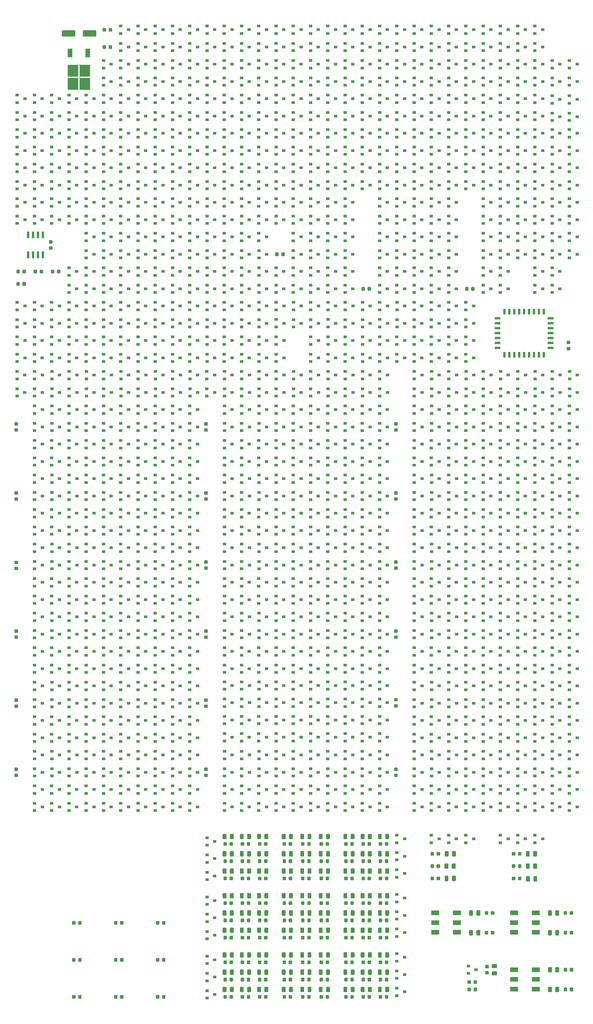
<source format=gbr>
G04 #@! TF.GenerationSoftware,KiCad,Pcbnew,(5.1.5)-3*
G04 #@! TF.CreationDate,2020-09-16T09:36:58+02:00*
G04 #@! TF.ProjectId,FetsAndCrosses,46657473-416e-4644-9372-6f737365732e,v0.1*
G04 #@! TF.SameCoordinates,Original*
G04 #@! TF.FileFunction,Paste,Top*
G04 #@! TF.FilePolarity,Positive*
%FSLAX46Y46*%
G04 Gerber Fmt 4.6, Leading zero omitted, Abs format (unit mm)*
G04 Created by KiCad (PCBNEW (5.1.5)-3) date 2020-09-16 09:36:58*
%MOMM*%
%LPD*%
G04 APERTURE LIST*
%ADD10R,0.900000X0.800000*%
%ADD11C,0.100000*%
%ADD12R,2.000000X1.200000*%
%ADD13R,2.750000X3.050000*%
%ADD14R,1.200000X2.200000*%
G04 APERTURE END LIST*
D10*
G04 #@! TO.C,Q410*
X131096000Y-103825000D03*
X131096000Y-105725000D03*
X133096000Y-104775000D03*
G04 #@! TD*
G04 #@! TO.C,Q292*
X131096000Y-201615000D03*
X131096000Y-203515000D03*
X133096000Y-202565000D03*
G04 #@! TD*
G04 #@! TO.C,Q1385*
X106410000Y-95885000D03*
X104410000Y-96835000D03*
X104410000Y-94935000D03*
G04 #@! TD*
G04 #@! TO.C,Q1384*
X106410000Y-91440000D03*
X104410000Y-92390000D03*
X104410000Y-90490000D03*
G04 #@! TD*
G04 #@! TO.C,Q1383*
X119745000Y-95885000D03*
X117745000Y-96835000D03*
X117745000Y-94935000D03*
G04 #@! TD*
G04 #@! TO.C,Q1382*
X124190000Y-73660000D03*
X122190000Y-74610000D03*
X122190000Y-72710000D03*
G04 #@! TD*
G04 #@! TO.C,Q1381*
X124190000Y-69215000D03*
X122190000Y-70165000D03*
X122190000Y-68265000D03*
G04 #@! TD*
G04 #@! TO.C,Q1380*
X124190000Y-64770000D03*
X122190000Y-65720000D03*
X122190000Y-63820000D03*
G04 #@! TD*
G04 #@! TO.C,Q1379*
X124190000Y-78105000D03*
X122190000Y-79055000D03*
X122190000Y-77155000D03*
G04 #@! TD*
G04 #@! TO.C,Q1378*
X119745000Y-91440000D03*
X117745000Y-92390000D03*
X117745000Y-90490000D03*
G04 #@! TD*
D11*
G04 #@! TO.C,C3*
G36*
X40102004Y-11583704D02*
G01*
X40126273Y-11587304D01*
X40150071Y-11593265D01*
X40173171Y-11601530D01*
X40195349Y-11612020D01*
X40216393Y-11624633D01*
X40236098Y-11639247D01*
X40254277Y-11655723D01*
X40270753Y-11673902D01*
X40285367Y-11693607D01*
X40297980Y-11714651D01*
X40308470Y-11736829D01*
X40316735Y-11759929D01*
X40322696Y-11783727D01*
X40326296Y-11807996D01*
X40327500Y-11832500D01*
X40327500Y-12932500D01*
X40326296Y-12957004D01*
X40322696Y-12981273D01*
X40316735Y-13005071D01*
X40308470Y-13028171D01*
X40297980Y-13050349D01*
X40285367Y-13071393D01*
X40270753Y-13091098D01*
X40254277Y-13109277D01*
X40236098Y-13125753D01*
X40216393Y-13140367D01*
X40195349Y-13152980D01*
X40173171Y-13163470D01*
X40150071Y-13171735D01*
X40126273Y-13177696D01*
X40102004Y-13181296D01*
X40077500Y-13182500D01*
X37077500Y-13182500D01*
X37052996Y-13181296D01*
X37028727Y-13177696D01*
X37004929Y-13171735D01*
X36981829Y-13163470D01*
X36959651Y-13152980D01*
X36938607Y-13140367D01*
X36918902Y-13125753D01*
X36900723Y-13109277D01*
X36884247Y-13091098D01*
X36869633Y-13071393D01*
X36857020Y-13050349D01*
X36846530Y-13028171D01*
X36838265Y-13005071D01*
X36832304Y-12981273D01*
X36828704Y-12957004D01*
X36827500Y-12932500D01*
X36827500Y-11832500D01*
X36828704Y-11807996D01*
X36832304Y-11783727D01*
X36838265Y-11759929D01*
X36846530Y-11736829D01*
X36857020Y-11714651D01*
X36869633Y-11693607D01*
X36884247Y-11673902D01*
X36900723Y-11655723D01*
X36918902Y-11639247D01*
X36938607Y-11624633D01*
X36959651Y-11612020D01*
X36981829Y-11601530D01*
X37004929Y-11593265D01*
X37028727Y-11587304D01*
X37052996Y-11583704D01*
X37077500Y-11582500D01*
X40077500Y-11582500D01*
X40102004Y-11583704D01*
G37*
G36*
X34702004Y-11583704D02*
G01*
X34726273Y-11587304D01*
X34750071Y-11593265D01*
X34773171Y-11601530D01*
X34795349Y-11612020D01*
X34816393Y-11624633D01*
X34836098Y-11639247D01*
X34854277Y-11655723D01*
X34870753Y-11673902D01*
X34885367Y-11693607D01*
X34897980Y-11714651D01*
X34908470Y-11736829D01*
X34916735Y-11759929D01*
X34922696Y-11783727D01*
X34926296Y-11807996D01*
X34927500Y-11832500D01*
X34927500Y-12932500D01*
X34926296Y-12957004D01*
X34922696Y-12981273D01*
X34916735Y-13005071D01*
X34908470Y-13028171D01*
X34897980Y-13050349D01*
X34885367Y-13071393D01*
X34870753Y-13091098D01*
X34854277Y-13109277D01*
X34836098Y-13125753D01*
X34816393Y-13140367D01*
X34795349Y-13152980D01*
X34773171Y-13163470D01*
X34750071Y-13171735D01*
X34726273Y-13177696D01*
X34702004Y-13181296D01*
X34677500Y-13182500D01*
X31677500Y-13182500D01*
X31652996Y-13181296D01*
X31628727Y-13177696D01*
X31604929Y-13171735D01*
X31581829Y-13163470D01*
X31559651Y-13152980D01*
X31538607Y-13140367D01*
X31518902Y-13125753D01*
X31500723Y-13109277D01*
X31484247Y-13091098D01*
X31469633Y-13071393D01*
X31457020Y-13050349D01*
X31446530Y-13028171D01*
X31438265Y-13005071D01*
X31432304Y-12981273D01*
X31428704Y-12957004D01*
X31427500Y-12932500D01*
X31427500Y-11832500D01*
X31428704Y-11807996D01*
X31432304Y-11783727D01*
X31438265Y-11759929D01*
X31446530Y-11736829D01*
X31457020Y-11714651D01*
X31469633Y-11693607D01*
X31484247Y-11673902D01*
X31500723Y-11655723D01*
X31518902Y-11639247D01*
X31538607Y-11624633D01*
X31559651Y-11612020D01*
X31581829Y-11601530D01*
X31604929Y-11593265D01*
X31628727Y-11587304D01*
X31652996Y-11583704D01*
X31677500Y-11582500D01*
X34677500Y-11582500D01*
X34702004Y-11583704D01*
G37*
G04 #@! TD*
D10*
G04 #@! TO.C,Q1198*
X35290000Y-158115000D03*
X33290000Y-159065000D03*
X33290000Y-157165000D03*
G04 #@! TD*
G04 #@! TO.C,Q1203*
X53070000Y-149225000D03*
X51070000Y-150175000D03*
X51070000Y-148275000D03*
G04 #@! TD*
G04 #@! TO.C,Q1099*
X44180000Y-131445000D03*
X42180000Y-132395000D03*
X42180000Y-130495000D03*
G04 #@! TD*
G04 #@! TO.C,Q1232*
X82201000Y-130495000D03*
X82201000Y-132395000D03*
X84201000Y-131445000D03*
G04 #@! TD*
G04 #@! TO.C,Q1186*
X126651000Y-108270000D03*
X126651000Y-110170000D03*
X128651000Y-109220000D03*
G04 #@! TD*
G04 #@! TO.C,Q970*
X66405000Y-109220000D03*
X64405000Y-110170000D03*
X64405000Y-108270000D03*
G04 #@! TD*
G04 #@! TO.C,Q398*
X104426000Y-103825000D03*
X104426000Y-105725000D03*
X106426000Y-104775000D03*
G04 #@! TD*
G04 #@! TO.C,Q1021*
X122206000Y-103825000D03*
X122206000Y-105725000D03*
X124206000Y-104775000D03*
G04 #@! TD*
G04 #@! TO.C,Q377*
X46641000Y-99380000D03*
X46641000Y-101280000D03*
X48641000Y-100330000D03*
G04 #@! TD*
G04 #@! TO.C,Q417*
X86646000Y-86020001D03*
X86646000Y-87920001D03*
X88646000Y-86970001D03*
G04 #@! TD*
G04 #@! TO.C,Q887*
X66405000Y-82550000D03*
X64405000Y-83500000D03*
X64405000Y-81600000D03*
G04 #@! TD*
G04 #@! TO.C,Q550*
X88630000Y-51435000D03*
X86630000Y-52385000D03*
X86630000Y-50485000D03*
G04 #@! TD*
D11*
G04 #@! TO.C,U2*
G36*
X157934703Y-90505722D02*
G01*
X157949264Y-90507882D01*
X157963543Y-90511459D01*
X157977403Y-90516418D01*
X157990710Y-90522712D01*
X158003336Y-90530280D01*
X158015159Y-90539048D01*
X158026066Y-90548934D01*
X158035952Y-90559841D01*
X158044720Y-90571664D01*
X158052288Y-90584290D01*
X158058582Y-90597597D01*
X158063541Y-90611457D01*
X158067118Y-90625736D01*
X158069278Y-90640297D01*
X158070000Y-90655000D01*
X158070000Y-90955000D01*
X158069278Y-90969703D01*
X158067118Y-90984264D01*
X158063541Y-90998543D01*
X158058582Y-91012403D01*
X158052288Y-91025710D01*
X158044720Y-91038336D01*
X158035952Y-91050159D01*
X158026066Y-91061066D01*
X158015159Y-91070952D01*
X158003336Y-91079720D01*
X157990710Y-91087288D01*
X157977403Y-91093582D01*
X157963543Y-91098541D01*
X157949264Y-91102118D01*
X157934703Y-91104278D01*
X157920000Y-91105000D01*
X156745000Y-91105000D01*
X156730297Y-91104278D01*
X156715736Y-91102118D01*
X156701457Y-91098541D01*
X156687597Y-91093582D01*
X156674290Y-91087288D01*
X156661664Y-91079720D01*
X156649841Y-91070952D01*
X156638934Y-91061066D01*
X156629048Y-91050159D01*
X156620280Y-91038336D01*
X156612712Y-91025710D01*
X156606418Y-91012403D01*
X156601459Y-90998543D01*
X156597882Y-90984264D01*
X156595722Y-90969703D01*
X156595000Y-90955000D01*
X156595000Y-90655000D01*
X156595722Y-90640297D01*
X156597882Y-90625736D01*
X156601459Y-90611457D01*
X156606418Y-90597597D01*
X156612712Y-90584290D01*
X156620280Y-90571664D01*
X156629048Y-90559841D01*
X156638934Y-90548934D01*
X156649841Y-90539048D01*
X156661664Y-90530280D01*
X156674290Y-90522712D01*
X156687597Y-90516418D01*
X156701457Y-90511459D01*
X156715736Y-90507882D01*
X156730297Y-90505722D01*
X156745000Y-90505000D01*
X157920000Y-90505000D01*
X157934703Y-90505722D01*
G37*
G36*
X157934703Y-91775722D02*
G01*
X157949264Y-91777882D01*
X157963543Y-91781459D01*
X157977403Y-91786418D01*
X157990710Y-91792712D01*
X158003336Y-91800280D01*
X158015159Y-91809048D01*
X158026066Y-91818934D01*
X158035952Y-91829841D01*
X158044720Y-91841664D01*
X158052288Y-91854290D01*
X158058582Y-91867597D01*
X158063541Y-91881457D01*
X158067118Y-91895736D01*
X158069278Y-91910297D01*
X158070000Y-91925000D01*
X158070000Y-92225000D01*
X158069278Y-92239703D01*
X158067118Y-92254264D01*
X158063541Y-92268543D01*
X158058582Y-92282403D01*
X158052288Y-92295710D01*
X158044720Y-92308336D01*
X158035952Y-92320159D01*
X158026066Y-92331066D01*
X158015159Y-92340952D01*
X158003336Y-92349720D01*
X157990710Y-92357288D01*
X157977403Y-92363582D01*
X157963543Y-92368541D01*
X157949264Y-92372118D01*
X157934703Y-92374278D01*
X157920000Y-92375000D01*
X156745000Y-92375000D01*
X156730297Y-92374278D01*
X156715736Y-92372118D01*
X156701457Y-92368541D01*
X156687597Y-92363582D01*
X156674290Y-92357288D01*
X156661664Y-92349720D01*
X156649841Y-92340952D01*
X156638934Y-92331066D01*
X156629048Y-92320159D01*
X156620280Y-92308336D01*
X156612712Y-92295710D01*
X156606418Y-92282403D01*
X156601459Y-92268543D01*
X156597882Y-92254264D01*
X156595722Y-92239703D01*
X156595000Y-92225000D01*
X156595000Y-91925000D01*
X156595722Y-91910297D01*
X156597882Y-91895736D01*
X156601459Y-91881457D01*
X156606418Y-91867597D01*
X156612712Y-91854290D01*
X156620280Y-91841664D01*
X156629048Y-91829841D01*
X156638934Y-91818934D01*
X156649841Y-91809048D01*
X156661664Y-91800280D01*
X156674290Y-91792712D01*
X156687597Y-91786418D01*
X156701457Y-91781459D01*
X156715736Y-91777882D01*
X156730297Y-91775722D01*
X156745000Y-91775000D01*
X157920000Y-91775000D01*
X157934703Y-91775722D01*
G37*
G36*
X157934703Y-93045722D02*
G01*
X157949264Y-93047882D01*
X157963543Y-93051459D01*
X157977403Y-93056418D01*
X157990710Y-93062712D01*
X158003336Y-93070280D01*
X158015159Y-93079048D01*
X158026066Y-93088934D01*
X158035952Y-93099841D01*
X158044720Y-93111664D01*
X158052288Y-93124290D01*
X158058582Y-93137597D01*
X158063541Y-93151457D01*
X158067118Y-93165736D01*
X158069278Y-93180297D01*
X158070000Y-93195000D01*
X158070000Y-93495000D01*
X158069278Y-93509703D01*
X158067118Y-93524264D01*
X158063541Y-93538543D01*
X158058582Y-93552403D01*
X158052288Y-93565710D01*
X158044720Y-93578336D01*
X158035952Y-93590159D01*
X158026066Y-93601066D01*
X158015159Y-93610952D01*
X158003336Y-93619720D01*
X157990710Y-93627288D01*
X157977403Y-93633582D01*
X157963543Y-93638541D01*
X157949264Y-93642118D01*
X157934703Y-93644278D01*
X157920000Y-93645000D01*
X156745000Y-93645000D01*
X156730297Y-93644278D01*
X156715736Y-93642118D01*
X156701457Y-93638541D01*
X156687597Y-93633582D01*
X156674290Y-93627288D01*
X156661664Y-93619720D01*
X156649841Y-93610952D01*
X156638934Y-93601066D01*
X156629048Y-93590159D01*
X156620280Y-93578336D01*
X156612712Y-93565710D01*
X156606418Y-93552403D01*
X156601459Y-93538543D01*
X156597882Y-93524264D01*
X156595722Y-93509703D01*
X156595000Y-93495000D01*
X156595000Y-93195000D01*
X156595722Y-93180297D01*
X156597882Y-93165736D01*
X156601459Y-93151457D01*
X156606418Y-93137597D01*
X156612712Y-93124290D01*
X156620280Y-93111664D01*
X156629048Y-93099841D01*
X156638934Y-93088934D01*
X156649841Y-93079048D01*
X156661664Y-93070280D01*
X156674290Y-93062712D01*
X156687597Y-93056418D01*
X156701457Y-93051459D01*
X156715736Y-93047882D01*
X156730297Y-93045722D01*
X156745000Y-93045000D01*
X157920000Y-93045000D01*
X157934703Y-93045722D01*
G37*
G36*
X155739703Y-94360722D02*
G01*
X155754264Y-94362882D01*
X155768543Y-94366459D01*
X155782403Y-94371418D01*
X155795710Y-94377712D01*
X155808336Y-94385280D01*
X155820159Y-94394048D01*
X155831066Y-94403934D01*
X155840952Y-94414841D01*
X155849720Y-94426664D01*
X155857288Y-94439290D01*
X155863582Y-94452597D01*
X155868541Y-94466457D01*
X155872118Y-94480736D01*
X155874278Y-94495297D01*
X155875000Y-94510000D01*
X155875000Y-95685000D01*
X155874278Y-95699703D01*
X155872118Y-95714264D01*
X155868541Y-95728543D01*
X155863582Y-95742403D01*
X155857288Y-95755710D01*
X155849720Y-95768336D01*
X155840952Y-95780159D01*
X155831066Y-95791066D01*
X155820159Y-95800952D01*
X155808336Y-95809720D01*
X155795710Y-95817288D01*
X155782403Y-95823582D01*
X155768543Y-95828541D01*
X155754264Y-95832118D01*
X155739703Y-95834278D01*
X155725000Y-95835000D01*
X155425000Y-95835000D01*
X155410297Y-95834278D01*
X155395736Y-95832118D01*
X155381457Y-95828541D01*
X155367597Y-95823582D01*
X155354290Y-95817288D01*
X155341664Y-95809720D01*
X155329841Y-95800952D01*
X155318934Y-95791066D01*
X155309048Y-95780159D01*
X155300280Y-95768336D01*
X155292712Y-95755710D01*
X155286418Y-95742403D01*
X155281459Y-95728543D01*
X155277882Y-95714264D01*
X155275722Y-95699703D01*
X155275000Y-95685000D01*
X155275000Y-94510000D01*
X155275722Y-94495297D01*
X155277882Y-94480736D01*
X155281459Y-94466457D01*
X155286418Y-94452597D01*
X155292712Y-94439290D01*
X155300280Y-94426664D01*
X155309048Y-94414841D01*
X155318934Y-94403934D01*
X155329841Y-94394048D01*
X155341664Y-94385280D01*
X155354290Y-94377712D01*
X155367597Y-94371418D01*
X155381457Y-94366459D01*
X155395736Y-94362882D01*
X155410297Y-94360722D01*
X155425000Y-94360000D01*
X155725000Y-94360000D01*
X155739703Y-94360722D01*
G37*
G36*
X154469703Y-94360722D02*
G01*
X154484264Y-94362882D01*
X154498543Y-94366459D01*
X154512403Y-94371418D01*
X154525710Y-94377712D01*
X154538336Y-94385280D01*
X154550159Y-94394048D01*
X154561066Y-94403934D01*
X154570952Y-94414841D01*
X154579720Y-94426664D01*
X154587288Y-94439290D01*
X154593582Y-94452597D01*
X154598541Y-94466457D01*
X154602118Y-94480736D01*
X154604278Y-94495297D01*
X154605000Y-94510000D01*
X154605000Y-95685000D01*
X154604278Y-95699703D01*
X154602118Y-95714264D01*
X154598541Y-95728543D01*
X154593582Y-95742403D01*
X154587288Y-95755710D01*
X154579720Y-95768336D01*
X154570952Y-95780159D01*
X154561066Y-95791066D01*
X154550159Y-95800952D01*
X154538336Y-95809720D01*
X154525710Y-95817288D01*
X154512403Y-95823582D01*
X154498543Y-95828541D01*
X154484264Y-95832118D01*
X154469703Y-95834278D01*
X154455000Y-95835000D01*
X154155000Y-95835000D01*
X154140297Y-95834278D01*
X154125736Y-95832118D01*
X154111457Y-95828541D01*
X154097597Y-95823582D01*
X154084290Y-95817288D01*
X154071664Y-95809720D01*
X154059841Y-95800952D01*
X154048934Y-95791066D01*
X154039048Y-95780159D01*
X154030280Y-95768336D01*
X154022712Y-95755710D01*
X154016418Y-95742403D01*
X154011459Y-95728543D01*
X154007882Y-95714264D01*
X154005722Y-95699703D01*
X154005000Y-95685000D01*
X154005000Y-94510000D01*
X154005722Y-94495297D01*
X154007882Y-94480736D01*
X154011459Y-94466457D01*
X154016418Y-94452597D01*
X154022712Y-94439290D01*
X154030280Y-94426664D01*
X154039048Y-94414841D01*
X154048934Y-94403934D01*
X154059841Y-94394048D01*
X154071664Y-94385280D01*
X154084290Y-94377712D01*
X154097597Y-94371418D01*
X154111457Y-94366459D01*
X154125736Y-94362882D01*
X154140297Y-94360722D01*
X154155000Y-94360000D01*
X154455000Y-94360000D01*
X154469703Y-94360722D01*
G37*
G36*
X153199703Y-94360722D02*
G01*
X153214264Y-94362882D01*
X153228543Y-94366459D01*
X153242403Y-94371418D01*
X153255710Y-94377712D01*
X153268336Y-94385280D01*
X153280159Y-94394048D01*
X153291066Y-94403934D01*
X153300952Y-94414841D01*
X153309720Y-94426664D01*
X153317288Y-94439290D01*
X153323582Y-94452597D01*
X153328541Y-94466457D01*
X153332118Y-94480736D01*
X153334278Y-94495297D01*
X153335000Y-94510000D01*
X153335000Y-95685000D01*
X153334278Y-95699703D01*
X153332118Y-95714264D01*
X153328541Y-95728543D01*
X153323582Y-95742403D01*
X153317288Y-95755710D01*
X153309720Y-95768336D01*
X153300952Y-95780159D01*
X153291066Y-95791066D01*
X153280159Y-95800952D01*
X153268336Y-95809720D01*
X153255710Y-95817288D01*
X153242403Y-95823582D01*
X153228543Y-95828541D01*
X153214264Y-95832118D01*
X153199703Y-95834278D01*
X153185000Y-95835000D01*
X152885000Y-95835000D01*
X152870297Y-95834278D01*
X152855736Y-95832118D01*
X152841457Y-95828541D01*
X152827597Y-95823582D01*
X152814290Y-95817288D01*
X152801664Y-95809720D01*
X152789841Y-95800952D01*
X152778934Y-95791066D01*
X152769048Y-95780159D01*
X152760280Y-95768336D01*
X152752712Y-95755710D01*
X152746418Y-95742403D01*
X152741459Y-95728543D01*
X152737882Y-95714264D01*
X152735722Y-95699703D01*
X152735000Y-95685000D01*
X152735000Y-94510000D01*
X152735722Y-94495297D01*
X152737882Y-94480736D01*
X152741459Y-94466457D01*
X152746418Y-94452597D01*
X152752712Y-94439290D01*
X152760280Y-94426664D01*
X152769048Y-94414841D01*
X152778934Y-94403934D01*
X152789841Y-94394048D01*
X152801664Y-94385280D01*
X152814290Y-94377712D01*
X152827597Y-94371418D01*
X152841457Y-94366459D01*
X152855736Y-94362882D01*
X152870297Y-94360722D01*
X152885000Y-94360000D01*
X153185000Y-94360000D01*
X153199703Y-94360722D01*
G37*
G36*
X151929703Y-94360722D02*
G01*
X151944264Y-94362882D01*
X151958543Y-94366459D01*
X151972403Y-94371418D01*
X151985710Y-94377712D01*
X151998336Y-94385280D01*
X152010159Y-94394048D01*
X152021066Y-94403934D01*
X152030952Y-94414841D01*
X152039720Y-94426664D01*
X152047288Y-94439290D01*
X152053582Y-94452597D01*
X152058541Y-94466457D01*
X152062118Y-94480736D01*
X152064278Y-94495297D01*
X152065000Y-94510000D01*
X152065000Y-95685000D01*
X152064278Y-95699703D01*
X152062118Y-95714264D01*
X152058541Y-95728543D01*
X152053582Y-95742403D01*
X152047288Y-95755710D01*
X152039720Y-95768336D01*
X152030952Y-95780159D01*
X152021066Y-95791066D01*
X152010159Y-95800952D01*
X151998336Y-95809720D01*
X151985710Y-95817288D01*
X151972403Y-95823582D01*
X151958543Y-95828541D01*
X151944264Y-95832118D01*
X151929703Y-95834278D01*
X151915000Y-95835000D01*
X151615000Y-95835000D01*
X151600297Y-95834278D01*
X151585736Y-95832118D01*
X151571457Y-95828541D01*
X151557597Y-95823582D01*
X151544290Y-95817288D01*
X151531664Y-95809720D01*
X151519841Y-95800952D01*
X151508934Y-95791066D01*
X151499048Y-95780159D01*
X151490280Y-95768336D01*
X151482712Y-95755710D01*
X151476418Y-95742403D01*
X151471459Y-95728543D01*
X151467882Y-95714264D01*
X151465722Y-95699703D01*
X151465000Y-95685000D01*
X151465000Y-94510000D01*
X151465722Y-94495297D01*
X151467882Y-94480736D01*
X151471459Y-94466457D01*
X151476418Y-94452597D01*
X151482712Y-94439290D01*
X151490280Y-94426664D01*
X151499048Y-94414841D01*
X151508934Y-94403934D01*
X151519841Y-94394048D01*
X151531664Y-94385280D01*
X151544290Y-94377712D01*
X151557597Y-94371418D01*
X151571457Y-94366459D01*
X151585736Y-94362882D01*
X151600297Y-94360722D01*
X151615000Y-94360000D01*
X151915000Y-94360000D01*
X151929703Y-94360722D01*
G37*
G36*
X150659703Y-94360722D02*
G01*
X150674264Y-94362882D01*
X150688543Y-94366459D01*
X150702403Y-94371418D01*
X150715710Y-94377712D01*
X150728336Y-94385280D01*
X150740159Y-94394048D01*
X150751066Y-94403934D01*
X150760952Y-94414841D01*
X150769720Y-94426664D01*
X150777288Y-94439290D01*
X150783582Y-94452597D01*
X150788541Y-94466457D01*
X150792118Y-94480736D01*
X150794278Y-94495297D01*
X150795000Y-94510000D01*
X150795000Y-95685000D01*
X150794278Y-95699703D01*
X150792118Y-95714264D01*
X150788541Y-95728543D01*
X150783582Y-95742403D01*
X150777288Y-95755710D01*
X150769720Y-95768336D01*
X150760952Y-95780159D01*
X150751066Y-95791066D01*
X150740159Y-95800952D01*
X150728336Y-95809720D01*
X150715710Y-95817288D01*
X150702403Y-95823582D01*
X150688543Y-95828541D01*
X150674264Y-95832118D01*
X150659703Y-95834278D01*
X150645000Y-95835000D01*
X150345000Y-95835000D01*
X150330297Y-95834278D01*
X150315736Y-95832118D01*
X150301457Y-95828541D01*
X150287597Y-95823582D01*
X150274290Y-95817288D01*
X150261664Y-95809720D01*
X150249841Y-95800952D01*
X150238934Y-95791066D01*
X150229048Y-95780159D01*
X150220280Y-95768336D01*
X150212712Y-95755710D01*
X150206418Y-95742403D01*
X150201459Y-95728543D01*
X150197882Y-95714264D01*
X150195722Y-95699703D01*
X150195000Y-95685000D01*
X150195000Y-94510000D01*
X150195722Y-94495297D01*
X150197882Y-94480736D01*
X150201459Y-94466457D01*
X150206418Y-94452597D01*
X150212712Y-94439290D01*
X150220280Y-94426664D01*
X150229048Y-94414841D01*
X150238934Y-94403934D01*
X150249841Y-94394048D01*
X150261664Y-94385280D01*
X150274290Y-94377712D01*
X150287597Y-94371418D01*
X150301457Y-94366459D01*
X150315736Y-94362882D01*
X150330297Y-94360722D01*
X150345000Y-94360000D01*
X150645000Y-94360000D01*
X150659703Y-94360722D01*
G37*
G36*
X149389703Y-94360722D02*
G01*
X149404264Y-94362882D01*
X149418543Y-94366459D01*
X149432403Y-94371418D01*
X149445710Y-94377712D01*
X149458336Y-94385280D01*
X149470159Y-94394048D01*
X149481066Y-94403934D01*
X149490952Y-94414841D01*
X149499720Y-94426664D01*
X149507288Y-94439290D01*
X149513582Y-94452597D01*
X149518541Y-94466457D01*
X149522118Y-94480736D01*
X149524278Y-94495297D01*
X149525000Y-94510000D01*
X149525000Y-95685000D01*
X149524278Y-95699703D01*
X149522118Y-95714264D01*
X149518541Y-95728543D01*
X149513582Y-95742403D01*
X149507288Y-95755710D01*
X149499720Y-95768336D01*
X149490952Y-95780159D01*
X149481066Y-95791066D01*
X149470159Y-95800952D01*
X149458336Y-95809720D01*
X149445710Y-95817288D01*
X149432403Y-95823582D01*
X149418543Y-95828541D01*
X149404264Y-95832118D01*
X149389703Y-95834278D01*
X149375000Y-95835000D01*
X149075000Y-95835000D01*
X149060297Y-95834278D01*
X149045736Y-95832118D01*
X149031457Y-95828541D01*
X149017597Y-95823582D01*
X149004290Y-95817288D01*
X148991664Y-95809720D01*
X148979841Y-95800952D01*
X148968934Y-95791066D01*
X148959048Y-95780159D01*
X148950280Y-95768336D01*
X148942712Y-95755710D01*
X148936418Y-95742403D01*
X148931459Y-95728543D01*
X148927882Y-95714264D01*
X148925722Y-95699703D01*
X148925000Y-95685000D01*
X148925000Y-94510000D01*
X148925722Y-94495297D01*
X148927882Y-94480736D01*
X148931459Y-94466457D01*
X148936418Y-94452597D01*
X148942712Y-94439290D01*
X148950280Y-94426664D01*
X148959048Y-94414841D01*
X148968934Y-94403934D01*
X148979841Y-94394048D01*
X148991664Y-94385280D01*
X149004290Y-94377712D01*
X149017597Y-94371418D01*
X149031457Y-94366459D01*
X149045736Y-94362882D01*
X149060297Y-94360722D01*
X149075000Y-94360000D01*
X149375000Y-94360000D01*
X149389703Y-94360722D01*
G37*
G36*
X148119703Y-94360722D02*
G01*
X148134264Y-94362882D01*
X148148543Y-94366459D01*
X148162403Y-94371418D01*
X148175710Y-94377712D01*
X148188336Y-94385280D01*
X148200159Y-94394048D01*
X148211066Y-94403934D01*
X148220952Y-94414841D01*
X148229720Y-94426664D01*
X148237288Y-94439290D01*
X148243582Y-94452597D01*
X148248541Y-94466457D01*
X148252118Y-94480736D01*
X148254278Y-94495297D01*
X148255000Y-94510000D01*
X148255000Y-95685000D01*
X148254278Y-95699703D01*
X148252118Y-95714264D01*
X148248541Y-95728543D01*
X148243582Y-95742403D01*
X148237288Y-95755710D01*
X148229720Y-95768336D01*
X148220952Y-95780159D01*
X148211066Y-95791066D01*
X148200159Y-95800952D01*
X148188336Y-95809720D01*
X148175710Y-95817288D01*
X148162403Y-95823582D01*
X148148543Y-95828541D01*
X148134264Y-95832118D01*
X148119703Y-95834278D01*
X148105000Y-95835000D01*
X147805000Y-95835000D01*
X147790297Y-95834278D01*
X147775736Y-95832118D01*
X147761457Y-95828541D01*
X147747597Y-95823582D01*
X147734290Y-95817288D01*
X147721664Y-95809720D01*
X147709841Y-95800952D01*
X147698934Y-95791066D01*
X147689048Y-95780159D01*
X147680280Y-95768336D01*
X147672712Y-95755710D01*
X147666418Y-95742403D01*
X147661459Y-95728543D01*
X147657882Y-95714264D01*
X147655722Y-95699703D01*
X147655000Y-95685000D01*
X147655000Y-94510000D01*
X147655722Y-94495297D01*
X147657882Y-94480736D01*
X147661459Y-94466457D01*
X147666418Y-94452597D01*
X147672712Y-94439290D01*
X147680280Y-94426664D01*
X147689048Y-94414841D01*
X147698934Y-94403934D01*
X147709841Y-94394048D01*
X147721664Y-94385280D01*
X147734290Y-94377712D01*
X147747597Y-94371418D01*
X147761457Y-94366459D01*
X147775736Y-94362882D01*
X147790297Y-94360722D01*
X147805000Y-94360000D01*
X148105000Y-94360000D01*
X148119703Y-94360722D01*
G37*
G36*
X146849703Y-94360722D02*
G01*
X146864264Y-94362882D01*
X146878543Y-94366459D01*
X146892403Y-94371418D01*
X146905710Y-94377712D01*
X146918336Y-94385280D01*
X146930159Y-94394048D01*
X146941066Y-94403934D01*
X146950952Y-94414841D01*
X146959720Y-94426664D01*
X146967288Y-94439290D01*
X146973582Y-94452597D01*
X146978541Y-94466457D01*
X146982118Y-94480736D01*
X146984278Y-94495297D01*
X146985000Y-94510000D01*
X146985000Y-95685000D01*
X146984278Y-95699703D01*
X146982118Y-95714264D01*
X146978541Y-95728543D01*
X146973582Y-95742403D01*
X146967288Y-95755710D01*
X146959720Y-95768336D01*
X146950952Y-95780159D01*
X146941066Y-95791066D01*
X146930159Y-95800952D01*
X146918336Y-95809720D01*
X146905710Y-95817288D01*
X146892403Y-95823582D01*
X146878543Y-95828541D01*
X146864264Y-95832118D01*
X146849703Y-95834278D01*
X146835000Y-95835000D01*
X146535000Y-95835000D01*
X146520297Y-95834278D01*
X146505736Y-95832118D01*
X146491457Y-95828541D01*
X146477597Y-95823582D01*
X146464290Y-95817288D01*
X146451664Y-95809720D01*
X146439841Y-95800952D01*
X146428934Y-95791066D01*
X146419048Y-95780159D01*
X146410280Y-95768336D01*
X146402712Y-95755710D01*
X146396418Y-95742403D01*
X146391459Y-95728543D01*
X146387882Y-95714264D01*
X146385722Y-95699703D01*
X146385000Y-95685000D01*
X146385000Y-94510000D01*
X146385722Y-94495297D01*
X146387882Y-94480736D01*
X146391459Y-94466457D01*
X146396418Y-94452597D01*
X146402712Y-94439290D01*
X146410280Y-94426664D01*
X146419048Y-94414841D01*
X146428934Y-94403934D01*
X146439841Y-94394048D01*
X146451664Y-94385280D01*
X146464290Y-94377712D01*
X146477597Y-94371418D01*
X146491457Y-94366459D01*
X146505736Y-94362882D01*
X146520297Y-94360722D01*
X146535000Y-94360000D01*
X146835000Y-94360000D01*
X146849703Y-94360722D01*
G37*
G36*
X145579703Y-94360722D02*
G01*
X145594264Y-94362882D01*
X145608543Y-94366459D01*
X145622403Y-94371418D01*
X145635710Y-94377712D01*
X145648336Y-94385280D01*
X145660159Y-94394048D01*
X145671066Y-94403934D01*
X145680952Y-94414841D01*
X145689720Y-94426664D01*
X145697288Y-94439290D01*
X145703582Y-94452597D01*
X145708541Y-94466457D01*
X145712118Y-94480736D01*
X145714278Y-94495297D01*
X145715000Y-94510000D01*
X145715000Y-95685000D01*
X145714278Y-95699703D01*
X145712118Y-95714264D01*
X145708541Y-95728543D01*
X145703582Y-95742403D01*
X145697288Y-95755710D01*
X145689720Y-95768336D01*
X145680952Y-95780159D01*
X145671066Y-95791066D01*
X145660159Y-95800952D01*
X145648336Y-95809720D01*
X145635710Y-95817288D01*
X145622403Y-95823582D01*
X145608543Y-95828541D01*
X145594264Y-95832118D01*
X145579703Y-95834278D01*
X145565000Y-95835000D01*
X145265000Y-95835000D01*
X145250297Y-95834278D01*
X145235736Y-95832118D01*
X145221457Y-95828541D01*
X145207597Y-95823582D01*
X145194290Y-95817288D01*
X145181664Y-95809720D01*
X145169841Y-95800952D01*
X145158934Y-95791066D01*
X145149048Y-95780159D01*
X145140280Y-95768336D01*
X145132712Y-95755710D01*
X145126418Y-95742403D01*
X145121459Y-95728543D01*
X145117882Y-95714264D01*
X145115722Y-95699703D01*
X145115000Y-95685000D01*
X145115000Y-94510000D01*
X145115722Y-94495297D01*
X145117882Y-94480736D01*
X145121459Y-94466457D01*
X145126418Y-94452597D01*
X145132712Y-94439290D01*
X145140280Y-94426664D01*
X145149048Y-94414841D01*
X145158934Y-94403934D01*
X145169841Y-94394048D01*
X145181664Y-94385280D01*
X145194290Y-94377712D01*
X145207597Y-94371418D01*
X145221457Y-94366459D01*
X145235736Y-94362882D01*
X145250297Y-94360722D01*
X145265000Y-94360000D01*
X145565000Y-94360000D01*
X145579703Y-94360722D01*
G37*
G36*
X144259703Y-93045722D02*
G01*
X144274264Y-93047882D01*
X144288543Y-93051459D01*
X144302403Y-93056418D01*
X144315710Y-93062712D01*
X144328336Y-93070280D01*
X144340159Y-93079048D01*
X144351066Y-93088934D01*
X144360952Y-93099841D01*
X144369720Y-93111664D01*
X144377288Y-93124290D01*
X144383582Y-93137597D01*
X144388541Y-93151457D01*
X144392118Y-93165736D01*
X144394278Y-93180297D01*
X144395000Y-93195000D01*
X144395000Y-93495000D01*
X144394278Y-93509703D01*
X144392118Y-93524264D01*
X144388541Y-93538543D01*
X144383582Y-93552403D01*
X144377288Y-93565710D01*
X144369720Y-93578336D01*
X144360952Y-93590159D01*
X144351066Y-93601066D01*
X144340159Y-93610952D01*
X144328336Y-93619720D01*
X144315710Y-93627288D01*
X144302403Y-93633582D01*
X144288543Y-93638541D01*
X144274264Y-93642118D01*
X144259703Y-93644278D01*
X144245000Y-93645000D01*
X143070000Y-93645000D01*
X143055297Y-93644278D01*
X143040736Y-93642118D01*
X143026457Y-93638541D01*
X143012597Y-93633582D01*
X142999290Y-93627288D01*
X142986664Y-93619720D01*
X142974841Y-93610952D01*
X142963934Y-93601066D01*
X142954048Y-93590159D01*
X142945280Y-93578336D01*
X142937712Y-93565710D01*
X142931418Y-93552403D01*
X142926459Y-93538543D01*
X142922882Y-93524264D01*
X142920722Y-93509703D01*
X142920000Y-93495000D01*
X142920000Y-93195000D01*
X142920722Y-93180297D01*
X142922882Y-93165736D01*
X142926459Y-93151457D01*
X142931418Y-93137597D01*
X142937712Y-93124290D01*
X142945280Y-93111664D01*
X142954048Y-93099841D01*
X142963934Y-93088934D01*
X142974841Y-93079048D01*
X142986664Y-93070280D01*
X142999290Y-93062712D01*
X143012597Y-93056418D01*
X143026457Y-93051459D01*
X143040736Y-93047882D01*
X143055297Y-93045722D01*
X143070000Y-93045000D01*
X144245000Y-93045000D01*
X144259703Y-93045722D01*
G37*
G36*
X144259703Y-91775722D02*
G01*
X144274264Y-91777882D01*
X144288543Y-91781459D01*
X144302403Y-91786418D01*
X144315710Y-91792712D01*
X144328336Y-91800280D01*
X144340159Y-91809048D01*
X144351066Y-91818934D01*
X144360952Y-91829841D01*
X144369720Y-91841664D01*
X144377288Y-91854290D01*
X144383582Y-91867597D01*
X144388541Y-91881457D01*
X144392118Y-91895736D01*
X144394278Y-91910297D01*
X144395000Y-91925000D01*
X144395000Y-92225000D01*
X144394278Y-92239703D01*
X144392118Y-92254264D01*
X144388541Y-92268543D01*
X144383582Y-92282403D01*
X144377288Y-92295710D01*
X144369720Y-92308336D01*
X144360952Y-92320159D01*
X144351066Y-92331066D01*
X144340159Y-92340952D01*
X144328336Y-92349720D01*
X144315710Y-92357288D01*
X144302403Y-92363582D01*
X144288543Y-92368541D01*
X144274264Y-92372118D01*
X144259703Y-92374278D01*
X144245000Y-92375000D01*
X143070000Y-92375000D01*
X143055297Y-92374278D01*
X143040736Y-92372118D01*
X143026457Y-92368541D01*
X143012597Y-92363582D01*
X142999290Y-92357288D01*
X142986664Y-92349720D01*
X142974841Y-92340952D01*
X142963934Y-92331066D01*
X142954048Y-92320159D01*
X142945280Y-92308336D01*
X142937712Y-92295710D01*
X142931418Y-92282403D01*
X142926459Y-92268543D01*
X142922882Y-92254264D01*
X142920722Y-92239703D01*
X142920000Y-92225000D01*
X142920000Y-91925000D01*
X142920722Y-91910297D01*
X142922882Y-91895736D01*
X142926459Y-91881457D01*
X142931418Y-91867597D01*
X142937712Y-91854290D01*
X142945280Y-91841664D01*
X142954048Y-91829841D01*
X142963934Y-91818934D01*
X142974841Y-91809048D01*
X142986664Y-91800280D01*
X142999290Y-91792712D01*
X143012597Y-91786418D01*
X143026457Y-91781459D01*
X143040736Y-91777882D01*
X143055297Y-91775722D01*
X143070000Y-91775000D01*
X144245000Y-91775000D01*
X144259703Y-91775722D01*
G37*
G36*
X144259703Y-90505722D02*
G01*
X144274264Y-90507882D01*
X144288543Y-90511459D01*
X144302403Y-90516418D01*
X144315710Y-90522712D01*
X144328336Y-90530280D01*
X144340159Y-90539048D01*
X144351066Y-90548934D01*
X144360952Y-90559841D01*
X144369720Y-90571664D01*
X144377288Y-90584290D01*
X144383582Y-90597597D01*
X144388541Y-90611457D01*
X144392118Y-90625736D01*
X144394278Y-90640297D01*
X144395000Y-90655000D01*
X144395000Y-90955000D01*
X144394278Y-90969703D01*
X144392118Y-90984264D01*
X144388541Y-90998543D01*
X144383582Y-91012403D01*
X144377288Y-91025710D01*
X144369720Y-91038336D01*
X144360952Y-91050159D01*
X144351066Y-91061066D01*
X144340159Y-91070952D01*
X144328336Y-91079720D01*
X144315710Y-91087288D01*
X144302403Y-91093582D01*
X144288543Y-91098541D01*
X144274264Y-91102118D01*
X144259703Y-91104278D01*
X144245000Y-91105000D01*
X143070000Y-91105000D01*
X143055297Y-91104278D01*
X143040736Y-91102118D01*
X143026457Y-91098541D01*
X143012597Y-91093582D01*
X142999290Y-91087288D01*
X142986664Y-91079720D01*
X142974841Y-91070952D01*
X142963934Y-91061066D01*
X142954048Y-91050159D01*
X142945280Y-91038336D01*
X142937712Y-91025710D01*
X142931418Y-91012403D01*
X142926459Y-90998543D01*
X142922882Y-90984264D01*
X142920722Y-90969703D01*
X142920000Y-90955000D01*
X142920000Y-90655000D01*
X142920722Y-90640297D01*
X142922882Y-90625736D01*
X142926459Y-90611457D01*
X142931418Y-90597597D01*
X142937712Y-90584290D01*
X142945280Y-90571664D01*
X142954048Y-90559841D01*
X142963934Y-90548934D01*
X142974841Y-90539048D01*
X142986664Y-90530280D01*
X142999290Y-90522712D01*
X143012597Y-90516418D01*
X143026457Y-90511459D01*
X143040736Y-90507882D01*
X143055297Y-90505722D01*
X143070000Y-90505000D01*
X144245000Y-90505000D01*
X144259703Y-90505722D01*
G37*
G36*
X144259703Y-89235722D02*
G01*
X144274264Y-89237882D01*
X144288543Y-89241459D01*
X144302403Y-89246418D01*
X144315710Y-89252712D01*
X144328336Y-89260280D01*
X144340159Y-89269048D01*
X144351066Y-89278934D01*
X144360952Y-89289841D01*
X144369720Y-89301664D01*
X144377288Y-89314290D01*
X144383582Y-89327597D01*
X144388541Y-89341457D01*
X144392118Y-89355736D01*
X144394278Y-89370297D01*
X144395000Y-89385000D01*
X144395000Y-89685000D01*
X144394278Y-89699703D01*
X144392118Y-89714264D01*
X144388541Y-89728543D01*
X144383582Y-89742403D01*
X144377288Y-89755710D01*
X144369720Y-89768336D01*
X144360952Y-89780159D01*
X144351066Y-89791066D01*
X144340159Y-89800952D01*
X144328336Y-89809720D01*
X144315710Y-89817288D01*
X144302403Y-89823582D01*
X144288543Y-89828541D01*
X144274264Y-89832118D01*
X144259703Y-89834278D01*
X144245000Y-89835000D01*
X143070000Y-89835000D01*
X143055297Y-89834278D01*
X143040736Y-89832118D01*
X143026457Y-89828541D01*
X143012597Y-89823582D01*
X142999290Y-89817288D01*
X142986664Y-89809720D01*
X142974841Y-89800952D01*
X142963934Y-89791066D01*
X142954048Y-89780159D01*
X142945280Y-89768336D01*
X142937712Y-89755710D01*
X142931418Y-89742403D01*
X142926459Y-89728543D01*
X142922882Y-89714264D01*
X142920722Y-89699703D01*
X142920000Y-89685000D01*
X142920000Y-89385000D01*
X142920722Y-89370297D01*
X142922882Y-89355736D01*
X142926459Y-89341457D01*
X142931418Y-89327597D01*
X142937712Y-89314290D01*
X142945280Y-89301664D01*
X142954048Y-89289841D01*
X142963934Y-89278934D01*
X142974841Y-89269048D01*
X142986664Y-89260280D01*
X142999290Y-89252712D01*
X143012597Y-89246418D01*
X143026457Y-89241459D01*
X143040736Y-89237882D01*
X143055297Y-89235722D01*
X143070000Y-89235000D01*
X144245000Y-89235000D01*
X144259703Y-89235722D01*
G37*
G36*
X144259703Y-87965722D02*
G01*
X144274264Y-87967882D01*
X144288543Y-87971459D01*
X144302403Y-87976418D01*
X144315710Y-87982712D01*
X144328336Y-87990280D01*
X144340159Y-87999048D01*
X144351066Y-88008934D01*
X144360952Y-88019841D01*
X144369720Y-88031664D01*
X144377288Y-88044290D01*
X144383582Y-88057597D01*
X144388541Y-88071457D01*
X144392118Y-88085736D01*
X144394278Y-88100297D01*
X144395000Y-88115000D01*
X144395000Y-88415000D01*
X144394278Y-88429703D01*
X144392118Y-88444264D01*
X144388541Y-88458543D01*
X144383582Y-88472403D01*
X144377288Y-88485710D01*
X144369720Y-88498336D01*
X144360952Y-88510159D01*
X144351066Y-88521066D01*
X144340159Y-88530952D01*
X144328336Y-88539720D01*
X144315710Y-88547288D01*
X144302403Y-88553582D01*
X144288543Y-88558541D01*
X144274264Y-88562118D01*
X144259703Y-88564278D01*
X144245000Y-88565000D01*
X143070000Y-88565000D01*
X143055297Y-88564278D01*
X143040736Y-88562118D01*
X143026457Y-88558541D01*
X143012597Y-88553582D01*
X142999290Y-88547288D01*
X142986664Y-88539720D01*
X142974841Y-88530952D01*
X142963934Y-88521066D01*
X142954048Y-88510159D01*
X142945280Y-88498336D01*
X142937712Y-88485710D01*
X142931418Y-88472403D01*
X142926459Y-88458543D01*
X142922882Y-88444264D01*
X142920722Y-88429703D01*
X142920000Y-88415000D01*
X142920000Y-88115000D01*
X142920722Y-88100297D01*
X142922882Y-88085736D01*
X142926459Y-88071457D01*
X142931418Y-88057597D01*
X142937712Y-88044290D01*
X142945280Y-88031664D01*
X142954048Y-88019841D01*
X142963934Y-88008934D01*
X142974841Y-87999048D01*
X142986664Y-87990280D01*
X142999290Y-87982712D01*
X143012597Y-87976418D01*
X143026457Y-87971459D01*
X143040736Y-87967882D01*
X143055297Y-87965722D01*
X143070000Y-87965000D01*
X144245000Y-87965000D01*
X144259703Y-87965722D01*
G37*
G36*
X144259703Y-86695722D02*
G01*
X144274264Y-86697882D01*
X144288543Y-86701459D01*
X144302403Y-86706418D01*
X144315710Y-86712712D01*
X144328336Y-86720280D01*
X144340159Y-86729048D01*
X144351066Y-86738934D01*
X144360952Y-86749841D01*
X144369720Y-86761664D01*
X144377288Y-86774290D01*
X144383582Y-86787597D01*
X144388541Y-86801457D01*
X144392118Y-86815736D01*
X144394278Y-86830297D01*
X144395000Y-86845000D01*
X144395000Y-87145000D01*
X144394278Y-87159703D01*
X144392118Y-87174264D01*
X144388541Y-87188543D01*
X144383582Y-87202403D01*
X144377288Y-87215710D01*
X144369720Y-87228336D01*
X144360952Y-87240159D01*
X144351066Y-87251066D01*
X144340159Y-87260952D01*
X144328336Y-87269720D01*
X144315710Y-87277288D01*
X144302403Y-87283582D01*
X144288543Y-87288541D01*
X144274264Y-87292118D01*
X144259703Y-87294278D01*
X144245000Y-87295000D01*
X143070000Y-87295000D01*
X143055297Y-87294278D01*
X143040736Y-87292118D01*
X143026457Y-87288541D01*
X143012597Y-87283582D01*
X142999290Y-87277288D01*
X142986664Y-87269720D01*
X142974841Y-87260952D01*
X142963934Y-87251066D01*
X142954048Y-87240159D01*
X142945280Y-87228336D01*
X142937712Y-87215710D01*
X142931418Y-87202403D01*
X142926459Y-87188543D01*
X142922882Y-87174264D01*
X142920722Y-87159703D01*
X142920000Y-87145000D01*
X142920000Y-86845000D01*
X142920722Y-86830297D01*
X142922882Y-86815736D01*
X142926459Y-86801457D01*
X142931418Y-86787597D01*
X142937712Y-86774290D01*
X142945280Y-86761664D01*
X142954048Y-86749841D01*
X142963934Y-86738934D01*
X142974841Y-86729048D01*
X142986664Y-86720280D01*
X142999290Y-86712712D01*
X143012597Y-86706418D01*
X143026457Y-86701459D01*
X143040736Y-86697882D01*
X143055297Y-86695722D01*
X143070000Y-86695000D01*
X144245000Y-86695000D01*
X144259703Y-86695722D01*
G37*
G36*
X144259703Y-85425722D02*
G01*
X144274264Y-85427882D01*
X144288543Y-85431459D01*
X144302403Y-85436418D01*
X144315710Y-85442712D01*
X144328336Y-85450280D01*
X144340159Y-85459048D01*
X144351066Y-85468934D01*
X144360952Y-85479841D01*
X144369720Y-85491664D01*
X144377288Y-85504290D01*
X144383582Y-85517597D01*
X144388541Y-85531457D01*
X144392118Y-85545736D01*
X144394278Y-85560297D01*
X144395000Y-85575000D01*
X144395000Y-85875000D01*
X144394278Y-85889703D01*
X144392118Y-85904264D01*
X144388541Y-85918543D01*
X144383582Y-85932403D01*
X144377288Y-85945710D01*
X144369720Y-85958336D01*
X144360952Y-85970159D01*
X144351066Y-85981066D01*
X144340159Y-85990952D01*
X144328336Y-85999720D01*
X144315710Y-86007288D01*
X144302403Y-86013582D01*
X144288543Y-86018541D01*
X144274264Y-86022118D01*
X144259703Y-86024278D01*
X144245000Y-86025000D01*
X143070000Y-86025000D01*
X143055297Y-86024278D01*
X143040736Y-86022118D01*
X143026457Y-86018541D01*
X143012597Y-86013582D01*
X142999290Y-86007288D01*
X142986664Y-85999720D01*
X142974841Y-85990952D01*
X142963934Y-85981066D01*
X142954048Y-85970159D01*
X142945280Y-85958336D01*
X142937712Y-85945710D01*
X142931418Y-85932403D01*
X142926459Y-85918543D01*
X142922882Y-85904264D01*
X142920722Y-85889703D01*
X142920000Y-85875000D01*
X142920000Y-85575000D01*
X142920722Y-85560297D01*
X142922882Y-85545736D01*
X142926459Y-85531457D01*
X142931418Y-85517597D01*
X142937712Y-85504290D01*
X142945280Y-85491664D01*
X142954048Y-85479841D01*
X142963934Y-85468934D01*
X142974841Y-85459048D01*
X142986664Y-85450280D01*
X142999290Y-85442712D01*
X143012597Y-85436418D01*
X143026457Y-85431459D01*
X143040736Y-85427882D01*
X143055297Y-85425722D01*
X143070000Y-85425000D01*
X144245000Y-85425000D01*
X144259703Y-85425722D01*
G37*
G36*
X145579703Y-83235722D02*
G01*
X145594264Y-83237882D01*
X145608543Y-83241459D01*
X145622403Y-83246418D01*
X145635710Y-83252712D01*
X145648336Y-83260280D01*
X145660159Y-83269048D01*
X145671066Y-83278934D01*
X145680952Y-83289841D01*
X145689720Y-83301664D01*
X145697288Y-83314290D01*
X145703582Y-83327597D01*
X145708541Y-83341457D01*
X145712118Y-83355736D01*
X145714278Y-83370297D01*
X145715000Y-83385000D01*
X145715000Y-84560000D01*
X145714278Y-84574703D01*
X145712118Y-84589264D01*
X145708541Y-84603543D01*
X145703582Y-84617403D01*
X145697288Y-84630710D01*
X145689720Y-84643336D01*
X145680952Y-84655159D01*
X145671066Y-84666066D01*
X145660159Y-84675952D01*
X145648336Y-84684720D01*
X145635710Y-84692288D01*
X145622403Y-84698582D01*
X145608543Y-84703541D01*
X145594264Y-84707118D01*
X145579703Y-84709278D01*
X145565000Y-84710000D01*
X145265000Y-84710000D01*
X145250297Y-84709278D01*
X145235736Y-84707118D01*
X145221457Y-84703541D01*
X145207597Y-84698582D01*
X145194290Y-84692288D01*
X145181664Y-84684720D01*
X145169841Y-84675952D01*
X145158934Y-84666066D01*
X145149048Y-84655159D01*
X145140280Y-84643336D01*
X145132712Y-84630710D01*
X145126418Y-84617403D01*
X145121459Y-84603543D01*
X145117882Y-84589264D01*
X145115722Y-84574703D01*
X145115000Y-84560000D01*
X145115000Y-83385000D01*
X145115722Y-83370297D01*
X145117882Y-83355736D01*
X145121459Y-83341457D01*
X145126418Y-83327597D01*
X145132712Y-83314290D01*
X145140280Y-83301664D01*
X145149048Y-83289841D01*
X145158934Y-83278934D01*
X145169841Y-83269048D01*
X145181664Y-83260280D01*
X145194290Y-83252712D01*
X145207597Y-83246418D01*
X145221457Y-83241459D01*
X145235736Y-83237882D01*
X145250297Y-83235722D01*
X145265000Y-83235000D01*
X145565000Y-83235000D01*
X145579703Y-83235722D01*
G37*
G36*
X146849703Y-83235722D02*
G01*
X146864264Y-83237882D01*
X146878543Y-83241459D01*
X146892403Y-83246418D01*
X146905710Y-83252712D01*
X146918336Y-83260280D01*
X146930159Y-83269048D01*
X146941066Y-83278934D01*
X146950952Y-83289841D01*
X146959720Y-83301664D01*
X146967288Y-83314290D01*
X146973582Y-83327597D01*
X146978541Y-83341457D01*
X146982118Y-83355736D01*
X146984278Y-83370297D01*
X146985000Y-83385000D01*
X146985000Y-84560000D01*
X146984278Y-84574703D01*
X146982118Y-84589264D01*
X146978541Y-84603543D01*
X146973582Y-84617403D01*
X146967288Y-84630710D01*
X146959720Y-84643336D01*
X146950952Y-84655159D01*
X146941066Y-84666066D01*
X146930159Y-84675952D01*
X146918336Y-84684720D01*
X146905710Y-84692288D01*
X146892403Y-84698582D01*
X146878543Y-84703541D01*
X146864264Y-84707118D01*
X146849703Y-84709278D01*
X146835000Y-84710000D01*
X146535000Y-84710000D01*
X146520297Y-84709278D01*
X146505736Y-84707118D01*
X146491457Y-84703541D01*
X146477597Y-84698582D01*
X146464290Y-84692288D01*
X146451664Y-84684720D01*
X146439841Y-84675952D01*
X146428934Y-84666066D01*
X146419048Y-84655159D01*
X146410280Y-84643336D01*
X146402712Y-84630710D01*
X146396418Y-84617403D01*
X146391459Y-84603543D01*
X146387882Y-84589264D01*
X146385722Y-84574703D01*
X146385000Y-84560000D01*
X146385000Y-83385000D01*
X146385722Y-83370297D01*
X146387882Y-83355736D01*
X146391459Y-83341457D01*
X146396418Y-83327597D01*
X146402712Y-83314290D01*
X146410280Y-83301664D01*
X146419048Y-83289841D01*
X146428934Y-83278934D01*
X146439841Y-83269048D01*
X146451664Y-83260280D01*
X146464290Y-83252712D01*
X146477597Y-83246418D01*
X146491457Y-83241459D01*
X146505736Y-83237882D01*
X146520297Y-83235722D01*
X146535000Y-83235000D01*
X146835000Y-83235000D01*
X146849703Y-83235722D01*
G37*
G36*
X148119703Y-83235722D02*
G01*
X148134264Y-83237882D01*
X148148543Y-83241459D01*
X148162403Y-83246418D01*
X148175710Y-83252712D01*
X148188336Y-83260280D01*
X148200159Y-83269048D01*
X148211066Y-83278934D01*
X148220952Y-83289841D01*
X148229720Y-83301664D01*
X148237288Y-83314290D01*
X148243582Y-83327597D01*
X148248541Y-83341457D01*
X148252118Y-83355736D01*
X148254278Y-83370297D01*
X148255000Y-83385000D01*
X148255000Y-84560000D01*
X148254278Y-84574703D01*
X148252118Y-84589264D01*
X148248541Y-84603543D01*
X148243582Y-84617403D01*
X148237288Y-84630710D01*
X148229720Y-84643336D01*
X148220952Y-84655159D01*
X148211066Y-84666066D01*
X148200159Y-84675952D01*
X148188336Y-84684720D01*
X148175710Y-84692288D01*
X148162403Y-84698582D01*
X148148543Y-84703541D01*
X148134264Y-84707118D01*
X148119703Y-84709278D01*
X148105000Y-84710000D01*
X147805000Y-84710000D01*
X147790297Y-84709278D01*
X147775736Y-84707118D01*
X147761457Y-84703541D01*
X147747597Y-84698582D01*
X147734290Y-84692288D01*
X147721664Y-84684720D01*
X147709841Y-84675952D01*
X147698934Y-84666066D01*
X147689048Y-84655159D01*
X147680280Y-84643336D01*
X147672712Y-84630710D01*
X147666418Y-84617403D01*
X147661459Y-84603543D01*
X147657882Y-84589264D01*
X147655722Y-84574703D01*
X147655000Y-84560000D01*
X147655000Y-83385000D01*
X147655722Y-83370297D01*
X147657882Y-83355736D01*
X147661459Y-83341457D01*
X147666418Y-83327597D01*
X147672712Y-83314290D01*
X147680280Y-83301664D01*
X147689048Y-83289841D01*
X147698934Y-83278934D01*
X147709841Y-83269048D01*
X147721664Y-83260280D01*
X147734290Y-83252712D01*
X147747597Y-83246418D01*
X147761457Y-83241459D01*
X147775736Y-83237882D01*
X147790297Y-83235722D01*
X147805000Y-83235000D01*
X148105000Y-83235000D01*
X148119703Y-83235722D01*
G37*
G36*
X149389703Y-83235722D02*
G01*
X149404264Y-83237882D01*
X149418543Y-83241459D01*
X149432403Y-83246418D01*
X149445710Y-83252712D01*
X149458336Y-83260280D01*
X149470159Y-83269048D01*
X149481066Y-83278934D01*
X149490952Y-83289841D01*
X149499720Y-83301664D01*
X149507288Y-83314290D01*
X149513582Y-83327597D01*
X149518541Y-83341457D01*
X149522118Y-83355736D01*
X149524278Y-83370297D01*
X149525000Y-83385000D01*
X149525000Y-84560000D01*
X149524278Y-84574703D01*
X149522118Y-84589264D01*
X149518541Y-84603543D01*
X149513582Y-84617403D01*
X149507288Y-84630710D01*
X149499720Y-84643336D01*
X149490952Y-84655159D01*
X149481066Y-84666066D01*
X149470159Y-84675952D01*
X149458336Y-84684720D01*
X149445710Y-84692288D01*
X149432403Y-84698582D01*
X149418543Y-84703541D01*
X149404264Y-84707118D01*
X149389703Y-84709278D01*
X149375000Y-84710000D01*
X149075000Y-84710000D01*
X149060297Y-84709278D01*
X149045736Y-84707118D01*
X149031457Y-84703541D01*
X149017597Y-84698582D01*
X149004290Y-84692288D01*
X148991664Y-84684720D01*
X148979841Y-84675952D01*
X148968934Y-84666066D01*
X148959048Y-84655159D01*
X148950280Y-84643336D01*
X148942712Y-84630710D01*
X148936418Y-84617403D01*
X148931459Y-84603543D01*
X148927882Y-84589264D01*
X148925722Y-84574703D01*
X148925000Y-84560000D01*
X148925000Y-83385000D01*
X148925722Y-83370297D01*
X148927882Y-83355736D01*
X148931459Y-83341457D01*
X148936418Y-83327597D01*
X148942712Y-83314290D01*
X148950280Y-83301664D01*
X148959048Y-83289841D01*
X148968934Y-83278934D01*
X148979841Y-83269048D01*
X148991664Y-83260280D01*
X149004290Y-83252712D01*
X149017597Y-83246418D01*
X149031457Y-83241459D01*
X149045736Y-83237882D01*
X149060297Y-83235722D01*
X149075000Y-83235000D01*
X149375000Y-83235000D01*
X149389703Y-83235722D01*
G37*
G36*
X150659703Y-83235722D02*
G01*
X150674264Y-83237882D01*
X150688543Y-83241459D01*
X150702403Y-83246418D01*
X150715710Y-83252712D01*
X150728336Y-83260280D01*
X150740159Y-83269048D01*
X150751066Y-83278934D01*
X150760952Y-83289841D01*
X150769720Y-83301664D01*
X150777288Y-83314290D01*
X150783582Y-83327597D01*
X150788541Y-83341457D01*
X150792118Y-83355736D01*
X150794278Y-83370297D01*
X150795000Y-83385000D01*
X150795000Y-84560000D01*
X150794278Y-84574703D01*
X150792118Y-84589264D01*
X150788541Y-84603543D01*
X150783582Y-84617403D01*
X150777288Y-84630710D01*
X150769720Y-84643336D01*
X150760952Y-84655159D01*
X150751066Y-84666066D01*
X150740159Y-84675952D01*
X150728336Y-84684720D01*
X150715710Y-84692288D01*
X150702403Y-84698582D01*
X150688543Y-84703541D01*
X150674264Y-84707118D01*
X150659703Y-84709278D01*
X150645000Y-84710000D01*
X150345000Y-84710000D01*
X150330297Y-84709278D01*
X150315736Y-84707118D01*
X150301457Y-84703541D01*
X150287597Y-84698582D01*
X150274290Y-84692288D01*
X150261664Y-84684720D01*
X150249841Y-84675952D01*
X150238934Y-84666066D01*
X150229048Y-84655159D01*
X150220280Y-84643336D01*
X150212712Y-84630710D01*
X150206418Y-84617403D01*
X150201459Y-84603543D01*
X150197882Y-84589264D01*
X150195722Y-84574703D01*
X150195000Y-84560000D01*
X150195000Y-83385000D01*
X150195722Y-83370297D01*
X150197882Y-83355736D01*
X150201459Y-83341457D01*
X150206418Y-83327597D01*
X150212712Y-83314290D01*
X150220280Y-83301664D01*
X150229048Y-83289841D01*
X150238934Y-83278934D01*
X150249841Y-83269048D01*
X150261664Y-83260280D01*
X150274290Y-83252712D01*
X150287597Y-83246418D01*
X150301457Y-83241459D01*
X150315736Y-83237882D01*
X150330297Y-83235722D01*
X150345000Y-83235000D01*
X150645000Y-83235000D01*
X150659703Y-83235722D01*
G37*
G36*
X151929703Y-83235722D02*
G01*
X151944264Y-83237882D01*
X151958543Y-83241459D01*
X151972403Y-83246418D01*
X151985710Y-83252712D01*
X151998336Y-83260280D01*
X152010159Y-83269048D01*
X152021066Y-83278934D01*
X152030952Y-83289841D01*
X152039720Y-83301664D01*
X152047288Y-83314290D01*
X152053582Y-83327597D01*
X152058541Y-83341457D01*
X152062118Y-83355736D01*
X152064278Y-83370297D01*
X152065000Y-83385000D01*
X152065000Y-84560000D01*
X152064278Y-84574703D01*
X152062118Y-84589264D01*
X152058541Y-84603543D01*
X152053582Y-84617403D01*
X152047288Y-84630710D01*
X152039720Y-84643336D01*
X152030952Y-84655159D01*
X152021066Y-84666066D01*
X152010159Y-84675952D01*
X151998336Y-84684720D01*
X151985710Y-84692288D01*
X151972403Y-84698582D01*
X151958543Y-84703541D01*
X151944264Y-84707118D01*
X151929703Y-84709278D01*
X151915000Y-84710000D01*
X151615000Y-84710000D01*
X151600297Y-84709278D01*
X151585736Y-84707118D01*
X151571457Y-84703541D01*
X151557597Y-84698582D01*
X151544290Y-84692288D01*
X151531664Y-84684720D01*
X151519841Y-84675952D01*
X151508934Y-84666066D01*
X151499048Y-84655159D01*
X151490280Y-84643336D01*
X151482712Y-84630710D01*
X151476418Y-84617403D01*
X151471459Y-84603543D01*
X151467882Y-84589264D01*
X151465722Y-84574703D01*
X151465000Y-84560000D01*
X151465000Y-83385000D01*
X151465722Y-83370297D01*
X151467882Y-83355736D01*
X151471459Y-83341457D01*
X151476418Y-83327597D01*
X151482712Y-83314290D01*
X151490280Y-83301664D01*
X151499048Y-83289841D01*
X151508934Y-83278934D01*
X151519841Y-83269048D01*
X151531664Y-83260280D01*
X151544290Y-83252712D01*
X151557597Y-83246418D01*
X151571457Y-83241459D01*
X151585736Y-83237882D01*
X151600297Y-83235722D01*
X151615000Y-83235000D01*
X151915000Y-83235000D01*
X151929703Y-83235722D01*
G37*
G36*
X153199703Y-83235722D02*
G01*
X153214264Y-83237882D01*
X153228543Y-83241459D01*
X153242403Y-83246418D01*
X153255710Y-83252712D01*
X153268336Y-83260280D01*
X153280159Y-83269048D01*
X153291066Y-83278934D01*
X153300952Y-83289841D01*
X153309720Y-83301664D01*
X153317288Y-83314290D01*
X153323582Y-83327597D01*
X153328541Y-83341457D01*
X153332118Y-83355736D01*
X153334278Y-83370297D01*
X153335000Y-83385000D01*
X153335000Y-84560000D01*
X153334278Y-84574703D01*
X153332118Y-84589264D01*
X153328541Y-84603543D01*
X153323582Y-84617403D01*
X153317288Y-84630710D01*
X153309720Y-84643336D01*
X153300952Y-84655159D01*
X153291066Y-84666066D01*
X153280159Y-84675952D01*
X153268336Y-84684720D01*
X153255710Y-84692288D01*
X153242403Y-84698582D01*
X153228543Y-84703541D01*
X153214264Y-84707118D01*
X153199703Y-84709278D01*
X153185000Y-84710000D01*
X152885000Y-84710000D01*
X152870297Y-84709278D01*
X152855736Y-84707118D01*
X152841457Y-84703541D01*
X152827597Y-84698582D01*
X152814290Y-84692288D01*
X152801664Y-84684720D01*
X152789841Y-84675952D01*
X152778934Y-84666066D01*
X152769048Y-84655159D01*
X152760280Y-84643336D01*
X152752712Y-84630710D01*
X152746418Y-84617403D01*
X152741459Y-84603543D01*
X152737882Y-84589264D01*
X152735722Y-84574703D01*
X152735000Y-84560000D01*
X152735000Y-83385000D01*
X152735722Y-83370297D01*
X152737882Y-83355736D01*
X152741459Y-83341457D01*
X152746418Y-83327597D01*
X152752712Y-83314290D01*
X152760280Y-83301664D01*
X152769048Y-83289841D01*
X152778934Y-83278934D01*
X152789841Y-83269048D01*
X152801664Y-83260280D01*
X152814290Y-83252712D01*
X152827597Y-83246418D01*
X152841457Y-83241459D01*
X152855736Y-83237882D01*
X152870297Y-83235722D01*
X152885000Y-83235000D01*
X153185000Y-83235000D01*
X153199703Y-83235722D01*
G37*
G36*
X154469703Y-83235722D02*
G01*
X154484264Y-83237882D01*
X154498543Y-83241459D01*
X154512403Y-83246418D01*
X154525710Y-83252712D01*
X154538336Y-83260280D01*
X154550159Y-83269048D01*
X154561066Y-83278934D01*
X154570952Y-83289841D01*
X154579720Y-83301664D01*
X154587288Y-83314290D01*
X154593582Y-83327597D01*
X154598541Y-83341457D01*
X154602118Y-83355736D01*
X154604278Y-83370297D01*
X154605000Y-83385000D01*
X154605000Y-84560000D01*
X154604278Y-84574703D01*
X154602118Y-84589264D01*
X154598541Y-84603543D01*
X154593582Y-84617403D01*
X154587288Y-84630710D01*
X154579720Y-84643336D01*
X154570952Y-84655159D01*
X154561066Y-84666066D01*
X154550159Y-84675952D01*
X154538336Y-84684720D01*
X154525710Y-84692288D01*
X154512403Y-84698582D01*
X154498543Y-84703541D01*
X154484264Y-84707118D01*
X154469703Y-84709278D01*
X154455000Y-84710000D01*
X154155000Y-84710000D01*
X154140297Y-84709278D01*
X154125736Y-84707118D01*
X154111457Y-84703541D01*
X154097597Y-84698582D01*
X154084290Y-84692288D01*
X154071664Y-84684720D01*
X154059841Y-84675952D01*
X154048934Y-84666066D01*
X154039048Y-84655159D01*
X154030280Y-84643336D01*
X154022712Y-84630710D01*
X154016418Y-84617403D01*
X154011459Y-84603543D01*
X154007882Y-84589264D01*
X154005722Y-84574703D01*
X154005000Y-84560000D01*
X154005000Y-83385000D01*
X154005722Y-83370297D01*
X154007882Y-83355736D01*
X154011459Y-83341457D01*
X154016418Y-83327597D01*
X154022712Y-83314290D01*
X154030280Y-83301664D01*
X154039048Y-83289841D01*
X154048934Y-83278934D01*
X154059841Y-83269048D01*
X154071664Y-83260280D01*
X154084290Y-83252712D01*
X154097597Y-83246418D01*
X154111457Y-83241459D01*
X154125736Y-83237882D01*
X154140297Y-83235722D01*
X154155000Y-83235000D01*
X154455000Y-83235000D01*
X154469703Y-83235722D01*
G37*
G36*
X155739703Y-83235722D02*
G01*
X155754264Y-83237882D01*
X155768543Y-83241459D01*
X155782403Y-83246418D01*
X155795710Y-83252712D01*
X155808336Y-83260280D01*
X155820159Y-83269048D01*
X155831066Y-83278934D01*
X155840952Y-83289841D01*
X155849720Y-83301664D01*
X155857288Y-83314290D01*
X155863582Y-83327597D01*
X155868541Y-83341457D01*
X155872118Y-83355736D01*
X155874278Y-83370297D01*
X155875000Y-83385000D01*
X155875000Y-84560000D01*
X155874278Y-84574703D01*
X155872118Y-84589264D01*
X155868541Y-84603543D01*
X155863582Y-84617403D01*
X155857288Y-84630710D01*
X155849720Y-84643336D01*
X155840952Y-84655159D01*
X155831066Y-84666066D01*
X155820159Y-84675952D01*
X155808336Y-84684720D01*
X155795710Y-84692288D01*
X155782403Y-84698582D01*
X155768543Y-84703541D01*
X155754264Y-84707118D01*
X155739703Y-84709278D01*
X155725000Y-84710000D01*
X155425000Y-84710000D01*
X155410297Y-84709278D01*
X155395736Y-84707118D01*
X155381457Y-84703541D01*
X155367597Y-84698582D01*
X155354290Y-84692288D01*
X155341664Y-84684720D01*
X155329841Y-84675952D01*
X155318934Y-84666066D01*
X155309048Y-84655159D01*
X155300280Y-84643336D01*
X155292712Y-84630710D01*
X155286418Y-84617403D01*
X155281459Y-84603543D01*
X155277882Y-84589264D01*
X155275722Y-84574703D01*
X155275000Y-84560000D01*
X155275000Y-83385000D01*
X155275722Y-83370297D01*
X155277882Y-83355736D01*
X155281459Y-83341457D01*
X155286418Y-83327597D01*
X155292712Y-83314290D01*
X155300280Y-83301664D01*
X155309048Y-83289841D01*
X155318934Y-83278934D01*
X155329841Y-83269048D01*
X155341664Y-83260280D01*
X155354290Y-83252712D01*
X155367597Y-83246418D01*
X155381457Y-83241459D01*
X155395736Y-83237882D01*
X155410297Y-83235722D01*
X155425000Y-83235000D01*
X155725000Y-83235000D01*
X155739703Y-83235722D01*
G37*
G36*
X157934703Y-85425722D02*
G01*
X157949264Y-85427882D01*
X157963543Y-85431459D01*
X157977403Y-85436418D01*
X157990710Y-85442712D01*
X158003336Y-85450280D01*
X158015159Y-85459048D01*
X158026066Y-85468934D01*
X158035952Y-85479841D01*
X158044720Y-85491664D01*
X158052288Y-85504290D01*
X158058582Y-85517597D01*
X158063541Y-85531457D01*
X158067118Y-85545736D01*
X158069278Y-85560297D01*
X158070000Y-85575000D01*
X158070000Y-85875000D01*
X158069278Y-85889703D01*
X158067118Y-85904264D01*
X158063541Y-85918543D01*
X158058582Y-85932403D01*
X158052288Y-85945710D01*
X158044720Y-85958336D01*
X158035952Y-85970159D01*
X158026066Y-85981066D01*
X158015159Y-85990952D01*
X158003336Y-85999720D01*
X157990710Y-86007288D01*
X157977403Y-86013582D01*
X157963543Y-86018541D01*
X157949264Y-86022118D01*
X157934703Y-86024278D01*
X157920000Y-86025000D01*
X156745000Y-86025000D01*
X156730297Y-86024278D01*
X156715736Y-86022118D01*
X156701457Y-86018541D01*
X156687597Y-86013582D01*
X156674290Y-86007288D01*
X156661664Y-85999720D01*
X156649841Y-85990952D01*
X156638934Y-85981066D01*
X156629048Y-85970159D01*
X156620280Y-85958336D01*
X156612712Y-85945710D01*
X156606418Y-85932403D01*
X156601459Y-85918543D01*
X156597882Y-85904264D01*
X156595722Y-85889703D01*
X156595000Y-85875000D01*
X156595000Y-85575000D01*
X156595722Y-85560297D01*
X156597882Y-85545736D01*
X156601459Y-85531457D01*
X156606418Y-85517597D01*
X156612712Y-85504290D01*
X156620280Y-85491664D01*
X156629048Y-85479841D01*
X156638934Y-85468934D01*
X156649841Y-85459048D01*
X156661664Y-85450280D01*
X156674290Y-85442712D01*
X156687597Y-85436418D01*
X156701457Y-85431459D01*
X156715736Y-85427882D01*
X156730297Y-85425722D01*
X156745000Y-85425000D01*
X157920000Y-85425000D01*
X157934703Y-85425722D01*
G37*
G36*
X157934703Y-86695722D02*
G01*
X157949264Y-86697882D01*
X157963543Y-86701459D01*
X157977403Y-86706418D01*
X157990710Y-86712712D01*
X158003336Y-86720280D01*
X158015159Y-86729048D01*
X158026066Y-86738934D01*
X158035952Y-86749841D01*
X158044720Y-86761664D01*
X158052288Y-86774290D01*
X158058582Y-86787597D01*
X158063541Y-86801457D01*
X158067118Y-86815736D01*
X158069278Y-86830297D01*
X158070000Y-86845000D01*
X158070000Y-87145000D01*
X158069278Y-87159703D01*
X158067118Y-87174264D01*
X158063541Y-87188543D01*
X158058582Y-87202403D01*
X158052288Y-87215710D01*
X158044720Y-87228336D01*
X158035952Y-87240159D01*
X158026066Y-87251066D01*
X158015159Y-87260952D01*
X158003336Y-87269720D01*
X157990710Y-87277288D01*
X157977403Y-87283582D01*
X157963543Y-87288541D01*
X157949264Y-87292118D01*
X157934703Y-87294278D01*
X157920000Y-87295000D01*
X156745000Y-87295000D01*
X156730297Y-87294278D01*
X156715736Y-87292118D01*
X156701457Y-87288541D01*
X156687597Y-87283582D01*
X156674290Y-87277288D01*
X156661664Y-87269720D01*
X156649841Y-87260952D01*
X156638934Y-87251066D01*
X156629048Y-87240159D01*
X156620280Y-87228336D01*
X156612712Y-87215710D01*
X156606418Y-87202403D01*
X156601459Y-87188543D01*
X156597882Y-87174264D01*
X156595722Y-87159703D01*
X156595000Y-87145000D01*
X156595000Y-86845000D01*
X156595722Y-86830297D01*
X156597882Y-86815736D01*
X156601459Y-86801457D01*
X156606418Y-86787597D01*
X156612712Y-86774290D01*
X156620280Y-86761664D01*
X156629048Y-86749841D01*
X156638934Y-86738934D01*
X156649841Y-86729048D01*
X156661664Y-86720280D01*
X156674290Y-86712712D01*
X156687597Y-86706418D01*
X156701457Y-86701459D01*
X156715736Y-86697882D01*
X156730297Y-86695722D01*
X156745000Y-86695000D01*
X157920000Y-86695000D01*
X157934703Y-86695722D01*
G37*
G36*
X157934703Y-87965722D02*
G01*
X157949264Y-87967882D01*
X157963543Y-87971459D01*
X157977403Y-87976418D01*
X157990710Y-87982712D01*
X158003336Y-87990280D01*
X158015159Y-87999048D01*
X158026066Y-88008934D01*
X158035952Y-88019841D01*
X158044720Y-88031664D01*
X158052288Y-88044290D01*
X158058582Y-88057597D01*
X158063541Y-88071457D01*
X158067118Y-88085736D01*
X158069278Y-88100297D01*
X158070000Y-88115000D01*
X158070000Y-88415000D01*
X158069278Y-88429703D01*
X158067118Y-88444264D01*
X158063541Y-88458543D01*
X158058582Y-88472403D01*
X158052288Y-88485710D01*
X158044720Y-88498336D01*
X158035952Y-88510159D01*
X158026066Y-88521066D01*
X158015159Y-88530952D01*
X158003336Y-88539720D01*
X157990710Y-88547288D01*
X157977403Y-88553582D01*
X157963543Y-88558541D01*
X157949264Y-88562118D01*
X157934703Y-88564278D01*
X157920000Y-88565000D01*
X156745000Y-88565000D01*
X156730297Y-88564278D01*
X156715736Y-88562118D01*
X156701457Y-88558541D01*
X156687597Y-88553582D01*
X156674290Y-88547288D01*
X156661664Y-88539720D01*
X156649841Y-88530952D01*
X156638934Y-88521066D01*
X156629048Y-88510159D01*
X156620280Y-88498336D01*
X156612712Y-88485710D01*
X156606418Y-88472403D01*
X156601459Y-88458543D01*
X156597882Y-88444264D01*
X156595722Y-88429703D01*
X156595000Y-88415000D01*
X156595000Y-88115000D01*
X156595722Y-88100297D01*
X156597882Y-88085736D01*
X156601459Y-88071457D01*
X156606418Y-88057597D01*
X156612712Y-88044290D01*
X156620280Y-88031664D01*
X156629048Y-88019841D01*
X156638934Y-88008934D01*
X156649841Y-87999048D01*
X156661664Y-87990280D01*
X156674290Y-87982712D01*
X156687597Y-87976418D01*
X156701457Y-87971459D01*
X156715736Y-87967882D01*
X156730297Y-87965722D01*
X156745000Y-87965000D01*
X157920000Y-87965000D01*
X157934703Y-87965722D01*
G37*
G36*
X157934703Y-89235722D02*
G01*
X157949264Y-89237882D01*
X157963543Y-89241459D01*
X157977403Y-89246418D01*
X157990710Y-89252712D01*
X158003336Y-89260280D01*
X158015159Y-89269048D01*
X158026066Y-89278934D01*
X158035952Y-89289841D01*
X158044720Y-89301664D01*
X158052288Y-89314290D01*
X158058582Y-89327597D01*
X158063541Y-89341457D01*
X158067118Y-89355736D01*
X158069278Y-89370297D01*
X158070000Y-89385000D01*
X158070000Y-89685000D01*
X158069278Y-89699703D01*
X158067118Y-89714264D01*
X158063541Y-89728543D01*
X158058582Y-89742403D01*
X158052288Y-89755710D01*
X158044720Y-89768336D01*
X158035952Y-89780159D01*
X158026066Y-89791066D01*
X158015159Y-89800952D01*
X158003336Y-89809720D01*
X157990710Y-89817288D01*
X157977403Y-89823582D01*
X157963543Y-89828541D01*
X157949264Y-89832118D01*
X157934703Y-89834278D01*
X157920000Y-89835000D01*
X156745000Y-89835000D01*
X156730297Y-89834278D01*
X156715736Y-89832118D01*
X156701457Y-89828541D01*
X156687597Y-89823582D01*
X156674290Y-89817288D01*
X156661664Y-89809720D01*
X156649841Y-89800952D01*
X156638934Y-89791066D01*
X156629048Y-89780159D01*
X156620280Y-89768336D01*
X156612712Y-89755710D01*
X156606418Y-89742403D01*
X156601459Y-89728543D01*
X156597882Y-89714264D01*
X156595722Y-89699703D01*
X156595000Y-89685000D01*
X156595000Y-89385000D01*
X156595722Y-89370297D01*
X156597882Y-89355736D01*
X156601459Y-89341457D01*
X156606418Y-89327597D01*
X156612712Y-89314290D01*
X156620280Y-89301664D01*
X156629048Y-89289841D01*
X156638934Y-89278934D01*
X156649841Y-89269048D01*
X156661664Y-89260280D01*
X156674290Y-89252712D01*
X156687597Y-89246418D01*
X156701457Y-89241459D01*
X156715736Y-89237882D01*
X156730297Y-89235722D01*
X156745000Y-89235000D01*
X157920000Y-89235000D01*
X157934703Y-89235722D01*
G37*
G04 #@! TD*
D10*
G04 #@! TO.C,Q1327*
X70850000Y-244475000D03*
X68850000Y-245425000D03*
X68850000Y-243525000D03*
G04 #@! TD*
G04 #@! TO.C,Q1102*
X91091000Y-86045000D03*
X91091000Y-87945000D03*
X93091000Y-86995000D03*
G04 #@! TD*
G04 #@! TO.C,Q1348*
X128635000Y-91440000D03*
X126635000Y-92390000D03*
X126635000Y-90490000D03*
G04 #@! TD*
D11*
G04 #@! TO.C,C30*
G36*
X117752691Y-131796053D02*
G01*
X117773926Y-131799203D01*
X117794750Y-131804419D01*
X117814962Y-131811651D01*
X117834368Y-131820830D01*
X117852781Y-131831866D01*
X117870024Y-131844654D01*
X117885930Y-131859070D01*
X117900346Y-131874976D01*
X117913134Y-131892219D01*
X117924170Y-131910632D01*
X117933349Y-131930038D01*
X117940581Y-131950250D01*
X117945797Y-131971074D01*
X117948947Y-131992309D01*
X117950000Y-132013750D01*
X117950000Y-132451250D01*
X117948947Y-132472691D01*
X117945797Y-132493926D01*
X117940581Y-132514750D01*
X117933349Y-132534962D01*
X117924170Y-132554368D01*
X117913134Y-132572781D01*
X117900346Y-132590024D01*
X117885930Y-132605930D01*
X117870024Y-132620346D01*
X117852781Y-132633134D01*
X117834368Y-132644170D01*
X117814962Y-132653349D01*
X117794750Y-132660581D01*
X117773926Y-132665797D01*
X117752691Y-132668947D01*
X117731250Y-132670000D01*
X117218750Y-132670000D01*
X117197309Y-132668947D01*
X117176074Y-132665797D01*
X117155250Y-132660581D01*
X117135038Y-132653349D01*
X117115632Y-132644170D01*
X117097219Y-132633134D01*
X117079976Y-132620346D01*
X117064070Y-132605930D01*
X117049654Y-132590024D01*
X117036866Y-132572781D01*
X117025830Y-132554368D01*
X117016651Y-132534962D01*
X117009419Y-132514750D01*
X117004203Y-132493926D01*
X117001053Y-132472691D01*
X117000000Y-132451250D01*
X117000000Y-132013750D01*
X117001053Y-131992309D01*
X117004203Y-131971074D01*
X117009419Y-131950250D01*
X117016651Y-131930038D01*
X117025830Y-131910632D01*
X117036866Y-131892219D01*
X117049654Y-131874976D01*
X117064070Y-131859070D01*
X117079976Y-131844654D01*
X117097219Y-131831866D01*
X117115632Y-131820830D01*
X117135038Y-131811651D01*
X117155250Y-131804419D01*
X117176074Y-131799203D01*
X117197309Y-131796053D01*
X117218750Y-131795000D01*
X117731250Y-131795000D01*
X117752691Y-131796053D01*
G37*
G36*
X117752691Y-130221053D02*
G01*
X117773926Y-130224203D01*
X117794750Y-130229419D01*
X117814962Y-130236651D01*
X117834368Y-130245830D01*
X117852781Y-130256866D01*
X117870024Y-130269654D01*
X117885930Y-130284070D01*
X117900346Y-130299976D01*
X117913134Y-130317219D01*
X117924170Y-130335632D01*
X117933349Y-130355038D01*
X117940581Y-130375250D01*
X117945797Y-130396074D01*
X117948947Y-130417309D01*
X117950000Y-130438750D01*
X117950000Y-130876250D01*
X117948947Y-130897691D01*
X117945797Y-130918926D01*
X117940581Y-130939750D01*
X117933349Y-130959962D01*
X117924170Y-130979368D01*
X117913134Y-130997781D01*
X117900346Y-131015024D01*
X117885930Y-131030930D01*
X117870024Y-131045346D01*
X117852781Y-131058134D01*
X117834368Y-131069170D01*
X117814962Y-131078349D01*
X117794750Y-131085581D01*
X117773926Y-131090797D01*
X117752691Y-131093947D01*
X117731250Y-131095000D01*
X117218750Y-131095000D01*
X117197309Y-131093947D01*
X117176074Y-131090797D01*
X117155250Y-131085581D01*
X117135038Y-131078349D01*
X117115632Y-131069170D01*
X117097219Y-131058134D01*
X117079976Y-131045346D01*
X117064070Y-131030930D01*
X117049654Y-131015024D01*
X117036866Y-130997781D01*
X117025830Y-130979368D01*
X117016651Y-130959962D01*
X117009419Y-130939750D01*
X117004203Y-130918926D01*
X117001053Y-130897691D01*
X117000000Y-130876250D01*
X117000000Y-130438750D01*
X117001053Y-130417309D01*
X117004203Y-130396074D01*
X117009419Y-130375250D01*
X117016651Y-130355038D01*
X117025830Y-130335632D01*
X117036866Y-130317219D01*
X117049654Y-130299976D01*
X117064070Y-130284070D01*
X117079976Y-130269654D01*
X117097219Y-130256866D01*
X117115632Y-130245830D01*
X117135038Y-130236651D01*
X117155250Y-130229419D01*
X117176074Y-130224203D01*
X117197309Y-130221053D01*
X117218750Y-130220000D01*
X117731250Y-130220000D01*
X117752691Y-130221053D01*
G37*
G04 #@! TD*
G04 #@! TO.C,C29*
G36*
X117752691Y-114016053D02*
G01*
X117773926Y-114019203D01*
X117794750Y-114024419D01*
X117814962Y-114031651D01*
X117834368Y-114040830D01*
X117852781Y-114051866D01*
X117870024Y-114064654D01*
X117885930Y-114079070D01*
X117900346Y-114094976D01*
X117913134Y-114112219D01*
X117924170Y-114130632D01*
X117933349Y-114150038D01*
X117940581Y-114170250D01*
X117945797Y-114191074D01*
X117948947Y-114212309D01*
X117950000Y-114233750D01*
X117950000Y-114671250D01*
X117948947Y-114692691D01*
X117945797Y-114713926D01*
X117940581Y-114734750D01*
X117933349Y-114754962D01*
X117924170Y-114774368D01*
X117913134Y-114792781D01*
X117900346Y-114810024D01*
X117885930Y-114825930D01*
X117870024Y-114840346D01*
X117852781Y-114853134D01*
X117834368Y-114864170D01*
X117814962Y-114873349D01*
X117794750Y-114880581D01*
X117773926Y-114885797D01*
X117752691Y-114888947D01*
X117731250Y-114890000D01*
X117218750Y-114890000D01*
X117197309Y-114888947D01*
X117176074Y-114885797D01*
X117155250Y-114880581D01*
X117135038Y-114873349D01*
X117115632Y-114864170D01*
X117097219Y-114853134D01*
X117079976Y-114840346D01*
X117064070Y-114825930D01*
X117049654Y-114810024D01*
X117036866Y-114792781D01*
X117025830Y-114774368D01*
X117016651Y-114754962D01*
X117009419Y-114734750D01*
X117004203Y-114713926D01*
X117001053Y-114692691D01*
X117000000Y-114671250D01*
X117000000Y-114233750D01*
X117001053Y-114212309D01*
X117004203Y-114191074D01*
X117009419Y-114170250D01*
X117016651Y-114150038D01*
X117025830Y-114130632D01*
X117036866Y-114112219D01*
X117049654Y-114094976D01*
X117064070Y-114079070D01*
X117079976Y-114064654D01*
X117097219Y-114051866D01*
X117115632Y-114040830D01*
X117135038Y-114031651D01*
X117155250Y-114024419D01*
X117176074Y-114019203D01*
X117197309Y-114016053D01*
X117218750Y-114015000D01*
X117731250Y-114015000D01*
X117752691Y-114016053D01*
G37*
G36*
X117752691Y-112441053D02*
G01*
X117773926Y-112444203D01*
X117794750Y-112449419D01*
X117814962Y-112456651D01*
X117834368Y-112465830D01*
X117852781Y-112476866D01*
X117870024Y-112489654D01*
X117885930Y-112504070D01*
X117900346Y-112519976D01*
X117913134Y-112537219D01*
X117924170Y-112555632D01*
X117933349Y-112575038D01*
X117940581Y-112595250D01*
X117945797Y-112616074D01*
X117948947Y-112637309D01*
X117950000Y-112658750D01*
X117950000Y-113096250D01*
X117948947Y-113117691D01*
X117945797Y-113138926D01*
X117940581Y-113159750D01*
X117933349Y-113179962D01*
X117924170Y-113199368D01*
X117913134Y-113217781D01*
X117900346Y-113235024D01*
X117885930Y-113250930D01*
X117870024Y-113265346D01*
X117852781Y-113278134D01*
X117834368Y-113289170D01*
X117814962Y-113298349D01*
X117794750Y-113305581D01*
X117773926Y-113310797D01*
X117752691Y-113313947D01*
X117731250Y-113315000D01*
X117218750Y-113315000D01*
X117197309Y-113313947D01*
X117176074Y-113310797D01*
X117155250Y-113305581D01*
X117135038Y-113298349D01*
X117115632Y-113289170D01*
X117097219Y-113278134D01*
X117079976Y-113265346D01*
X117064070Y-113250930D01*
X117049654Y-113235024D01*
X117036866Y-113217781D01*
X117025830Y-113199368D01*
X117016651Y-113179962D01*
X117009419Y-113159750D01*
X117004203Y-113138926D01*
X117001053Y-113117691D01*
X117000000Y-113096250D01*
X117000000Y-112658750D01*
X117001053Y-112637309D01*
X117004203Y-112616074D01*
X117009419Y-112595250D01*
X117016651Y-112575038D01*
X117025830Y-112555632D01*
X117036866Y-112537219D01*
X117049654Y-112519976D01*
X117064070Y-112504070D01*
X117079976Y-112489654D01*
X117097219Y-112476866D01*
X117115632Y-112465830D01*
X117135038Y-112456651D01*
X117155250Y-112449419D01*
X117176074Y-112444203D01*
X117197309Y-112441053D01*
X117218750Y-112440000D01*
X117731250Y-112440000D01*
X117752691Y-112441053D01*
G37*
G04 #@! TD*
G04 #@! TO.C,C28*
G36*
X117752691Y-185011053D02*
G01*
X117773926Y-185014203D01*
X117794750Y-185019419D01*
X117814962Y-185026651D01*
X117834368Y-185035830D01*
X117852781Y-185046866D01*
X117870024Y-185059654D01*
X117885930Y-185074070D01*
X117900346Y-185089976D01*
X117913134Y-185107219D01*
X117924170Y-185125632D01*
X117933349Y-185145038D01*
X117940581Y-185165250D01*
X117945797Y-185186074D01*
X117948947Y-185207309D01*
X117950000Y-185228750D01*
X117950000Y-185666250D01*
X117948947Y-185687691D01*
X117945797Y-185708926D01*
X117940581Y-185729750D01*
X117933349Y-185749962D01*
X117924170Y-185769368D01*
X117913134Y-185787781D01*
X117900346Y-185805024D01*
X117885930Y-185820930D01*
X117870024Y-185835346D01*
X117852781Y-185848134D01*
X117834368Y-185859170D01*
X117814962Y-185868349D01*
X117794750Y-185875581D01*
X117773926Y-185880797D01*
X117752691Y-185883947D01*
X117731250Y-185885000D01*
X117218750Y-185885000D01*
X117197309Y-185883947D01*
X117176074Y-185880797D01*
X117155250Y-185875581D01*
X117135038Y-185868349D01*
X117115632Y-185859170D01*
X117097219Y-185848134D01*
X117079976Y-185835346D01*
X117064070Y-185820930D01*
X117049654Y-185805024D01*
X117036866Y-185787781D01*
X117025830Y-185769368D01*
X117016651Y-185749962D01*
X117009419Y-185729750D01*
X117004203Y-185708926D01*
X117001053Y-185687691D01*
X117000000Y-185666250D01*
X117000000Y-185228750D01*
X117001053Y-185207309D01*
X117004203Y-185186074D01*
X117009419Y-185165250D01*
X117016651Y-185145038D01*
X117025830Y-185125632D01*
X117036866Y-185107219D01*
X117049654Y-185089976D01*
X117064070Y-185074070D01*
X117079976Y-185059654D01*
X117097219Y-185046866D01*
X117115632Y-185035830D01*
X117135038Y-185026651D01*
X117155250Y-185019419D01*
X117176074Y-185014203D01*
X117197309Y-185011053D01*
X117218750Y-185010000D01*
X117731250Y-185010000D01*
X117752691Y-185011053D01*
G37*
G36*
X117752691Y-183436053D02*
G01*
X117773926Y-183439203D01*
X117794750Y-183444419D01*
X117814962Y-183451651D01*
X117834368Y-183460830D01*
X117852781Y-183471866D01*
X117870024Y-183484654D01*
X117885930Y-183499070D01*
X117900346Y-183514976D01*
X117913134Y-183532219D01*
X117924170Y-183550632D01*
X117933349Y-183570038D01*
X117940581Y-183590250D01*
X117945797Y-183611074D01*
X117948947Y-183632309D01*
X117950000Y-183653750D01*
X117950000Y-184091250D01*
X117948947Y-184112691D01*
X117945797Y-184133926D01*
X117940581Y-184154750D01*
X117933349Y-184174962D01*
X117924170Y-184194368D01*
X117913134Y-184212781D01*
X117900346Y-184230024D01*
X117885930Y-184245930D01*
X117870024Y-184260346D01*
X117852781Y-184273134D01*
X117834368Y-184284170D01*
X117814962Y-184293349D01*
X117794750Y-184300581D01*
X117773926Y-184305797D01*
X117752691Y-184308947D01*
X117731250Y-184310000D01*
X117218750Y-184310000D01*
X117197309Y-184308947D01*
X117176074Y-184305797D01*
X117155250Y-184300581D01*
X117135038Y-184293349D01*
X117115632Y-184284170D01*
X117097219Y-184273134D01*
X117079976Y-184260346D01*
X117064070Y-184245930D01*
X117049654Y-184230024D01*
X117036866Y-184212781D01*
X117025830Y-184194368D01*
X117016651Y-184174962D01*
X117009419Y-184154750D01*
X117004203Y-184133926D01*
X117001053Y-184112691D01*
X117000000Y-184091250D01*
X117000000Y-183653750D01*
X117001053Y-183632309D01*
X117004203Y-183611074D01*
X117009419Y-183590250D01*
X117016651Y-183570038D01*
X117025830Y-183550632D01*
X117036866Y-183532219D01*
X117049654Y-183514976D01*
X117064070Y-183499070D01*
X117079976Y-183484654D01*
X117097219Y-183471866D01*
X117115632Y-183460830D01*
X117135038Y-183451651D01*
X117155250Y-183444419D01*
X117176074Y-183439203D01*
X117197309Y-183436053D01*
X117218750Y-183435000D01*
X117731250Y-183435000D01*
X117752691Y-183436053D01*
G37*
G04 #@! TD*
G04 #@! TO.C,C27*
G36*
X117752691Y-167356053D02*
G01*
X117773926Y-167359203D01*
X117794750Y-167364419D01*
X117814962Y-167371651D01*
X117834368Y-167380830D01*
X117852781Y-167391866D01*
X117870024Y-167404654D01*
X117885930Y-167419070D01*
X117900346Y-167434976D01*
X117913134Y-167452219D01*
X117924170Y-167470632D01*
X117933349Y-167490038D01*
X117940581Y-167510250D01*
X117945797Y-167531074D01*
X117948947Y-167552309D01*
X117950000Y-167573750D01*
X117950000Y-168011250D01*
X117948947Y-168032691D01*
X117945797Y-168053926D01*
X117940581Y-168074750D01*
X117933349Y-168094962D01*
X117924170Y-168114368D01*
X117913134Y-168132781D01*
X117900346Y-168150024D01*
X117885930Y-168165930D01*
X117870024Y-168180346D01*
X117852781Y-168193134D01*
X117834368Y-168204170D01*
X117814962Y-168213349D01*
X117794750Y-168220581D01*
X117773926Y-168225797D01*
X117752691Y-168228947D01*
X117731250Y-168230000D01*
X117218750Y-168230000D01*
X117197309Y-168228947D01*
X117176074Y-168225797D01*
X117155250Y-168220581D01*
X117135038Y-168213349D01*
X117115632Y-168204170D01*
X117097219Y-168193134D01*
X117079976Y-168180346D01*
X117064070Y-168165930D01*
X117049654Y-168150024D01*
X117036866Y-168132781D01*
X117025830Y-168114368D01*
X117016651Y-168094962D01*
X117009419Y-168074750D01*
X117004203Y-168053926D01*
X117001053Y-168032691D01*
X117000000Y-168011250D01*
X117000000Y-167573750D01*
X117001053Y-167552309D01*
X117004203Y-167531074D01*
X117009419Y-167510250D01*
X117016651Y-167490038D01*
X117025830Y-167470632D01*
X117036866Y-167452219D01*
X117049654Y-167434976D01*
X117064070Y-167419070D01*
X117079976Y-167404654D01*
X117097219Y-167391866D01*
X117115632Y-167380830D01*
X117135038Y-167371651D01*
X117155250Y-167364419D01*
X117176074Y-167359203D01*
X117197309Y-167356053D01*
X117218750Y-167355000D01*
X117731250Y-167355000D01*
X117752691Y-167356053D01*
G37*
G36*
X117752691Y-165781053D02*
G01*
X117773926Y-165784203D01*
X117794750Y-165789419D01*
X117814962Y-165796651D01*
X117834368Y-165805830D01*
X117852781Y-165816866D01*
X117870024Y-165829654D01*
X117885930Y-165844070D01*
X117900346Y-165859976D01*
X117913134Y-165877219D01*
X117924170Y-165895632D01*
X117933349Y-165915038D01*
X117940581Y-165935250D01*
X117945797Y-165956074D01*
X117948947Y-165977309D01*
X117950000Y-165998750D01*
X117950000Y-166436250D01*
X117948947Y-166457691D01*
X117945797Y-166478926D01*
X117940581Y-166499750D01*
X117933349Y-166519962D01*
X117924170Y-166539368D01*
X117913134Y-166557781D01*
X117900346Y-166575024D01*
X117885930Y-166590930D01*
X117870024Y-166605346D01*
X117852781Y-166618134D01*
X117834368Y-166629170D01*
X117814962Y-166638349D01*
X117794750Y-166645581D01*
X117773926Y-166650797D01*
X117752691Y-166653947D01*
X117731250Y-166655000D01*
X117218750Y-166655000D01*
X117197309Y-166653947D01*
X117176074Y-166650797D01*
X117155250Y-166645581D01*
X117135038Y-166638349D01*
X117115632Y-166629170D01*
X117097219Y-166618134D01*
X117079976Y-166605346D01*
X117064070Y-166590930D01*
X117049654Y-166575024D01*
X117036866Y-166557781D01*
X117025830Y-166539368D01*
X117016651Y-166519962D01*
X117009419Y-166499750D01*
X117004203Y-166478926D01*
X117001053Y-166457691D01*
X117000000Y-166436250D01*
X117000000Y-165998750D01*
X117001053Y-165977309D01*
X117004203Y-165956074D01*
X117009419Y-165935250D01*
X117016651Y-165915038D01*
X117025830Y-165895632D01*
X117036866Y-165877219D01*
X117049654Y-165859976D01*
X117064070Y-165844070D01*
X117079976Y-165829654D01*
X117097219Y-165816866D01*
X117115632Y-165805830D01*
X117135038Y-165796651D01*
X117155250Y-165789419D01*
X117176074Y-165784203D01*
X117197309Y-165781053D01*
X117218750Y-165780000D01*
X117731250Y-165780000D01*
X117752691Y-165781053D01*
G37*
G04 #@! TD*
G04 #@! TO.C,C2*
G36*
X44207691Y-15401053D02*
G01*
X44228926Y-15404203D01*
X44249750Y-15409419D01*
X44269962Y-15416651D01*
X44289368Y-15425830D01*
X44307781Y-15436866D01*
X44325024Y-15449654D01*
X44340930Y-15464070D01*
X44355346Y-15479976D01*
X44368134Y-15497219D01*
X44379170Y-15515632D01*
X44388349Y-15535038D01*
X44395581Y-15555250D01*
X44400797Y-15576074D01*
X44403947Y-15597309D01*
X44405000Y-15618750D01*
X44405000Y-16131250D01*
X44403947Y-16152691D01*
X44400797Y-16173926D01*
X44395581Y-16194750D01*
X44388349Y-16214962D01*
X44379170Y-16234368D01*
X44368134Y-16252781D01*
X44355346Y-16270024D01*
X44340930Y-16285930D01*
X44325024Y-16300346D01*
X44307781Y-16313134D01*
X44289368Y-16324170D01*
X44269962Y-16333349D01*
X44249750Y-16340581D01*
X44228926Y-16345797D01*
X44207691Y-16348947D01*
X44186250Y-16350000D01*
X43748750Y-16350000D01*
X43727309Y-16348947D01*
X43706074Y-16345797D01*
X43685250Y-16340581D01*
X43665038Y-16333349D01*
X43645632Y-16324170D01*
X43627219Y-16313134D01*
X43609976Y-16300346D01*
X43594070Y-16285930D01*
X43579654Y-16270024D01*
X43566866Y-16252781D01*
X43555830Y-16234368D01*
X43546651Y-16214962D01*
X43539419Y-16194750D01*
X43534203Y-16173926D01*
X43531053Y-16152691D01*
X43530000Y-16131250D01*
X43530000Y-15618750D01*
X43531053Y-15597309D01*
X43534203Y-15576074D01*
X43539419Y-15555250D01*
X43546651Y-15535038D01*
X43555830Y-15515632D01*
X43566866Y-15497219D01*
X43579654Y-15479976D01*
X43594070Y-15464070D01*
X43609976Y-15449654D01*
X43627219Y-15436866D01*
X43645632Y-15425830D01*
X43665038Y-15416651D01*
X43685250Y-15409419D01*
X43706074Y-15404203D01*
X43727309Y-15401053D01*
X43748750Y-15400000D01*
X44186250Y-15400000D01*
X44207691Y-15401053D01*
G37*
G36*
X42632691Y-15401053D02*
G01*
X42653926Y-15404203D01*
X42674750Y-15409419D01*
X42694962Y-15416651D01*
X42714368Y-15425830D01*
X42732781Y-15436866D01*
X42750024Y-15449654D01*
X42765930Y-15464070D01*
X42780346Y-15479976D01*
X42793134Y-15497219D01*
X42804170Y-15515632D01*
X42813349Y-15535038D01*
X42820581Y-15555250D01*
X42825797Y-15576074D01*
X42828947Y-15597309D01*
X42830000Y-15618750D01*
X42830000Y-16131250D01*
X42828947Y-16152691D01*
X42825797Y-16173926D01*
X42820581Y-16194750D01*
X42813349Y-16214962D01*
X42804170Y-16234368D01*
X42793134Y-16252781D01*
X42780346Y-16270024D01*
X42765930Y-16285930D01*
X42750024Y-16300346D01*
X42732781Y-16313134D01*
X42714368Y-16324170D01*
X42694962Y-16333349D01*
X42674750Y-16340581D01*
X42653926Y-16345797D01*
X42632691Y-16348947D01*
X42611250Y-16350000D01*
X42173750Y-16350000D01*
X42152309Y-16348947D01*
X42131074Y-16345797D01*
X42110250Y-16340581D01*
X42090038Y-16333349D01*
X42070632Y-16324170D01*
X42052219Y-16313134D01*
X42034976Y-16300346D01*
X42019070Y-16285930D01*
X42004654Y-16270024D01*
X41991866Y-16252781D01*
X41980830Y-16234368D01*
X41971651Y-16214962D01*
X41964419Y-16194750D01*
X41959203Y-16173926D01*
X41956053Y-16152691D01*
X41955000Y-16131250D01*
X41955000Y-15618750D01*
X41956053Y-15597309D01*
X41959203Y-15576074D01*
X41964419Y-15555250D01*
X41971651Y-15535038D01*
X41980830Y-15515632D01*
X41991866Y-15497219D01*
X42004654Y-15479976D01*
X42019070Y-15464070D01*
X42034976Y-15449654D01*
X42052219Y-15436866D01*
X42070632Y-15425830D01*
X42090038Y-15416651D01*
X42110250Y-15409419D01*
X42131074Y-15404203D01*
X42152309Y-15401053D01*
X42173750Y-15400000D01*
X42611250Y-15400000D01*
X42632691Y-15401053D01*
G37*
G04 #@! TD*
D10*
G04 #@! TO.C,Q499*
X88630000Y-11430000D03*
X86630000Y-12380000D03*
X86630000Y-10480000D03*
G04 #@! TD*
G04 #@! TO.C,Q1109*
X24416000Y-121605000D03*
X24416000Y-123505000D03*
X26416000Y-122555000D03*
G04 #@! TD*
G04 #@! TO.C,Q948*
X39735000Y-118110000D03*
X37735000Y-119060000D03*
X37735000Y-117160000D03*
G04 #@! TD*
G04 #@! TO.C,Q2*
X70802500Y-104775000D03*
X68802500Y-105725000D03*
X68802500Y-103825000D03*
G04 #@! TD*
G04 #@! TO.C,Q1*
X70802500Y-100330000D03*
X68802500Y-101280000D03*
X68802500Y-99380000D03*
G04 #@! TD*
G04 #@! TO.C,Q1377*
X122206000Y-152720000D03*
X122206000Y-154620000D03*
X124206000Y-153670000D03*
G04 #@! TD*
G04 #@! TO.C,Q1376*
X122206000Y-157165000D03*
X122206000Y-159065000D03*
X124206000Y-158115000D03*
G04 #@! TD*
G04 #@! TO.C,Q1375*
X122206000Y-148275000D03*
X122206000Y-150175000D03*
X124206000Y-149225000D03*
G04 #@! TD*
G04 #@! TO.C,Q1374*
X122206000Y-143830000D03*
X122206000Y-145730000D03*
X124206000Y-144780000D03*
G04 #@! TD*
G04 #@! TO.C,Q1373*
X126651000Y-143830000D03*
X126651000Y-145730000D03*
X128651000Y-144780000D03*
G04 #@! TD*
G04 #@! TO.C,Q1372*
X126651000Y-148275000D03*
X126651000Y-150175000D03*
X128651000Y-149225000D03*
G04 #@! TD*
G04 #@! TO.C,Q1371*
X131096000Y-148275000D03*
X131096000Y-150175000D03*
X133096000Y-149225000D03*
G04 #@! TD*
G04 #@! TO.C,Q1370*
X131096000Y-143830000D03*
X131096000Y-145730000D03*
X133096000Y-144780000D03*
G04 #@! TD*
G04 #@! TO.C,Q1369*
X73311000Y-152720000D03*
X73311000Y-154620000D03*
X75311000Y-153670000D03*
G04 #@! TD*
G04 #@! TO.C,Q1368*
X73311000Y-157165000D03*
X73311000Y-159065000D03*
X75311000Y-158115000D03*
G04 #@! TD*
G04 #@! TO.C,Q1367*
X73311000Y-148275000D03*
X73311000Y-150175000D03*
X75311000Y-149225000D03*
G04 #@! TD*
G04 #@! TO.C,Q1366*
X73311000Y-143830000D03*
X73311000Y-145730000D03*
X75311000Y-144780000D03*
G04 #@! TD*
G04 #@! TO.C,Q1365*
X77756000Y-143830000D03*
X77756000Y-145730000D03*
X79756000Y-144780000D03*
G04 #@! TD*
G04 #@! TO.C,Q1362*
X77756000Y-148275000D03*
X77756000Y-150175000D03*
X79756000Y-149225000D03*
G04 #@! TD*
G04 #@! TO.C,Q1320*
X82201000Y-148275000D03*
X82201000Y-150175000D03*
X84201000Y-149225000D03*
G04 #@! TD*
G04 #@! TO.C,Q1319*
X82201000Y-143830000D03*
X82201000Y-145730000D03*
X84201000Y-144780000D03*
G04 #@! TD*
G04 #@! TO.C,Q1318*
X24416000Y-152720000D03*
X24416000Y-154620000D03*
X26416000Y-153670000D03*
G04 #@! TD*
G04 #@! TO.C,Q1317*
X24416000Y-157165000D03*
X24416000Y-159065000D03*
X26416000Y-158115000D03*
G04 #@! TD*
G04 #@! TO.C,Q1316*
X24416000Y-148275000D03*
X24416000Y-150175000D03*
X26416000Y-149225000D03*
G04 #@! TD*
G04 #@! TO.C,Q1315*
X24416000Y-143830000D03*
X24416000Y-145730000D03*
X26416000Y-144780000D03*
G04 #@! TD*
G04 #@! TO.C,Q1314*
X28861000Y-143830000D03*
X28861000Y-145730000D03*
X30861000Y-144780000D03*
G04 #@! TD*
G04 #@! TO.C,Q1313*
X28861000Y-148275000D03*
X28861000Y-150175000D03*
X30861000Y-149225000D03*
G04 #@! TD*
G04 #@! TO.C,Q1312*
X33306000Y-148275000D03*
X33306000Y-150175000D03*
X35306000Y-149225000D03*
G04 #@! TD*
G04 #@! TO.C,Q1311*
X33306000Y-143830000D03*
X33306000Y-145730000D03*
X35306000Y-144780000D03*
G04 #@! TD*
G04 #@! TO.C,Q1278*
X122206000Y-134940000D03*
X122206000Y-136840000D03*
X124206000Y-135890000D03*
G04 #@! TD*
G04 #@! TO.C,Q1277*
X122206000Y-139385000D03*
X122206000Y-141285000D03*
X124206000Y-140335000D03*
G04 #@! TD*
G04 #@! TO.C,Q1276*
X122206000Y-130495000D03*
X122206000Y-132395000D03*
X124206000Y-131445000D03*
G04 #@! TD*
G04 #@! TO.C,Q1275*
X122206000Y-126050000D03*
X122206000Y-127950000D03*
X124206000Y-127000000D03*
G04 #@! TD*
G04 #@! TO.C,Q1274*
X126651000Y-126050000D03*
X126651000Y-127950000D03*
X128651000Y-127000000D03*
G04 #@! TD*
G04 #@! TO.C,Q1273*
X126651000Y-130495000D03*
X126651000Y-132395000D03*
X128651000Y-131445000D03*
G04 #@! TD*
G04 #@! TO.C,Q1272*
X131096000Y-130495000D03*
X131096000Y-132395000D03*
X133096000Y-131445000D03*
G04 #@! TD*
G04 #@! TO.C,Q1271*
X131096000Y-126050000D03*
X131096000Y-127950000D03*
X133096000Y-127000000D03*
G04 #@! TD*
G04 #@! TO.C,Q1270*
X73311000Y-134940000D03*
X73311000Y-136840000D03*
X75311000Y-135890000D03*
G04 #@! TD*
G04 #@! TO.C,Q1269*
X73311000Y-139385000D03*
X73311000Y-141285000D03*
X75311000Y-140335000D03*
G04 #@! TD*
G04 #@! TO.C,Q1236*
X73311000Y-130495000D03*
X73311000Y-132395000D03*
X75311000Y-131445000D03*
G04 #@! TD*
G04 #@! TO.C,Q1235*
X73311000Y-126050000D03*
X73311000Y-127950000D03*
X75311000Y-127000000D03*
G04 #@! TD*
G04 #@! TO.C,Q1234*
X77756000Y-126050000D03*
X77756000Y-127950000D03*
X79756000Y-127000000D03*
G04 #@! TD*
G04 #@! TO.C,Q1233*
X77756000Y-130495000D03*
X77756000Y-132395000D03*
X79756000Y-131445000D03*
G04 #@! TD*
G04 #@! TO.C,Q1231*
X82201000Y-126050000D03*
X82201000Y-127950000D03*
X84201000Y-127000000D03*
G04 #@! TD*
G04 #@! TO.C,Q1230*
X24416000Y-134940000D03*
X24416000Y-136840000D03*
X26416000Y-135890000D03*
G04 #@! TD*
G04 #@! TO.C,Q1229*
X24416000Y-139385000D03*
X24416000Y-141285000D03*
X26416000Y-140335000D03*
G04 #@! TD*
G04 #@! TO.C,Q1228*
X24416000Y-130495000D03*
X24416000Y-132395000D03*
X26416000Y-131445000D03*
G04 #@! TD*
G04 #@! TO.C,Q1227*
X24416000Y-126050000D03*
X24416000Y-127950000D03*
X26416000Y-127000000D03*
G04 #@! TD*
G04 #@! TO.C,Q1194*
X28861000Y-126050000D03*
X28861000Y-127950000D03*
X30861000Y-127000000D03*
G04 #@! TD*
G04 #@! TO.C,Q1193*
X28861000Y-130495000D03*
X28861000Y-132395000D03*
X30861000Y-131445000D03*
G04 #@! TD*
G04 #@! TO.C,Q1192*
X33306000Y-130495000D03*
X33306000Y-132395000D03*
X35306000Y-131445000D03*
G04 #@! TD*
G04 #@! TO.C,Q1191*
X33306000Y-126050000D03*
X33306000Y-127950000D03*
X35306000Y-127000000D03*
G04 #@! TD*
G04 #@! TO.C,Q1190*
X122206000Y-117160000D03*
X122206000Y-119060000D03*
X124206000Y-118110000D03*
G04 #@! TD*
G04 #@! TO.C,Q1189*
X122206000Y-121605000D03*
X122206000Y-123505000D03*
X124206000Y-122555000D03*
G04 #@! TD*
G04 #@! TO.C,Q1188*
X122206000Y-112715000D03*
X122206000Y-114615000D03*
X124206000Y-113665000D03*
G04 #@! TD*
G04 #@! TO.C,Q1187*
X122206000Y-108270000D03*
X122206000Y-110170000D03*
X124206000Y-109220000D03*
G04 #@! TD*
G04 #@! TO.C,Q1185*
X126651000Y-112715000D03*
X126651000Y-114615000D03*
X128651000Y-113665000D03*
G04 #@! TD*
G04 #@! TO.C,Q1152*
X131096000Y-112715000D03*
X131096000Y-114615000D03*
X133096000Y-113665000D03*
G04 #@! TD*
G04 #@! TO.C,Q1151*
X131096000Y-108270000D03*
X131096000Y-110170000D03*
X133096000Y-109220000D03*
G04 #@! TD*
G04 #@! TO.C,Q1150*
X73311000Y-117160000D03*
X73311000Y-119060000D03*
X75311000Y-118110000D03*
G04 #@! TD*
G04 #@! TO.C,Q1149*
X73311000Y-121605000D03*
X73311000Y-123505000D03*
X75311000Y-122555000D03*
G04 #@! TD*
G04 #@! TO.C,Q1148*
X73311000Y-112715000D03*
X73311000Y-114615000D03*
X75311000Y-113665000D03*
G04 #@! TD*
G04 #@! TO.C,Q1147*
X73311000Y-108270000D03*
X73311000Y-110170000D03*
X75311000Y-109220000D03*
G04 #@! TD*
G04 #@! TO.C,Q1146*
X77756000Y-108270000D03*
X77756000Y-110170000D03*
X79756000Y-109220000D03*
G04 #@! TD*
G04 #@! TO.C,Q1145*
X77756000Y-112715000D03*
X77756000Y-114615000D03*
X79756000Y-113665000D03*
G04 #@! TD*
G04 #@! TO.C,Q1144*
X82201000Y-112715000D03*
X82201000Y-114615000D03*
X84201000Y-113665000D03*
G04 #@! TD*
G04 #@! TO.C,Q1143*
X82201000Y-108270000D03*
X82201000Y-110170000D03*
X84201000Y-109220000D03*
G04 #@! TD*
G04 #@! TO.C,Q1110*
X24416000Y-117160000D03*
X24416000Y-119060000D03*
X26416000Y-118110000D03*
G04 #@! TD*
G04 #@! TO.C,Q1108*
X24416000Y-112715000D03*
X24416000Y-114615000D03*
X26416000Y-113665000D03*
G04 #@! TD*
G04 #@! TO.C,Q1107*
X24416000Y-108270000D03*
X24416000Y-110170000D03*
X26416000Y-109220000D03*
G04 #@! TD*
G04 #@! TO.C,Q1106*
X28861000Y-108270000D03*
X28861000Y-110170000D03*
X30861000Y-109220000D03*
G04 #@! TD*
G04 #@! TO.C,Q1105*
X28861000Y-112715000D03*
X28861000Y-114615000D03*
X30861000Y-113665000D03*
G04 #@! TD*
G04 #@! TO.C,Q1104*
X33306000Y-112715000D03*
X33306000Y-114615000D03*
X35306000Y-113665000D03*
G04 #@! TD*
G04 #@! TO.C,Q1103*
X33306000Y-108270000D03*
X33306000Y-110170000D03*
X35306000Y-109220000D03*
G04 #@! TD*
G04 #@! TO.C,Q1101*
X91091000Y-81600000D03*
X91091000Y-83500000D03*
X93091000Y-82550000D03*
G04 #@! TD*
G04 #@! TO.C,Q1068*
X86646000Y-94935000D03*
X86646000Y-96835000D03*
X88646000Y-95885000D03*
G04 #@! TD*
G04 #@! TO.C,Q1067*
X86646000Y-81600000D03*
X86646000Y-83500000D03*
X88646000Y-82550000D03*
G04 #@! TD*
G04 #@! TO.C,Q1066*
X82201000Y-94935000D03*
X82201000Y-96835000D03*
X84201000Y-95885000D03*
G04 #@! TD*
G04 #@! TO.C,Q1065*
X82201000Y-81600000D03*
X82201000Y-83500000D03*
X84201000Y-82550000D03*
G04 #@! TD*
G04 #@! TO.C,Q1064*
X104426000Y-86045000D03*
X104426000Y-87945000D03*
X106426000Y-86995000D03*
G04 #@! TD*
G04 #@! TO.C,Q1063*
X104426000Y-81600000D03*
X104426000Y-83500000D03*
X106426000Y-82550000D03*
G04 #@! TD*
G04 #@! TO.C,Q1062*
X99981000Y-94935000D03*
X99981000Y-96835000D03*
X101981000Y-95885000D03*
G04 #@! TD*
G04 #@! TO.C,Q1061*
X99981000Y-81600000D03*
X99981000Y-83500000D03*
X101981000Y-82550000D03*
G04 #@! TD*
G04 #@! TO.C,Q1060*
X95536000Y-94935000D03*
X95536000Y-96835000D03*
X97536000Y-95885000D03*
G04 #@! TD*
G04 #@! TO.C,Q1059*
X95536000Y-81600000D03*
X95536000Y-83500000D03*
X97536000Y-82550000D03*
G04 #@! TD*
G04 #@! TO.C,Q1026*
X139986000Y-103825000D03*
X139986000Y-105725000D03*
X141986000Y-104775000D03*
G04 #@! TD*
G04 #@! TO.C,Q1025*
X139986000Y-99380000D03*
X139986000Y-101280000D03*
X141986000Y-100330000D03*
G04 #@! TD*
G04 #@! TO.C,Q1024*
X135541000Y-99380000D03*
X135541000Y-101280000D03*
X137541000Y-100330000D03*
G04 #@! TD*
G04 #@! TO.C,Q1023*
X122206000Y-99380000D03*
X122206000Y-101280000D03*
X124206000Y-100330000D03*
G04 #@! TD*
G04 #@! TO.C,Q1022*
X135541000Y-103825000D03*
X135541000Y-105725000D03*
X137541000Y-104775000D03*
G04 #@! TD*
G04 #@! TO.C,Q1020*
X91091000Y-103825000D03*
X91091000Y-105725000D03*
X93091000Y-104775000D03*
G04 #@! TD*
G04 #@! TO.C,Q1019*
X91091000Y-99380000D03*
X91091000Y-101280000D03*
X93091000Y-100330000D03*
G04 #@! TD*
G04 #@! TO.C,Q1018*
X86646000Y-99380000D03*
X86646000Y-101280000D03*
X88646000Y-100330000D03*
G04 #@! TD*
G04 #@! TO.C,Q1017*
X73311000Y-99380000D03*
X73311000Y-101280000D03*
X75311000Y-100330000D03*
G04 #@! TD*
G04 #@! TO.C,Q984*
X86646000Y-103825000D03*
X86646000Y-105725000D03*
X88646000Y-104775000D03*
G04 #@! TD*
G04 #@! TO.C,Q983*
X73311000Y-103825000D03*
X73311000Y-105725000D03*
X75311000Y-104775000D03*
G04 #@! TD*
G04 #@! TO.C,Q982*
X162211000Y-103825000D03*
X162211000Y-105725000D03*
X164211000Y-104775000D03*
G04 #@! TD*
G04 #@! TO.C,Q981*
X162211000Y-99380000D03*
X162211000Y-101280000D03*
X164211000Y-100330000D03*
G04 #@! TD*
G04 #@! TO.C,Q980*
X157766000Y-99380000D03*
X157766000Y-101280000D03*
X159766000Y-100330000D03*
G04 #@! TD*
G04 #@! TO.C,Q979*
X144431000Y-99380000D03*
X144431000Y-101280000D03*
X146431000Y-100330000D03*
G04 #@! TD*
G04 #@! TO.C,Q978*
X157766000Y-103825000D03*
X157766000Y-105725000D03*
X159766000Y-104775000D03*
G04 #@! TD*
G04 #@! TO.C,Q977*
X144431000Y-103825000D03*
X144431000Y-105725000D03*
X146431000Y-104775000D03*
G04 #@! TD*
G04 #@! TO.C,Q976*
X113316000Y-103825000D03*
X113316000Y-105725000D03*
X115316000Y-104775000D03*
G04 #@! TD*
G04 #@! TO.C,Q975*
X113316000Y-99380000D03*
X113316000Y-101280000D03*
X115316000Y-100330000D03*
G04 #@! TD*
G04 #@! TO.C,Q942*
X108871000Y-99380000D03*
X108871000Y-101280000D03*
X110871000Y-100330000D03*
G04 #@! TD*
G04 #@! TO.C,Q941*
X95536000Y-99380000D03*
X95536000Y-101280000D03*
X97536000Y-100330000D03*
G04 #@! TD*
G04 #@! TO.C,Q938*
X82201000Y-68265000D03*
X82201000Y-70165000D03*
X84201000Y-69215000D03*
G04 #@! TD*
G04 #@! TO.C,Q420*
X82201000Y-77155000D03*
X82201000Y-79055000D03*
X84201000Y-78105000D03*
G04 #@! TD*
G04 #@! TO.C,Q419*
X82201000Y-72710000D03*
X82201000Y-74610000D03*
X84201000Y-73660000D03*
G04 #@! TD*
G04 #@! TO.C,Q418*
X82201000Y-90490000D03*
X82201000Y-92390000D03*
X84201000Y-91440000D03*
G04 #@! TD*
G04 #@! TO.C,Q416*
X86646000Y-90490000D03*
X86646000Y-92390000D03*
X88646000Y-91440000D03*
G04 #@! TD*
G04 #@! TO.C,Q415*
X82201000Y-86045000D03*
X82201000Y-87945000D03*
X84201000Y-86995000D03*
G04 #@! TD*
G04 #@! TO.C,Q414*
X95536000Y-90490000D03*
X95536000Y-92390000D03*
X97536000Y-91440000D03*
G04 #@! TD*
G04 #@! TO.C,Q413*
X99981000Y-86020001D03*
X99981000Y-87920001D03*
X101981000Y-86970001D03*
G04 #@! TD*
G04 #@! TO.C,Q412*
X99981000Y-90490000D03*
X99981000Y-92390000D03*
X101981000Y-91440000D03*
G04 #@! TD*
G04 #@! TO.C,Q411*
X95536000Y-86045000D03*
X95536000Y-87945000D03*
X97536000Y-86995000D03*
G04 #@! TD*
G04 #@! TO.C,Q409*
X126651000Y-99380000D03*
X126651000Y-101280000D03*
X128651000Y-100330000D03*
G04 #@! TD*
G04 #@! TO.C,Q408*
X131096000Y-99380000D03*
X131096000Y-101280000D03*
X133096000Y-100330000D03*
G04 #@! TD*
G04 #@! TO.C,Q407*
X126651000Y-103825000D03*
X126651000Y-105725000D03*
X128651000Y-104775000D03*
G04 #@! TD*
G04 #@! TO.C,Q406*
X82201000Y-103825000D03*
X82201000Y-105725000D03*
X84201000Y-104775000D03*
G04 #@! TD*
G04 #@! TO.C,Q405*
X77756000Y-99380000D03*
X77756000Y-101280000D03*
X79756000Y-100330000D03*
G04 #@! TD*
G04 #@! TO.C,Q404*
X82201000Y-99380000D03*
X82201000Y-101280000D03*
X84201000Y-100330000D03*
G04 #@! TD*
G04 #@! TO.C,Q403*
X77756000Y-103825000D03*
X77756000Y-105725000D03*
X79756000Y-104775000D03*
G04 #@! TD*
G04 #@! TO.C,Q402*
X153321000Y-103825000D03*
X153321000Y-105725000D03*
X155321000Y-104775000D03*
G04 #@! TD*
G04 #@! TO.C,Q401*
X148876000Y-99380000D03*
X148876000Y-101280000D03*
X150876000Y-100330000D03*
G04 #@! TD*
G04 #@! TO.C,Q400*
X153321000Y-99380000D03*
X153321000Y-101280000D03*
X155321000Y-100330000D03*
G04 #@! TD*
G04 #@! TO.C,Q399*
X148876000Y-103825000D03*
X148876000Y-105725000D03*
X150876000Y-104775000D03*
G04 #@! TD*
G04 #@! TO.C,Q397*
X99981000Y-99380000D03*
X99981000Y-101280000D03*
X101981000Y-100330000D03*
G04 #@! TD*
G04 #@! TO.C,Q396*
X104426000Y-99380000D03*
X104426000Y-101280000D03*
X106426000Y-100330000D03*
G04 #@! TD*
G04 #@! TO.C,Q395*
X99981000Y-103825000D03*
X99981000Y-105725000D03*
X101981000Y-104775000D03*
G04 #@! TD*
G04 #@! TO.C,Q394*
X55531000Y-103825000D03*
X55531000Y-105725000D03*
X57531000Y-104775000D03*
G04 #@! TD*
G04 #@! TO.C,Q393*
X51086000Y-99380000D03*
X51086000Y-101280000D03*
X53086000Y-100330000D03*
G04 #@! TD*
G04 #@! TO.C,Q392*
X55531000Y-99380000D03*
X55531000Y-101280000D03*
X57531000Y-100330000D03*
G04 #@! TD*
G04 #@! TO.C,Q391*
X51086000Y-103825000D03*
X51086000Y-105725000D03*
X53086000Y-104775000D03*
G04 #@! TD*
G04 #@! TO.C,Q390*
X108871000Y-90490000D03*
X108871000Y-92390000D03*
X110871000Y-91440000D03*
G04 #@! TD*
G04 #@! TO.C,Q389*
X113316000Y-86020001D03*
X113316000Y-87920001D03*
X115316000Y-86970001D03*
G04 #@! TD*
G04 #@! TO.C,Q388*
X113316000Y-90490000D03*
X113316000Y-92390000D03*
X115316000Y-91440000D03*
G04 #@! TD*
G04 #@! TO.C,Q387*
X108871000Y-86045000D03*
X108871000Y-87945000D03*
X110871000Y-86995000D03*
G04 #@! TD*
G04 #@! TO.C,Q386*
X33306000Y-103825000D03*
X33306000Y-105725000D03*
X35306000Y-104775000D03*
G04 #@! TD*
G04 #@! TO.C,Q385*
X28861000Y-99380000D03*
X28861000Y-101280000D03*
X30861000Y-100330000D03*
G04 #@! TD*
G04 #@! TO.C,Q384*
X33306000Y-99380000D03*
X33306000Y-101280000D03*
X35306000Y-100330000D03*
G04 #@! TD*
G04 #@! TO.C,Q383*
X28861000Y-103825000D03*
X28861000Y-105725000D03*
X30861000Y-104775000D03*
G04 #@! TD*
G04 #@! TO.C,Q382*
X108871000Y-103825000D03*
X108871000Y-105725000D03*
X110871000Y-104775000D03*
G04 #@! TD*
G04 #@! TO.C,Q381*
X95536000Y-103825000D03*
X95536000Y-105725000D03*
X97536000Y-104775000D03*
G04 #@! TD*
G04 #@! TO.C,Q380*
X64421000Y-103825000D03*
X64421000Y-105725000D03*
X66421000Y-104775000D03*
G04 #@! TD*
G04 #@! TO.C,Q379*
X64421000Y-99380000D03*
X64421000Y-101280000D03*
X66421000Y-100330000D03*
G04 #@! TD*
G04 #@! TO.C,Q378*
X59976000Y-99380000D03*
X59976000Y-101280000D03*
X61976000Y-100330000D03*
G04 #@! TD*
G04 #@! TO.C,Q376*
X59976000Y-103825000D03*
X59976000Y-105725000D03*
X61976000Y-104775000D03*
G04 #@! TD*
G04 #@! TO.C,Q375*
X46641000Y-103825000D03*
X46641000Y-105725000D03*
X48641000Y-104775000D03*
G04 #@! TD*
G04 #@! TO.C,Q374*
X117761000Y-86045000D03*
X117761000Y-87945000D03*
X119761000Y-86995000D03*
G04 #@! TD*
G04 #@! TO.C,Q373*
X117761000Y-81600000D03*
X117761000Y-83500000D03*
X119761000Y-82550000D03*
G04 #@! TD*
G04 #@! TO.C,Q340*
X113316000Y-94935000D03*
X113316000Y-96835000D03*
X115316000Y-95885000D03*
G04 #@! TD*
G04 #@! TO.C,Q339*
X113316000Y-81600000D03*
X113316000Y-83500000D03*
X115316000Y-82550000D03*
G04 #@! TD*
G04 #@! TO.C,Q338*
X108871000Y-94935000D03*
X108871000Y-96835000D03*
X110871000Y-95885000D03*
G04 #@! TD*
G04 #@! TO.C,Q337*
X108871000Y-81600000D03*
X108871000Y-83500000D03*
X110871000Y-82550000D03*
G04 #@! TD*
G04 #@! TO.C,Q336*
X42196000Y-103825000D03*
X42196000Y-105725000D03*
X44196000Y-104775000D03*
G04 #@! TD*
G04 #@! TO.C,Q335*
X42196000Y-99380000D03*
X42196000Y-101280000D03*
X44196000Y-100330000D03*
G04 #@! TD*
G04 #@! TO.C,Q334*
X37751000Y-99380000D03*
X37751000Y-101280000D03*
X39751000Y-100330000D03*
G04 #@! TD*
G04 #@! TO.C,Q333*
X24416000Y-99380000D03*
X24416000Y-101280000D03*
X26416000Y-100330000D03*
G04 #@! TD*
G04 #@! TO.C,Q332*
X37751000Y-103825000D03*
X37751000Y-105725000D03*
X39751000Y-104775000D03*
G04 #@! TD*
G04 #@! TO.C,Q331*
X24416000Y-103825000D03*
X24416000Y-105725000D03*
X26416000Y-104775000D03*
G04 #@! TD*
G04 #@! TO.C,Q298*
X122206000Y-206060000D03*
X122206000Y-207960000D03*
X124206000Y-207010000D03*
G04 #@! TD*
G04 #@! TO.C,Q297*
X122206000Y-210505000D03*
X122206000Y-212405000D03*
X124206000Y-211455000D03*
G04 #@! TD*
G04 #@! TO.C,Q296*
X122206000Y-201615000D03*
X122206000Y-203515000D03*
X124206000Y-202565000D03*
G04 #@! TD*
G04 #@! TO.C,Q295*
X122206000Y-197170000D03*
X122206000Y-199070000D03*
X124206000Y-198120000D03*
G04 #@! TD*
G04 #@! TO.C,Q294*
X126651000Y-197170000D03*
X126651000Y-199070000D03*
X128651000Y-198120000D03*
G04 #@! TD*
G04 #@! TO.C,Q293*
X126651000Y-201615000D03*
X126651000Y-203515000D03*
X128651000Y-202565000D03*
G04 #@! TD*
G04 #@! TO.C,Q291*
X131096000Y-197170000D03*
X131096000Y-199070000D03*
X133096000Y-198120000D03*
G04 #@! TD*
G04 #@! TO.C,Q290*
X73311000Y-206060000D03*
X73311000Y-207960000D03*
X75311000Y-207010000D03*
G04 #@! TD*
G04 #@! TO.C,Q289*
X73311000Y-210505000D03*
X73311000Y-212405000D03*
X75311000Y-211455000D03*
G04 #@! TD*
G04 #@! TO.C,Q256*
X73311000Y-201615000D03*
X73311000Y-203515000D03*
X75311000Y-202565000D03*
G04 #@! TD*
G04 #@! TO.C,Q255*
X73311000Y-197170000D03*
X73311000Y-199070000D03*
X75311000Y-198120000D03*
G04 #@! TD*
G04 #@! TO.C,Q254*
X77756000Y-197170000D03*
X77756000Y-199070000D03*
X79756000Y-198120000D03*
G04 #@! TD*
G04 #@! TO.C,Q253*
X77756000Y-201615000D03*
X77756000Y-203515000D03*
X79756000Y-202565000D03*
G04 #@! TD*
G04 #@! TO.C,Q252*
X82201000Y-201615000D03*
X82201000Y-203515000D03*
X84201000Y-202565000D03*
G04 #@! TD*
G04 #@! TO.C,Q251*
X82201000Y-197170000D03*
X82201000Y-199070000D03*
X84201000Y-198120000D03*
G04 #@! TD*
G04 #@! TO.C,Q250*
X24416000Y-206060000D03*
X24416000Y-207960000D03*
X26416000Y-207010000D03*
G04 #@! TD*
G04 #@! TO.C,Q249*
X24416000Y-210505000D03*
X24416000Y-212405000D03*
X26416000Y-211455000D03*
G04 #@! TD*
G04 #@! TO.C,Q248*
X24416000Y-201615000D03*
X24416000Y-203515000D03*
X26416000Y-202565000D03*
G04 #@! TD*
G04 #@! TO.C,Q247*
X24416000Y-197170000D03*
X24416000Y-199070000D03*
X26416000Y-198120000D03*
G04 #@! TD*
G04 #@! TO.C,Q214*
X28861000Y-197170000D03*
X28861000Y-199070000D03*
X30861000Y-198120000D03*
G04 #@! TD*
G04 #@! TO.C,Q213*
X28861000Y-201615000D03*
X28861000Y-203515000D03*
X30861000Y-202565000D03*
G04 #@! TD*
G04 #@! TO.C,Q212*
X33306000Y-201615000D03*
X33306000Y-203515000D03*
X35306000Y-202565000D03*
G04 #@! TD*
G04 #@! TO.C,Q211*
X33306000Y-197170000D03*
X33306000Y-199070000D03*
X35306000Y-198120000D03*
G04 #@! TD*
G04 #@! TO.C,Q210*
X122206000Y-188280000D03*
X122206000Y-190180000D03*
X124206000Y-189230000D03*
G04 #@! TD*
G04 #@! TO.C,Q209*
X122206000Y-192725000D03*
X122206000Y-194625000D03*
X124206000Y-193675000D03*
G04 #@! TD*
G04 #@! TO.C,Q208*
X122206000Y-183835000D03*
X122206000Y-185735000D03*
X124206000Y-184785000D03*
G04 #@! TD*
G04 #@! TO.C,Q207*
X122206000Y-179390000D03*
X122206000Y-181290000D03*
X124206000Y-180340000D03*
G04 #@! TD*
G04 #@! TO.C,Q206*
X126651000Y-179390000D03*
X126651000Y-181290000D03*
X128651000Y-180340000D03*
G04 #@! TD*
G04 #@! TO.C,Q205*
X126651000Y-183835000D03*
X126651000Y-185735000D03*
X128651000Y-184785000D03*
G04 #@! TD*
G04 #@! TO.C,Q172*
X131096000Y-183835000D03*
X131096000Y-185735000D03*
X133096000Y-184785000D03*
G04 #@! TD*
G04 #@! TO.C,Q171*
X131096000Y-179390000D03*
X131096000Y-181290000D03*
X133096000Y-180340000D03*
G04 #@! TD*
G04 #@! TO.C,Q170*
X73311000Y-188155000D03*
X73311000Y-190055000D03*
X75311000Y-189105000D03*
G04 #@! TD*
G04 #@! TO.C,Q169*
X73311000Y-192600000D03*
X73311000Y-194500000D03*
X75311000Y-193550000D03*
G04 #@! TD*
G04 #@! TO.C,Q168*
X73311000Y-183710000D03*
X73311000Y-185610000D03*
X75311000Y-184660000D03*
G04 #@! TD*
G04 #@! TO.C,Q167*
X73311000Y-179265000D03*
X73311000Y-181165000D03*
X75311000Y-180215000D03*
G04 #@! TD*
G04 #@! TO.C,Q166*
X77756000Y-179265000D03*
X77756000Y-181165000D03*
X79756000Y-180215000D03*
G04 #@! TD*
G04 #@! TO.C,Q165*
X77756000Y-183710000D03*
X77756000Y-185610000D03*
X79756000Y-184660000D03*
G04 #@! TD*
G04 #@! TO.C,Q164*
X82201000Y-183710000D03*
X82201000Y-185610000D03*
X84201000Y-184660000D03*
G04 #@! TD*
G04 #@! TO.C,Q163*
X82201000Y-179265000D03*
X82201000Y-181165000D03*
X84201000Y-180215000D03*
G04 #@! TD*
G04 #@! TO.C,Q130*
X24416000Y-188280000D03*
X24416000Y-190180000D03*
X26416000Y-189230000D03*
G04 #@! TD*
G04 #@! TO.C,Q129*
X24416000Y-192725000D03*
X24416000Y-194625000D03*
X26416000Y-193675000D03*
G04 #@! TD*
G04 #@! TO.C,Q128*
X24416000Y-183835000D03*
X24416000Y-185735000D03*
X26416000Y-184785000D03*
G04 #@! TD*
G04 #@! TO.C,Q127*
X24416000Y-179390000D03*
X24416000Y-181290000D03*
X26416000Y-180340000D03*
G04 #@! TD*
G04 #@! TO.C,Q126*
X28861000Y-179390000D03*
X28861000Y-181290000D03*
X30861000Y-180340000D03*
G04 #@! TD*
G04 #@! TO.C,Q125*
X28861000Y-183835000D03*
X28861000Y-185735000D03*
X30861000Y-184785000D03*
G04 #@! TD*
G04 #@! TO.C,Q124*
X33306000Y-183835000D03*
X33306000Y-185735000D03*
X35306000Y-184785000D03*
G04 #@! TD*
G04 #@! TO.C,Q123*
X33306000Y-179390000D03*
X33306000Y-181290000D03*
X35306000Y-180340000D03*
G04 #@! TD*
G04 #@! TO.C,Q122*
X122206000Y-170500000D03*
X122206000Y-172400000D03*
X124206000Y-171450000D03*
G04 #@! TD*
G04 #@! TO.C,Q121*
X122206000Y-174945000D03*
X122206000Y-176845000D03*
X124206000Y-175895000D03*
G04 #@! TD*
G04 #@! TO.C,Q88*
X122206000Y-166055000D03*
X122206000Y-167955000D03*
X124206000Y-167005000D03*
G04 #@! TD*
G04 #@! TO.C,Q87*
X122206000Y-161610000D03*
X122206000Y-163510000D03*
X124206000Y-162560000D03*
G04 #@! TD*
G04 #@! TO.C,Q86*
X126651000Y-161610000D03*
X126651000Y-163510000D03*
X128651000Y-162560000D03*
G04 #@! TD*
G04 #@! TO.C,Q85*
X126651000Y-166055000D03*
X126651000Y-167955000D03*
X128651000Y-167005000D03*
G04 #@! TD*
G04 #@! TO.C,Q84*
X131096000Y-166055000D03*
X131096000Y-167955000D03*
X133096000Y-167005000D03*
G04 #@! TD*
G04 #@! TO.C,Q83*
X131096000Y-161610000D03*
X131096000Y-163510000D03*
X133096000Y-162560000D03*
G04 #@! TD*
G04 #@! TO.C,Q82*
X73311000Y-170500000D03*
X73311000Y-172400000D03*
X75311000Y-171450000D03*
G04 #@! TD*
G04 #@! TO.C,Q81*
X73311000Y-174945000D03*
X73311000Y-176845000D03*
X75311000Y-175895000D03*
G04 #@! TD*
G04 #@! TO.C,Q80*
X73311000Y-166055000D03*
X73311000Y-167955000D03*
X75311000Y-167005000D03*
G04 #@! TD*
G04 #@! TO.C,Q79*
X73311000Y-161610000D03*
X73311000Y-163510000D03*
X75311000Y-162560000D03*
G04 #@! TD*
G04 #@! TO.C,Q46*
X77756000Y-161610000D03*
X77756000Y-163510000D03*
X79756000Y-162560000D03*
G04 #@! TD*
G04 #@! TO.C,Q45*
X77756000Y-166055000D03*
X77756000Y-167955000D03*
X79756000Y-167005000D03*
G04 #@! TD*
G04 #@! TO.C,Q44*
X82201000Y-166055000D03*
X82201000Y-167955000D03*
X84201000Y-167005000D03*
G04 #@! TD*
G04 #@! TO.C,Q43*
X82201000Y-161610000D03*
X82201000Y-163510000D03*
X84201000Y-162560000D03*
G04 #@! TD*
G04 #@! TO.C,Q42*
X24416000Y-170500000D03*
X24416000Y-172400000D03*
X26416000Y-171450000D03*
G04 #@! TD*
G04 #@! TO.C,Q41*
X24416000Y-174945000D03*
X24416000Y-176845000D03*
X26416000Y-175895000D03*
G04 #@! TD*
G04 #@! TO.C,Q40*
X24416000Y-166055000D03*
X24416000Y-167955000D03*
X26416000Y-167005000D03*
G04 #@! TD*
G04 #@! TO.C,Q39*
X24416000Y-161610000D03*
X24416000Y-163510000D03*
X26416000Y-162560000D03*
G04 #@! TD*
G04 #@! TO.C,Q38*
X28861000Y-161610000D03*
X28861000Y-163510000D03*
X30861000Y-162560000D03*
G04 #@! TD*
G04 #@! TO.C,Q37*
X28861000Y-166055000D03*
X28861000Y-167955000D03*
X30861000Y-167005000D03*
G04 #@! TD*
G04 #@! TO.C,Q4*
X33306000Y-166055000D03*
X33306000Y-167955000D03*
X35306000Y-167005000D03*
G04 #@! TD*
G04 #@! TO.C,Q3*
X33306000Y-161610000D03*
X33306000Y-163510000D03*
X35306000Y-162560000D03*
G04 #@! TD*
G04 #@! TO.C,Q806*
X88630000Y-78105000D03*
X86630000Y-79055000D03*
X86630000Y-77155000D03*
G04 #@! TD*
G04 #@! TO.C,Q803*
X88630000Y-73660000D03*
X86630000Y-74610000D03*
X86630000Y-72710000D03*
G04 #@! TD*
G04 #@! TO.C,Q792*
X93075000Y-78105000D03*
X91075000Y-79055000D03*
X91075000Y-77155000D03*
G04 #@! TD*
G04 #@! TO.C,Q793*
X97520000Y-78105000D03*
X95520000Y-79055000D03*
X95520000Y-77155000D03*
G04 #@! TD*
G04 #@! TO.C,Q780*
X101965000Y-78105000D03*
X99965000Y-79055000D03*
X99965000Y-77155000D03*
G04 #@! TD*
G04 #@! TO.C,Q781*
X106410000Y-78105000D03*
X104410000Y-79055000D03*
X104410000Y-77155000D03*
G04 #@! TD*
G04 #@! TO.C,Q859*
X44180000Y-91440000D03*
X42180000Y-92390000D03*
X42180000Y-90490000D03*
G04 #@! TD*
G04 #@! TO.C,Q874*
X21955000Y-91440000D03*
X19955000Y-92390000D03*
X19955000Y-90490000D03*
G04 #@! TD*
G04 #@! TO.C,Q900*
X61960000Y-64770000D03*
X59960000Y-65720000D03*
X59960000Y-63820000D03*
G04 #@! TD*
G04 #@! TO.C,Q1237*
X79740000Y-153670000D03*
X77740000Y-154620000D03*
X77740000Y-152720000D03*
G04 #@! TD*
G04 #@! TO.C,Q131*
X30845000Y-189230000D03*
X28845000Y-190180000D03*
X28845000Y-188280000D03*
G04 #@! TD*
G04 #@! TO.C,Q1057*
X139970000Y-112715000D03*
X139970000Y-114615000D03*
X141970000Y-113665000D03*
G04 #@! TD*
G04 #@! TO.C,Q1241*
X88630000Y-158115000D03*
X86630000Y-159065000D03*
X86630000Y-157165000D03*
G04 #@! TD*
G04 #@! TO.C,Q61*
X101965000Y-175895000D03*
X99965000Y-176845000D03*
X99965000Y-174945000D03*
G04 #@! TD*
G04 #@! TO.C,Q241*
X164195000Y-184785000D03*
X162195000Y-185735000D03*
X162195000Y-183835000D03*
G04 #@! TD*
G04 #@! TO.C,Q266*
X53070000Y-198120000D03*
X51070000Y-199070000D03*
X51070000Y-197170000D03*
G04 #@! TD*
G04 #@! TO.C,Q154*
X61960000Y-180340000D03*
X59960000Y-181290000D03*
X59960000Y-179390000D03*
G04 #@! TD*
G04 #@! TO.C,Q182*
X101965000Y-180215000D03*
X99965000Y-181165000D03*
X99965000Y-179265000D03*
G04 #@! TD*
G04 #@! TO.C,Q116*
X164195000Y-162560000D03*
X162195000Y-163510000D03*
X162195000Y-161610000D03*
G04 #@! TD*
G04 #@! TO.C,Q95*
X146415000Y-162560000D03*
X144415000Y-163510000D03*
X144415000Y-161610000D03*
G04 #@! TD*
G04 #@! TO.C,Q1217*
X57515000Y-144780000D03*
X55515000Y-145730000D03*
X55515000Y-143830000D03*
G04 #@! TD*
G04 #@! TO.C,Q1016*
X93075000Y-109220000D03*
X91075000Y-110170000D03*
X91075000Y-108270000D03*
G04 #@! TD*
G04 #@! TO.C,Q1009*
X106410000Y-113665000D03*
X104410000Y-114615000D03*
X104410000Y-112715000D03*
G04 #@! TD*
G04 #@! TO.C,Q1287*
X150860000Y-149225000D03*
X148860000Y-150175000D03*
X148860000Y-148275000D03*
G04 #@! TD*
G04 #@! TO.C,Q1047*
X164195000Y-122555000D03*
X162195000Y-123505000D03*
X162195000Y-121605000D03*
G04 #@! TD*
G04 #@! TO.C,Q1184*
X141970000Y-127000000D03*
X139970000Y-127950000D03*
X139970000Y-126050000D03*
G04 #@! TD*
G04 #@! TO.C,Q1135*
X106410000Y-131445000D03*
X104410000Y-132395000D03*
X104410000Y-130495000D03*
G04 #@! TD*
G04 #@! TO.C,Q1133*
X106410000Y-127000000D03*
X104410000Y-127950000D03*
X104410000Y-126050000D03*
G04 #@! TD*
G04 #@! TO.C,Q1142*
X93075000Y-127000000D03*
X91075000Y-127950000D03*
X91075000Y-126050000D03*
G04 #@! TD*
G04 #@! TO.C,Q973*
X44180000Y-113665000D03*
X42180000Y-114615000D03*
X42180000Y-112715000D03*
G04 #@! TD*
G04 #@! TO.C,Q949*
X48625000Y-109220000D03*
X46625000Y-110170000D03*
X46625000Y-108270000D03*
G04 #@! TD*
G04 #@! TO.C,Q1285*
X146415000Y-144780000D03*
X144415000Y-145730000D03*
X144415000Y-143830000D03*
G04 #@! TD*
G04 #@! TO.C,Q965*
X57515000Y-109220000D03*
X55515000Y-110170000D03*
X55515000Y-108270000D03*
G04 #@! TD*
D11*
G04 #@! TO.C,C26*
G36*
X19962691Y-114016053D02*
G01*
X19983926Y-114019203D01*
X20004750Y-114024419D01*
X20024962Y-114031651D01*
X20044368Y-114040830D01*
X20062781Y-114051866D01*
X20080024Y-114064654D01*
X20095930Y-114079070D01*
X20110346Y-114094976D01*
X20123134Y-114112219D01*
X20134170Y-114130632D01*
X20143349Y-114150038D01*
X20150581Y-114170250D01*
X20155797Y-114191074D01*
X20158947Y-114212309D01*
X20160000Y-114233750D01*
X20160000Y-114671250D01*
X20158947Y-114692691D01*
X20155797Y-114713926D01*
X20150581Y-114734750D01*
X20143349Y-114754962D01*
X20134170Y-114774368D01*
X20123134Y-114792781D01*
X20110346Y-114810024D01*
X20095930Y-114825930D01*
X20080024Y-114840346D01*
X20062781Y-114853134D01*
X20044368Y-114864170D01*
X20024962Y-114873349D01*
X20004750Y-114880581D01*
X19983926Y-114885797D01*
X19962691Y-114888947D01*
X19941250Y-114890000D01*
X19428750Y-114890000D01*
X19407309Y-114888947D01*
X19386074Y-114885797D01*
X19365250Y-114880581D01*
X19345038Y-114873349D01*
X19325632Y-114864170D01*
X19307219Y-114853134D01*
X19289976Y-114840346D01*
X19274070Y-114825930D01*
X19259654Y-114810024D01*
X19246866Y-114792781D01*
X19235830Y-114774368D01*
X19226651Y-114754962D01*
X19219419Y-114734750D01*
X19214203Y-114713926D01*
X19211053Y-114692691D01*
X19210000Y-114671250D01*
X19210000Y-114233750D01*
X19211053Y-114212309D01*
X19214203Y-114191074D01*
X19219419Y-114170250D01*
X19226651Y-114150038D01*
X19235830Y-114130632D01*
X19246866Y-114112219D01*
X19259654Y-114094976D01*
X19274070Y-114079070D01*
X19289976Y-114064654D01*
X19307219Y-114051866D01*
X19325632Y-114040830D01*
X19345038Y-114031651D01*
X19365250Y-114024419D01*
X19386074Y-114019203D01*
X19407309Y-114016053D01*
X19428750Y-114015000D01*
X19941250Y-114015000D01*
X19962691Y-114016053D01*
G37*
G36*
X19962691Y-112441053D02*
G01*
X19983926Y-112444203D01*
X20004750Y-112449419D01*
X20024962Y-112456651D01*
X20044368Y-112465830D01*
X20062781Y-112476866D01*
X20080024Y-112489654D01*
X20095930Y-112504070D01*
X20110346Y-112519976D01*
X20123134Y-112537219D01*
X20134170Y-112555632D01*
X20143349Y-112575038D01*
X20150581Y-112595250D01*
X20155797Y-112616074D01*
X20158947Y-112637309D01*
X20160000Y-112658750D01*
X20160000Y-113096250D01*
X20158947Y-113117691D01*
X20155797Y-113138926D01*
X20150581Y-113159750D01*
X20143349Y-113179962D01*
X20134170Y-113199368D01*
X20123134Y-113217781D01*
X20110346Y-113235024D01*
X20095930Y-113250930D01*
X20080024Y-113265346D01*
X20062781Y-113278134D01*
X20044368Y-113289170D01*
X20024962Y-113298349D01*
X20004750Y-113305581D01*
X19983926Y-113310797D01*
X19962691Y-113313947D01*
X19941250Y-113315000D01*
X19428750Y-113315000D01*
X19407309Y-113313947D01*
X19386074Y-113310797D01*
X19365250Y-113305581D01*
X19345038Y-113298349D01*
X19325632Y-113289170D01*
X19307219Y-113278134D01*
X19289976Y-113265346D01*
X19274070Y-113250930D01*
X19259654Y-113235024D01*
X19246866Y-113217781D01*
X19235830Y-113199368D01*
X19226651Y-113179962D01*
X19219419Y-113159750D01*
X19214203Y-113138926D01*
X19211053Y-113117691D01*
X19210000Y-113096250D01*
X19210000Y-112658750D01*
X19211053Y-112637309D01*
X19214203Y-112616074D01*
X19219419Y-112595250D01*
X19226651Y-112575038D01*
X19235830Y-112555632D01*
X19246866Y-112537219D01*
X19259654Y-112519976D01*
X19274070Y-112504070D01*
X19289976Y-112489654D01*
X19307219Y-112476866D01*
X19325632Y-112465830D01*
X19345038Y-112456651D01*
X19365250Y-112449419D01*
X19386074Y-112444203D01*
X19407309Y-112441053D01*
X19428750Y-112440000D01*
X19941250Y-112440000D01*
X19962691Y-112441053D01*
G37*
G04 #@! TD*
G04 #@! TO.C,C25*
G36*
X68857691Y-114016053D02*
G01*
X68878926Y-114019203D01*
X68899750Y-114024419D01*
X68919962Y-114031651D01*
X68939368Y-114040830D01*
X68957781Y-114051866D01*
X68975024Y-114064654D01*
X68990930Y-114079070D01*
X69005346Y-114094976D01*
X69018134Y-114112219D01*
X69029170Y-114130632D01*
X69038349Y-114150038D01*
X69045581Y-114170250D01*
X69050797Y-114191074D01*
X69053947Y-114212309D01*
X69055000Y-114233750D01*
X69055000Y-114671250D01*
X69053947Y-114692691D01*
X69050797Y-114713926D01*
X69045581Y-114734750D01*
X69038349Y-114754962D01*
X69029170Y-114774368D01*
X69018134Y-114792781D01*
X69005346Y-114810024D01*
X68990930Y-114825930D01*
X68975024Y-114840346D01*
X68957781Y-114853134D01*
X68939368Y-114864170D01*
X68919962Y-114873349D01*
X68899750Y-114880581D01*
X68878926Y-114885797D01*
X68857691Y-114888947D01*
X68836250Y-114890000D01*
X68323750Y-114890000D01*
X68302309Y-114888947D01*
X68281074Y-114885797D01*
X68260250Y-114880581D01*
X68240038Y-114873349D01*
X68220632Y-114864170D01*
X68202219Y-114853134D01*
X68184976Y-114840346D01*
X68169070Y-114825930D01*
X68154654Y-114810024D01*
X68141866Y-114792781D01*
X68130830Y-114774368D01*
X68121651Y-114754962D01*
X68114419Y-114734750D01*
X68109203Y-114713926D01*
X68106053Y-114692691D01*
X68105000Y-114671250D01*
X68105000Y-114233750D01*
X68106053Y-114212309D01*
X68109203Y-114191074D01*
X68114419Y-114170250D01*
X68121651Y-114150038D01*
X68130830Y-114130632D01*
X68141866Y-114112219D01*
X68154654Y-114094976D01*
X68169070Y-114079070D01*
X68184976Y-114064654D01*
X68202219Y-114051866D01*
X68220632Y-114040830D01*
X68240038Y-114031651D01*
X68260250Y-114024419D01*
X68281074Y-114019203D01*
X68302309Y-114016053D01*
X68323750Y-114015000D01*
X68836250Y-114015000D01*
X68857691Y-114016053D01*
G37*
G36*
X68857691Y-112441053D02*
G01*
X68878926Y-112444203D01*
X68899750Y-112449419D01*
X68919962Y-112456651D01*
X68939368Y-112465830D01*
X68957781Y-112476866D01*
X68975024Y-112489654D01*
X68990930Y-112504070D01*
X69005346Y-112519976D01*
X69018134Y-112537219D01*
X69029170Y-112555632D01*
X69038349Y-112575038D01*
X69045581Y-112595250D01*
X69050797Y-112616074D01*
X69053947Y-112637309D01*
X69055000Y-112658750D01*
X69055000Y-113096250D01*
X69053947Y-113117691D01*
X69050797Y-113138926D01*
X69045581Y-113159750D01*
X69038349Y-113179962D01*
X69029170Y-113199368D01*
X69018134Y-113217781D01*
X69005346Y-113235024D01*
X68990930Y-113250930D01*
X68975024Y-113265346D01*
X68957781Y-113278134D01*
X68939368Y-113289170D01*
X68919962Y-113298349D01*
X68899750Y-113305581D01*
X68878926Y-113310797D01*
X68857691Y-113313947D01*
X68836250Y-113315000D01*
X68323750Y-113315000D01*
X68302309Y-113313947D01*
X68281074Y-113310797D01*
X68260250Y-113305581D01*
X68240038Y-113298349D01*
X68220632Y-113289170D01*
X68202219Y-113278134D01*
X68184976Y-113265346D01*
X68169070Y-113250930D01*
X68154654Y-113235024D01*
X68141866Y-113217781D01*
X68130830Y-113199368D01*
X68121651Y-113179962D01*
X68114419Y-113159750D01*
X68109203Y-113138926D01*
X68106053Y-113117691D01*
X68105000Y-113096250D01*
X68105000Y-112658750D01*
X68106053Y-112637309D01*
X68109203Y-112616074D01*
X68114419Y-112595250D01*
X68121651Y-112575038D01*
X68130830Y-112555632D01*
X68141866Y-112537219D01*
X68154654Y-112519976D01*
X68169070Y-112504070D01*
X68184976Y-112489654D01*
X68202219Y-112476866D01*
X68220632Y-112465830D01*
X68240038Y-112456651D01*
X68260250Y-112449419D01*
X68281074Y-112444203D01*
X68302309Y-112441053D01*
X68323750Y-112440000D01*
X68836250Y-112440000D01*
X68857691Y-112441053D01*
G37*
G04 #@! TD*
G04 #@! TO.C,C24*
G36*
X137552691Y-77631053D02*
G01*
X137573926Y-77634203D01*
X137594750Y-77639419D01*
X137614962Y-77646651D01*
X137634368Y-77655830D01*
X137652781Y-77666866D01*
X137670024Y-77679654D01*
X137685930Y-77694070D01*
X137700346Y-77709976D01*
X137713134Y-77727219D01*
X137724170Y-77745632D01*
X137733349Y-77765038D01*
X137740581Y-77785250D01*
X137745797Y-77806074D01*
X137748947Y-77827309D01*
X137750000Y-77848750D01*
X137750000Y-78361250D01*
X137748947Y-78382691D01*
X137745797Y-78403926D01*
X137740581Y-78424750D01*
X137733349Y-78444962D01*
X137724170Y-78464368D01*
X137713134Y-78482781D01*
X137700346Y-78500024D01*
X137685930Y-78515930D01*
X137670024Y-78530346D01*
X137652781Y-78543134D01*
X137634368Y-78554170D01*
X137614962Y-78563349D01*
X137594750Y-78570581D01*
X137573926Y-78575797D01*
X137552691Y-78578947D01*
X137531250Y-78580000D01*
X137093750Y-78580000D01*
X137072309Y-78578947D01*
X137051074Y-78575797D01*
X137030250Y-78570581D01*
X137010038Y-78563349D01*
X136990632Y-78554170D01*
X136972219Y-78543134D01*
X136954976Y-78530346D01*
X136939070Y-78515930D01*
X136924654Y-78500024D01*
X136911866Y-78482781D01*
X136900830Y-78464368D01*
X136891651Y-78444962D01*
X136884419Y-78424750D01*
X136879203Y-78403926D01*
X136876053Y-78382691D01*
X136875000Y-78361250D01*
X136875000Y-77848750D01*
X136876053Y-77827309D01*
X136879203Y-77806074D01*
X136884419Y-77785250D01*
X136891651Y-77765038D01*
X136900830Y-77745632D01*
X136911866Y-77727219D01*
X136924654Y-77709976D01*
X136939070Y-77694070D01*
X136954976Y-77679654D01*
X136972219Y-77666866D01*
X136990632Y-77655830D01*
X137010038Y-77646651D01*
X137030250Y-77639419D01*
X137051074Y-77634203D01*
X137072309Y-77631053D01*
X137093750Y-77630000D01*
X137531250Y-77630000D01*
X137552691Y-77631053D01*
G37*
G36*
X135977691Y-77631053D02*
G01*
X135998926Y-77634203D01*
X136019750Y-77639419D01*
X136039962Y-77646651D01*
X136059368Y-77655830D01*
X136077781Y-77666866D01*
X136095024Y-77679654D01*
X136110930Y-77694070D01*
X136125346Y-77709976D01*
X136138134Y-77727219D01*
X136149170Y-77745632D01*
X136158349Y-77765038D01*
X136165581Y-77785250D01*
X136170797Y-77806074D01*
X136173947Y-77827309D01*
X136175000Y-77848750D01*
X136175000Y-78361250D01*
X136173947Y-78382691D01*
X136170797Y-78403926D01*
X136165581Y-78424750D01*
X136158349Y-78444962D01*
X136149170Y-78464368D01*
X136138134Y-78482781D01*
X136125346Y-78500024D01*
X136110930Y-78515930D01*
X136095024Y-78530346D01*
X136077781Y-78543134D01*
X136059368Y-78554170D01*
X136039962Y-78563349D01*
X136019750Y-78570581D01*
X135998926Y-78575797D01*
X135977691Y-78578947D01*
X135956250Y-78580000D01*
X135518750Y-78580000D01*
X135497309Y-78578947D01*
X135476074Y-78575797D01*
X135455250Y-78570581D01*
X135435038Y-78563349D01*
X135415632Y-78554170D01*
X135397219Y-78543134D01*
X135379976Y-78530346D01*
X135364070Y-78515930D01*
X135349654Y-78500024D01*
X135336866Y-78482781D01*
X135325830Y-78464368D01*
X135316651Y-78444962D01*
X135309419Y-78424750D01*
X135304203Y-78403926D01*
X135301053Y-78382691D01*
X135300000Y-78361250D01*
X135300000Y-77848750D01*
X135301053Y-77827309D01*
X135304203Y-77806074D01*
X135309419Y-77785250D01*
X135316651Y-77765038D01*
X135325830Y-77745632D01*
X135336866Y-77727219D01*
X135349654Y-77709976D01*
X135364070Y-77694070D01*
X135379976Y-77679654D01*
X135397219Y-77666866D01*
X135415632Y-77655830D01*
X135435038Y-77646651D01*
X135455250Y-77639419D01*
X135476074Y-77634203D01*
X135497309Y-77631053D01*
X135518750Y-77630000D01*
X135956250Y-77630000D01*
X135977691Y-77631053D01*
G37*
G04 #@! TD*
G04 #@! TO.C,C22*
G36*
X88657691Y-68741053D02*
G01*
X88678926Y-68744203D01*
X88699750Y-68749419D01*
X88719962Y-68756651D01*
X88739368Y-68765830D01*
X88757781Y-68776866D01*
X88775024Y-68789654D01*
X88790930Y-68804070D01*
X88805346Y-68819976D01*
X88818134Y-68837219D01*
X88829170Y-68855632D01*
X88838349Y-68875038D01*
X88845581Y-68895250D01*
X88850797Y-68916074D01*
X88853947Y-68937309D01*
X88855000Y-68958750D01*
X88855000Y-69471250D01*
X88853947Y-69492691D01*
X88850797Y-69513926D01*
X88845581Y-69534750D01*
X88838349Y-69554962D01*
X88829170Y-69574368D01*
X88818134Y-69592781D01*
X88805346Y-69610024D01*
X88790930Y-69625930D01*
X88775024Y-69640346D01*
X88757781Y-69653134D01*
X88739368Y-69664170D01*
X88719962Y-69673349D01*
X88699750Y-69680581D01*
X88678926Y-69685797D01*
X88657691Y-69688947D01*
X88636250Y-69690000D01*
X88198750Y-69690000D01*
X88177309Y-69688947D01*
X88156074Y-69685797D01*
X88135250Y-69680581D01*
X88115038Y-69673349D01*
X88095632Y-69664170D01*
X88077219Y-69653134D01*
X88059976Y-69640346D01*
X88044070Y-69625930D01*
X88029654Y-69610024D01*
X88016866Y-69592781D01*
X88005830Y-69574368D01*
X87996651Y-69554962D01*
X87989419Y-69534750D01*
X87984203Y-69513926D01*
X87981053Y-69492691D01*
X87980000Y-69471250D01*
X87980000Y-68958750D01*
X87981053Y-68937309D01*
X87984203Y-68916074D01*
X87989419Y-68895250D01*
X87996651Y-68875038D01*
X88005830Y-68855632D01*
X88016866Y-68837219D01*
X88029654Y-68819976D01*
X88044070Y-68804070D01*
X88059976Y-68789654D01*
X88077219Y-68776866D01*
X88095632Y-68765830D01*
X88115038Y-68756651D01*
X88135250Y-68749419D01*
X88156074Y-68744203D01*
X88177309Y-68741053D01*
X88198750Y-68740000D01*
X88636250Y-68740000D01*
X88657691Y-68741053D01*
G37*
G36*
X87082691Y-68741053D02*
G01*
X87103926Y-68744203D01*
X87124750Y-68749419D01*
X87144962Y-68756651D01*
X87164368Y-68765830D01*
X87182781Y-68776866D01*
X87200024Y-68789654D01*
X87215930Y-68804070D01*
X87230346Y-68819976D01*
X87243134Y-68837219D01*
X87254170Y-68855632D01*
X87263349Y-68875038D01*
X87270581Y-68895250D01*
X87275797Y-68916074D01*
X87278947Y-68937309D01*
X87280000Y-68958750D01*
X87280000Y-69471250D01*
X87278947Y-69492691D01*
X87275797Y-69513926D01*
X87270581Y-69534750D01*
X87263349Y-69554962D01*
X87254170Y-69574368D01*
X87243134Y-69592781D01*
X87230346Y-69610024D01*
X87215930Y-69625930D01*
X87200024Y-69640346D01*
X87182781Y-69653134D01*
X87164368Y-69664170D01*
X87144962Y-69673349D01*
X87124750Y-69680581D01*
X87103926Y-69685797D01*
X87082691Y-69688947D01*
X87061250Y-69690000D01*
X86623750Y-69690000D01*
X86602309Y-69688947D01*
X86581074Y-69685797D01*
X86560250Y-69680581D01*
X86540038Y-69673349D01*
X86520632Y-69664170D01*
X86502219Y-69653134D01*
X86484976Y-69640346D01*
X86469070Y-69625930D01*
X86454654Y-69610024D01*
X86441866Y-69592781D01*
X86430830Y-69574368D01*
X86421651Y-69554962D01*
X86414419Y-69534750D01*
X86409203Y-69513926D01*
X86406053Y-69492691D01*
X86405000Y-69471250D01*
X86405000Y-68958750D01*
X86406053Y-68937309D01*
X86409203Y-68916074D01*
X86414419Y-68895250D01*
X86421651Y-68875038D01*
X86430830Y-68855632D01*
X86441866Y-68837219D01*
X86454654Y-68819976D01*
X86469070Y-68804070D01*
X86484976Y-68789654D01*
X86502219Y-68776866D01*
X86520632Y-68765830D01*
X86540038Y-68756651D01*
X86560250Y-68749419D01*
X86581074Y-68744203D01*
X86602309Y-68741053D01*
X86623750Y-68740000D01*
X87061250Y-68740000D01*
X87082691Y-68741053D01*
G37*
G04 #@! TD*
G04 #@! TO.C,C21*
G36*
X110882691Y-77631053D02*
G01*
X110903926Y-77634203D01*
X110924750Y-77639419D01*
X110944962Y-77646651D01*
X110964368Y-77655830D01*
X110982781Y-77666866D01*
X111000024Y-77679654D01*
X111015930Y-77694070D01*
X111030346Y-77709976D01*
X111043134Y-77727219D01*
X111054170Y-77745632D01*
X111063349Y-77765038D01*
X111070581Y-77785250D01*
X111075797Y-77806074D01*
X111078947Y-77827309D01*
X111080000Y-77848750D01*
X111080000Y-78361250D01*
X111078947Y-78382691D01*
X111075797Y-78403926D01*
X111070581Y-78424750D01*
X111063349Y-78444962D01*
X111054170Y-78464368D01*
X111043134Y-78482781D01*
X111030346Y-78500024D01*
X111015930Y-78515930D01*
X111000024Y-78530346D01*
X110982781Y-78543134D01*
X110964368Y-78554170D01*
X110944962Y-78563349D01*
X110924750Y-78570581D01*
X110903926Y-78575797D01*
X110882691Y-78578947D01*
X110861250Y-78580000D01*
X110423750Y-78580000D01*
X110402309Y-78578947D01*
X110381074Y-78575797D01*
X110360250Y-78570581D01*
X110340038Y-78563349D01*
X110320632Y-78554170D01*
X110302219Y-78543134D01*
X110284976Y-78530346D01*
X110269070Y-78515930D01*
X110254654Y-78500024D01*
X110241866Y-78482781D01*
X110230830Y-78464368D01*
X110221651Y-78444962D01*
X110214419Y-78424750D01*
X110209203Y-78403926D01*
X110206053Y-78382691D01*
X110205000Y-78361250D01*
X110205000Y-77848750D01*
X110206053Y-77827309D01*
X110209203Y-77806074D01*
X110214419Y-77785250D01*
X110221651Y-77765038D01*
X110230830Y-77745632D01*
X110241866Y-77727219D01*
X110254654Y-77709976D01*
X110269070Y-77694070D01*
X110284976Y-77679654D01*
X110302219Y-77666866D01*
X110320632Y-77655830D01*
X110340038Y-77646651D01*
X110360250Y-77639419D01*
X110381074Y-77634203D01*
X110402309Y-77631053D01*
X110423750Y-77630000D01*
X110861250Y-77630000D01*
X110882691Y-77631053D01*
G37*
G36*
X109307691Y-77631053D02*
G01*
X109328926Y-77634203D01*
X109349750Y-77639419D01*
X109369962Y-77646651D01*
X109389368Y-77655830D01*
X109407781Y-77666866D01*
X109425024Y-77679654D01*
X109440930Y-77694070D01*
X109455346Y-77709976D01*
X109468134Y-77727219D01*
X109479170Y-77745632D01*
X109488349Y-77765038D01*
X109495581Y-77785250D01*
X109500797Y-77806074D01*
X109503947Y-77827309D01*
X109505000Y-77848750D01*
X109505000Y-78361250D01*
X109503947Y-78382691D01*
X109500797Y-78403926D01*
X109495581Y-78424750D01*
X109488349Y-78444962D01*
X109479170Y-78464368D01*
X109468134Y-78482781D01*
X109455346Y-78500024D01*
X109440930Y-78515930D01*
X109425024Y-78530346D01*
X109407781Y-78543134D01*
X109389368Y-78554170D01*
X109369962Y-78563349D01*
X109349750Y-78570581D01*
X109328926Y-78575797D01*
X109307691Y-78578947D01*
X109286250Y-78580000D01*
X108848750Y-78580000D01*
X108827309Y-78578947D01*
X108806074Y-78575797D01*
X108785250Y-78570581D01*
X108765038Y-78563349D01*
X108745632Y-78554170D01*
X108727219Y-78543134D01*
X108709976Y-78530346D01*
X108694070Y-78515930D01*
X108679654Y-78500024D01*
X108666866Y-78482781D01*
X108655830Y-78464368D01*
X108646651Y-78444962D01*
X108639419Y-78424750D01*
X108634203Y-78403926D01*
X108631053Y-78382691D01*
X108630000Y-78361250D01*
X108630000Y-77848750D01*
X108631053Y-77827309D01*
X108634203Y-77806074D01*
X108639419Y-77785250D01*
X108646651Y-77765038D01*
X108655830Y-77745632D01*
X108666866Y-77727219D01*
X108679654Y-77709976D01*
X108694070Y-77694070D01*
X108709976Y-77679654D01*
X108727219Y-77666866D01*
X108745632Y-77655830D01*
X108765038Y-77646651D01*
X108785250Y-77639419D01*
X108806074Y-77634203D01*
X108827309Y-77631053D01*
X108848750Y-77630000D01*
X109286250Y-77630000D01*
X109307691Y-77631053D01*
G37*
G04 #@! TD*
G04 #@! TO.C,C20*
G36*
X19962691Y-202916053D02*
G01*
X19983926Y-202919203D01*
X20004750Y-202924419D01*
X20024962Y-202931651D01*
X20044368Y-202940830D01*
X20062781Y-202951866D01*
X20080024Y-202964654D01*
X20095930Y-202979070D01*
X20110346Y-202994976D01*
X20123134Y-203012219D01*
X20134170Y-203030632D01*
X20143349Y-203050038D01*
X20150581Y-203070250D01*
X20155797Y-203091074D01*
X20158947Y-203112309D01*
X20160000Y-203133750D01*
X20160000Y-203571250D01*
X20158947Y-203592691D01*
X20155797Y-203613926D01*
X20150581Y-203634750D01*
X20143349Y-203654962D01*
X20134170Y-203674368D01*
X20123134Y-203692781D01*
X20110346Y-203710024D01*
X20095930Y-203725930D01*
X20080024Y-203740346D01*
X20062781Y-203753134D01*
X20044368Y-203764170D01*
X20024962Y-203773349D01*
X20004750Y-203780581D01*
X19983926Y-203785797D01*
X19962691Y-203788947D01*
X19941250Y-203790000D01*
X19428750Y-203790000D01*
X19407309Y-203788947D01*
X19386074Y-203785797D01*
X19365250Y-203780581D01*
X19345038Y-203773349D01*
X19325632Y-203764170D01*
X19307219Y-203753134D01*
X19289976Y-203740346D01*
X19274070Y-203725930D01*
X19259654Y-203710024D01*
X19246866Y-203692781D01*
X19235830Y-203674368D01*
X19226651Y-203654962D01*
X19219419Y-203634750D01*
X19214203Y-203613926D01*
X19211053Y-203592691D01*
X19210000Y-203571250D01*
X19210000Y-203133750D01*
X19211053Y-203112309D01*
X19214203Y-203091074D01*
X19219419Y-203070250D01*
X19226651Y-203050038D01*
X19235830Y-203030632D01*
X19246866Y-203012219D01*
X19259654Y-202994976D01*
X19274070Y-202979070D01*
X19289976Y-202964654D01*
X19307219Y-202951866D01*
X19325632Y-202940830D01*
X19345038Y-202931651D01*
X19365250Y-202924419D01*
X19386074Y-202919203D01*
X19407309Y-202916053D01*
X19428750Y-202915000D01*
X19941250Y-202915000D01*
X19962691Y-202916053D01*
G37*
G36*
X19962691Y-201341053D02*
G01*
X19983926Y-201344203D01*
X20004750Y-201349419D01*
X20024962Y-201356651D01*
X20044368Y-201365830D01*
X20062781Y-201376866D01*
X20080024Y-201389654D01*
X20095930Y-201404070D01*
X20110346Y-201419976D01*
X20123134Y-201437219D01*
X20134170Y-201455632D01*
X20143349Y-201475038D01*
X20150581Y-201495250D01*
X20155797Y-201516074D01*
X20158947Y-201537309D01*
X20160000Y-201558750D01*
X20160000Y-201996250D01*
X20158947Y-202017691D01*
X20155797Y-202038926D01*
X20150581Y-202059750D01*
X20143349Y-202079962D01*
X20134170Y-202099368D01*
X20123134Y-202117781D01*
X20110346Y-202135024D01*
X20095930Y-202150930D01*
X20080024Y-202165346D01*
X20062781Y-202178134D01*
X20044368Y-202189170D01*
X20024962Y-202198349D01*
X20004750Y-202205581D01*
X19983926Y-202210797D01*
X19962691Y-202213947D01*
X19941250Y-202215000D01*
X19428750Y-202215000D01*
X19407309Y-202213947D01*
X19386074Y-202210797D01*
X19365250Y-202205581D01*
X19345038Y-202198349D01*
X19325632Y-202189170D01*
X19307219Y-202178134D01*
X19289976Y-202165346D01*
X19274070Y-202150930D01*
X19259654Y-202135024D01*
X19246866Y-202117781D01*
X19235830Y-202099368D01*
X19226651Y-202079962D01*
X19219419Y-202059750D01*
X19214203Y-202038926D01*
X19211053Y-202017691D01*
X19210000Y-201996250D01*
X19210000Y-201558750D01*
X19211053Y-201537309D01*
X19214203Y-201516074D01*
X19219419Y-201495250D01*
X19226651Y-201475038D01*
X19235830Y-201455632D01*
X19246866Y-201437219D01*
X19259654Y-201419976D01*
X19274070Y-201404070D01*
X19289976Y-201389654D01*
X19307219Y-201376866D01*
X19325632Y-201365830D01*
X19345038Y-201356651D01*
X19365250Y-201349419D01*
X19386074Y-201344203D01*
X19407309Y-201341053D01*
X19428750Y-201340000D01*
X19941250Y-201340000D01*
X19962691Y-201341053D01*
G37*
G04 #@! TD*
G04 #@! TO.C,C19*
G36*
X68857691Y-202916053D02*
G01*
X68878926Y-202919203D01*
X68899750Y-202924419D01*
X68919962Y-202931651D01*
X68939368Y-202940830D01*
X68957781Y-202951866D01*
X68975024Y-202964654D01*
X68990930Y-202979070D01*
X69005346Y-202994976D01*
X69018134Y-203012219D01*
X69029170Y-203030632D01*
X69038349Y-203050038D01*
X69045581Y-203070250D01*
X69050797Y-203091074D01*
X69053947Y-203112309D01*
X69055000Y-203133750D01*
X69055000Y-203571250D01*
X69053947Y-203592691D01*
X69050797Y-203613926D01*
X69045581Y-203634750D01*
X69038349Y-203654962D01*
X69029170Y-203674368D01*
X69018134Y-203692781D01*
X69005346Y-203710024D01*
X68990930Y-203725930D01*
X68975024Y-203740346D01*
X68957781Y-203753134D01*
X68939368Y-203764170D01*
X68919962Y-203773349D01*
X68899750Y-203780581D01*
X68878926Y-203785797D01*
X68857691Y-203788947D01*
X68836250Y-203790000D01*
X68323750Y-203790000D01*
X68302309Y-203788947D01*
X68281074Y-203785797D01*
X68260250Y-203780581D01*
X68240038Y-203773349D01*
X68220632Y-203764170D01*
X68202219Y-203753134D01*
X68184976Y-203740346D01*
X68169070Y-203725930D01*
X68154654Y-203710024D01*
X68141866Y-203692781D01*
X68130830Y-203674368D01*
X68121651Y-203654962D01*
X68114419Y-203634750D01*
X68109203Y-203613926D01*
X68106053Y-203592691D01*
X68105000Y-203571250D01*
X68105000Y-203133750D01*
X68106053Y-203112309D01*
X68109203Y-203091074D01*
X68114419Y-203070250D01*
X68121651Y-203050038D01*
X68130830Y-203030632D01*
X68141866Y-203012219D01*
X68154654Y-202994976D01*
X68169070Y-202979070D01*
X68184976Y-202964654D01*
X68202219Y-202951866D01*
X68220632Y-202940830D01*
X68240038Y-202931651D01*
X68260250Y-202924419D01*
X68281074Y-202919203D01*
X68302309Y-202916053D01*
X68323750Y-202915000D01*
X68836250Y-202915000D01*
X68857691Y-202916053D01*
G37*
G36*
X68857691Y-201341053D02*
G01*
X68878926Y-201344203D01*
X68899750Y-201349419D01*
X68919962Y-201356651D01*
X68939368Y-201365830D01*
X68957781Y-201376866D01*
X68975024Y-201389654D01*
X68990930Y-201404070D01*
X69005346Y-201419976D01*
X69018134Y-201437219D01*
X69029170Y-201455632D01*
X69038349Y-201475038D01*
X69045581Y-201495250D01*
X69050797Y-201516074D01*
X69053947Y-201537309D01*
X69055000Y-201558750D01*
X69055000Y-201996250D01*
X69053947Y-202017691D01*
X69050797Y-202038926D01*
X69045581Y-202059750D01*
X69038349Y-202079962D01*
X69029170Y-202099368D01*
X69018134Y-202117781D01*
X69005346Y-202135024D01*
X68990930Y-202150930D01*
X68975024Y-202165346D01*
X68957781Y-202178134D01*
X68939368Y-202189170D01*
X68919962Y-202198349D01*
X68899750Y-202205581D01*
X68878926Y-202210797D01*
X68857691Y-202213947D01*
X68836250Y-202215000D01*
X68323750Y-202215000D01*
X68302309Y-202213947D01*
X68281074Y-202210797D01*
X68260250Y-202205581D01*
X68240038Y-202198349D01*
X68220632Y-202189170D01*
X68202219Y-202178134D01*
X68184976Y-202165346D01*
X68169070Y-202150930D01*
X68154654Y-202135024D01*
X68141866Y-202117781D01*
X68130830Y-202099368D01*
X68121651Y-202079962D01*
X68114419Y-202059750D01*
X68109203Y-202038926D01*
X68106053Y-202017691D01*
X68105000Y-201996250D01*
X68105000Y-201558750D01*
X68106053Y-201537309D01*
X68109203Y-201516074D01*
X68114419Y-201495250D01*
X68121651Y-201475038D01*
X68130830Y-201455632D01*
X68141866Y-201437219D01*
X68154654Y-201419976D01*
X68169070Y-201404070D01*
X68184976Y-201389654D01*
X68202219Y-201376866D01*
X68220632Y-201365830D01*
X68240038Y-201356651D01*
X68260250Y-201349419D01*
X68281074Y-201344203D01*
X68302309Y-201341053D01*
X68323750Y-201340000D01*
X68836250Y-201340000D01*
X68857691Y-201341053D01*
G37*
G04 #@! TD*
G04 #@! TO.C,C18*
G36*
X117752691Y-202916053D02*
G01*
X117773926Y-202919203D01*
X117794750Y-202924419D01*
X117814962Y-202931651D01*
X117834368Y-202940830D01*
X117852781Y-202951866D01*
X117870024Y-202964654D01*
X117885930Y-202979070D01*
X117900346Y-202994976D01*
X117913134Y-203012219D01*
X117924170Y-203030632D01*
X117933349Y-203050038D01*
X117940581Y-203070250D01*
X117945797Y-203091074D01*
X117948947Y-203112309D01*
X117950000Y-203133750D01*
X117950000Y-203571250D01*
X117948947Y-203592691D01*
X117945797Y-203613926D01*
X117940581Y-203634750D01*
X117933349Y-203654962D01*
X117924170Y-203674368D01*
X117913134Y-203692781D01*
X117900346Y-203710024D01*
X117885930Y-203725930D01*
X117870024Y-203740346D01*
X117852781Y-203753134D01*
X117834368Y-203764170D01*
X117814962Y-203773349D01*
X117794750Y-203780581D01*
X117773926Y-203785797D01*
X117752691Y-203788947D01*
X117731250Y-203790000D01*
X117218750Y-203790000D01*
X117197309Y-203788947D01*
X117176074Y-203785797D01*
X117155250Y-203780581D01*
X117135038Y-203773349D01*
X117115632Y-203764170D01*
X117097219Y-203753134D01*
X117079976Y-203740346D01*
X117064070Y-203725930D01*
X117049654Y-203710024D01*
X117036866Y-203692781D01*
X117025830Y-203674368D01*
X117016651Y-203654962D01*
X117009419Y-203634750D01*
X117004203Y-203613926D01*
X117001053Y-203592691D01*
X117000000Y-203571250D01*
X117000000Y-203133750D01*
X117001053Y-203112309D01*
X117004203Y-203091074D01*
X117009419Y-203070250D01*
X117016651Y-203050038D01*
X117025830Y-203030632D01*
X117036866Y-203012219D01*
X117049654Y-202994976D01*
X117064070Y-202979070D01*
X117079976Y-202964654D01*
X117097219Y-202951866D01*
X117115632Y-202940830D01*
X117135038Y-202931651D01*
X117155250Y-202924419D01*
X117176074Y-202919203D01*
X117197309Y-202916053D01*
X117218750Y-202915000D01*
X117731250Y-202915000D01*
X117752691Y-202916053D01*
G37*
G36*
X117752691Y-201341053D02*
G01*
X117773926Y-201344203D01*
X117794750Y-201349419D01*
X117814962Y-201356651D01*
X117834368Y-201365830D01*
X117852781Y-201376866D01*
X117870024Y-201389654D01*
X117885930Y-201404070D01*
X117900346Y-201419976D01*
X117913134Y-201437219D01*
X117924170Y-201455632D01*
X117933349Y-201475038D01*
X117940581Y-201495250D01*
X117945797Y-201516074D01*
X117948947Y-201537309D01*
X117950000Y-201558750D01*
X117950000Y-201996250D01*
X117948947Y-202017691D01*
X117945797Y-202038926D01*
X117940581Y-202059750D01*
X117933349Y-202079962D01*
X117924170Y-202099368D01*
X117913134Y-202117781D01*
X117900346Y-202135024D01*
X117885930Y-202150930D01*
X117870024Y-202165346D01*
X117852781Y-202178134D01*
X117834368Y-202189170D01*
X117814962Y-202198349D01*
X117794750Y-202205581D01*
X117773926Y-202210797D01*
X117752691Y-202213947D01*
X117731250Y-202215000D01*
X117218750Y-202215000D01*
X117197309Y-202213947D01*
X117176074Y-202210797D01*
X117155250Y-202205581D01*
X117135038Y-202198349D01*
X117115632Y-202189170D01*
X117097219Y-202178134D01*
X117079976Y-202165346D01*
X117064070Y-202150930D01*
X117049654Y-202135024D01*
X117036866Y-202117781D01*
X117025830Y-202099368D01*
X117016651Y-202079962D01*
X117009419Y-202059750D01*
X117004203Y-202038926D01*
X117001053Y-202017691D01*
X117000000Y-201996250D01*
X117000000Y-201558750D01*
X117001053Y-201537309D01*
X117004203Y-201516074D01*
X117009419Y-201495250D01*
X117016651Y-201475038D01*
X117025830Y-201455632D01*
X117036866Y-201437219D01*
X117049654Y-201419976D01*
X117064070Y-201404070D01*
X117079976Y-201389654D01*
X117097219Y-201376866D01*
X117115632Y-201365830D01*
X117135038Y-201356651D01*
X117155250Y-201349419D01*
X117176074Y-201344203D01*
X117197309Y-201341053D01*
X117218750Y-201340000D01*
X117731250Y-201340000D01*
X117752691Y-201341053D01*
G37*
G04 #@! TD*
G04 #@! TO.C,C17*
G36*
X19962691Y-185136053D02*
G01*
X19983926Y-185139203D01*
X20004750Y-185144419D01*
X20024962Y-185151651D01*
X20044368Y-185160830D01*
X20062781Y-185171866D01*
X20080024Y-185184654D01*
X20095930Y-185199070D01*
X20110346Y-185214976D01*
X20123134Y-185232219D01*
X20134170Y-185250632D01*
X20143349Y-185270038D01*
X20150581Y-185290250D01*
X20155797Y-185311074D01*
X20158947Y-185332309D01*
X20160000Y-185353750D01*
X20160000Y-185791250D01*
X20158947Y-185812691D01*
X20155797Y-185833926D01*
X20150581Y-185854750D01*
X20143349Y-185874962D01*
X20134170Y-185894368D01*
X20123134Y-185912781D01*
X20110346Y-185930024D01*
X20095930Y-185945930D01*
X20080024Y-185960346D01*
X20062781Y-185973134D01*
X20044368Y-185984170D01*
X20024962Y-185993349D01*
X20004750Y-186000581D01*
X19983926Y-186005797D01*
X19962691Y-186008947D01*
X19941250Y-186010000D01*
X19428750Y-186010000D01*
X19407309Y-186008947D01*
X19386074Y-186005797D01*
X19365250Y-186000581D01*
X19345038Y-185993349D01*
X19325632Y-185984170D01*
X19307219Y-185973134D01*
X19289976Y-185960346D01*
X19274070Y-185945930D01*
X19259654Y-185930024D01*
X19246866Y-185912781D01*
X19235830Y-185894368D01*
X19226651Y-185874962D01*
X19219419Y-185854750D01*
X19214203Y-185833926D01*
X19211053Y-185812691D01*
X19210000Y-185791250D01*
X19210000Y-185353750D01*
X19211053Y-185332309D01*
X19214203Y-185311074D01*
X19219419Y-185290250D01*
X19226651Y-185270038D01*
X19235830Y-185250632D01*
X19246866Y-185232219D01*
X19259654Y-185214976D01*
X19274070Y-185199070D01*
X19289976Y-185184654D01*
X19307219Y-185171866D01*
X19325632Y-185160830D01*
X19345038Y-185151651D01*
X19365250Y-185144419D01*
X19386074Y-185139203D01*
X19407309Y-185136053D01*
X19428750Y-185135000D01*
X19941250Y-185135000D01*
X19962691Y-185136053D01*
G37*
G36*
X19962691Y-183561053D02*
G01*
X19983926Y-183564203D01*
X20004750Y-183569419D01*
X20024962Y-183576651D01*
X20044368Y-183585830D01*
X20062781Y-183596866D01*
X20080024Y-183609654D01*
X20095930Y-183624070D01*
X20110346Y-183639976D01*
X20123134Y-183657219D01*
X20134170Y-183675632D01*
X20143349Y-183695038D01*
X20150581Y-183715250D01*
X20155797Y-183736074D01*
X20158947Y-183757309D01*
X20160000Y-183778750D01*
X20160000Y-184216250D01*
X20158947Y-184237691D01*
X20155797Y-184258926D01*
X20150581Y-184279750D01*
X20143349Y-184299962D01*
X20134170Y-184319368D01*
X20123134Y-184337781D01*
X20110346Y-184355024D01*
X20095930Y-184370930D01*
X20080024Y-184385346D01*
X20062781Y-184398134D01*
X20044368Y-184409170D01*
X20024962Y-184418349D01*
X20004750Y-184425581D01*
X19983926Y-184430797D01*
X19962691Y-184433947D01*
X19941250Y-184435000D01*
X19428750Y-184435000D01*
X19407309Y-184433947D01*
X19386074Y-184430797D01*
X19365250Y-184425581D01*
X19345038Y-184418349D01*
X19325632Y-184409170D01*
X19307219Y-184398134D01*
X19289976Y-184385346D01*
X19274070Y-184370930D01*
X19259654Y-184355024D01*
X19246866Y-184337781D01*
X19235830Y-184319368D01*
X19226651Y-184299962D01*
X19219419Y-184279750D01*
X19214203Y-184258926D01*
X19211053Y-184237691D01*
X19210000Y-184216250D01*
X19210000Y-183778750D01*
X19211053Y-183757309D01*
X19214203Y-183736074D01*
X19219419Y-183715250D01*
X19226651Y-183695038D01*
X19235830Y-183675632D01*
X19246866Y-183657219D01*
X19259654Y-183639976D01*
X19274070Y-183624070D01*
X19289976Y-183609654D01*
X19307219Y-183596866D01*
X19325632Y-183585830D01*
X19345038Y-183576651D01*
X19365250Y-183569419D01*
X19386074Y-183564203D01*
X19407309Y-183561053D01*
X19428750Y-183560000D01*
X19941250Y-183560000D01*
X19962691Y-183561053D01*
G37*
G04 #@! TD*
G04 #@! TO.C,C16*
G36*
X68857691Y-167356053D02*
G01*
X68878926Y-167359203D01*
X68899750Y-167364419D01*
X68919962Y-167371651D01*
X68939368Y-167380830D01*
X68957781Y-167391866D01*
X68975024Y-167404654D01*
X68990930Y-167419070D01*
X69005346Y-167434976D01*
X69018134Y-167452219D01*
X69029170Y-167470632D01*
X69038349Y-167490038D01*
X69045581Y-167510250D01*
X69050797Y-167531074D01*
X69053947Y-167552309D01*
X69055000Y-167573750D01*
X69055000Y-168011250D01*
X69053947Y-168032691D01*
X69050797Y-168053926D01*
X69045581Y-168074750D01*
X69038349Y-168094962D01*
X69029170Y-168114368D01*
X69018134Y-168132781D01*
X69005346Y-168150024D01*
X68990930Y-168165930D01*
X68975024Y-168180346D01*
X68957781Y-168193134D01*
X68939368Y-168204170D01*
X68919962Y-168213349D01*
X68899750Y-168220581D01*
X68878926Y-168225797D01*
X68857691Y-168228947D01*
X68836250Y-168230000D01*
X68323750Y-168230000D01*
X68302309Y-168228947D01*
X68281074Y-168225797D01*
X68260250Y-168220581D01*
X68240038Y-168213349D01*
X68220632Y-168204170D01*
X68202219Y-168193134D01*
X68184976Y-168180346D01*
X68169070Y-168165930D01*
X68154654Y-168150024D01*
X68141866Y-168132781D01*
X68130830Y-168114368D01*
X68121651Y-168094962D01*
X68114419Y-168074750D01*
X68109203Y-168053926D01*
X68106053Y-168032691D01*
X68105000Y-168011250D01*
X68105000Y-167573750D01*
X68106053Y-167552309D01*
X68109203Y-167531074D01*
X68114419Y-167510250D01*
X68121651Y-167490038D01*
X68130830Y-167470632D01*
X68141866Y-167452219D01*
X68154654Y-167434976D01*
X68169070Y-167419070D01*
X68184976Y-167404654D01*
X68202219Y-167391866D01*
X68220632Y-167380830D01*
X68240038Y-167371651D01*
X68260250Y-167364419D01*
X68281074Y-167359203D01*
X68302309Y-167356053D01*
X68323750Y-167355000D01*
X68836250Y-167355000D01*
X68857691Y-167356053D01*
G37*
G36*
X68857691Y-165781053D02*
G01*
X68878926Y-165784203D01*
X68899750Y-165789419D01*
X68919962Y-165796651D01*
X68939368Y-165805830D01*
X68957781Y-165816866D01*
X68975024Y-165829654D01*
X68990930Y-165844070D01*
X69005346Y-165859976D01*
X69018134Y-165877219D01*
X69029170Y-165895632D01*
X69038349Y-165915038D01*
X69045581Y-165935250D01*
X69050797Y-165956074D01*
X69053947Y-165977309D01*
X69055000Y-165998750D01*
X69055000Y-166436250D01*
X69053947Y-166457691D01*
X69050797Y-166478926D01*
X69045581Y-166499750D01*
X69038349Y-166519962D01*
X69029170Y-166539368D01*
X69018134Y-166557781D01*
X69005346Y-166575024D01*
X68990930Y-166590930D01*
X68975024Y-166605346D01*
X68957781Y-166618134D01*
X68939368Y-166629170D01*
X68919962Y-166638349D01*
X68899750Y-166645581D01*
X68878926Y-166650797D01*
X68857691Y-166653947D01*
X68836250Y-166655000D01*
X68323750Y-166655000D01*
X68302309Y-166653947D01*
X68281074Y-166650797D01*
X68260250Y-166645581D01*
X68240038Y-166638349D01*
X68220632Y-166629170D01*
X68202219Y-166618134D01*
X68184976Y-166605346D01*
X68169070Y-166590930D01*
X68154654Y-166575024D01*
X68141866Y-166557781D01*
X68130830Y-166539368D01*
X68121651Y-166519962D01*
X68114419Y-166499750D01*
X68109203Y-166478926D01*
X68106053Y-166457691D01*
X68105000Y-166436250D01*
X68105000Y-165998750D01*
X68106053Y-165977309D01*
X68109203Y-165956074D01*
X68114419Y-165935250D01*
X68121651Y-165915038D01*
X68130830Y-165895632D01*
X68141866Y-165877219D01*
X68154654Y-165859976D01*
X68169070Y-165844070D01*
X68184976Y-165829654D01*
X68202219Y-165816866D01*
X68220632Y-165805830D01*
X68240038Y-165796651D01*
X68260250Y-165789419D01*
X68281074Y-165784203D01*
X68302309Y-165781053D01*
X68323750Y-165780000D01*
X68836250Y-165780000D01*
X68857691Y-165781053D01*
G37*
G04 #@! TD*
G04 #@! TO.C,C15*
G36*
X68857691Y-149576053D02*
G01*
X68878926Y-149579203D01*
X68899750Y-149584419D01*
X68919962Y-149591651D01*
X68939368Y-149600830D01*
X68957781Y-149611866D01*
X68975024Y-149624654D01*
X68990930Y-149639070D01*
X69005346Y-149654976D01*
X69018134Y-149672219D01*
X69029170Y-149690632D01*
X69038349Y-149710038D01*
X69045581Y-149730250D01*
X69050797Y-149751074D01*
X69053947Y-149772309D01*
X69055000Y-149793750D01*
X69055000Y-150231250D01*
X69053947Y-150252691D01*
X69050797Y-150273926D01*
X69045581Y-150294750D01*
X69038349Y-150314962D01*
X69029170Y-150334368D01*
X69018134Y-150352781D01*
X69005346Y-150370024D01*
X68990930Y-150385930D01*
X68975024Y-150400346D01*
X68957781Y-150413134D01*
X68939368Y-150424170D01*
X68919962Y-150433349D01*
X68899750Y-150440581D01*
X68878926Y-150445797D01*
X68857691Y-150448947D01*
X68836250Y-150450000D01*
X68323750Y-150450000D01*
X68302309Y-150448947D01*
X68281074Y-150445797D01*
X68260250Y-150440581D01*
X68240038Y-150433349D01*
X68220632Y-150424170D01*
X68202219Y-150413134D01*
X68184976Y-150400346D01*
X68169070Y-150385930D01*
X68154654Y-150370024D01*
X68141866Y-150352781D01*
X68130830Y-150334368D01*
X68121651Y-150314962D01*
X68114419Y-150294750D01*
X68109203Y-150273926D01*
X68106053Y-150252691D01*
X68105000Y-150231250D01*
X68105000Y-149793750D01*
X68106053Y-149772309D01*
X68109203Y-149751074D01*
X68114419Y-149730250D01*
X68121651Y-149710038D01*
X68130830Y-149690632D01*
X68141866Y-149672219D01*
X68154654Y-149654976D01*
X68169070Y-149639070D01*
X68184976Y-149624654D01*
X68202219Y-149611866D01*
X68220632Y-149600830D01*
X68240038Y-149591651D01*
X68260250Y-149584419D01*
X68281074Y-149579203D01*
X68302309Y-149576053D01*
X68323750Y-149575000D01*
X68836250Y-149575000D01*
X68857691Y-149576053D01*
G37*
G36*
X68857691Y-148001053D02*
G01*
X68878926Y-148004203D01*
X68899750Y-148009419D01*
X68919962Y-148016651D01*
X68939368Y-148025830D01*
X68957781Y-148036866D01*
X68975024Y-148049654D01*
X68990930Y-148064070D01*
X69005346Y-148079976D01*
X69018134Y-148097219D01*
X69029170Y-148115632D01*
X69038349Y-148135038D01*
X69045581Y-148155250D01*
X69050797Y-148176074D01*
X69053947Y-148197309D01*
X69055000Y-148218750D01*
X69055000Y-148656250D01*
X69053947Y-148677691D01*
X69050797Y-148698926D01*
X69045581Y-148719750D01*
X69038349Y-148739962D01*
X69029170Y-148759368D01*
X69018134Y-148777781D01*
X69005346Y-148795024D01*
X68990930Y-148810930D01*
X68975024Y-148825346D01*
X68957781Y-148838134D01*
X68939368Y-148849170D01*
X68919962Y-148858349D01*
X68899750Y-148865581D01*
X68878926Y-148870797D01*
X68857691Y-148873947D01*
X68836250Y-148875000D01*
X68323750Y-148875000D01*
X68302309Y-148873947D01*
X68281074Y-148870797D01*
X68260250Y-148865581D01*
X68240038Y-148858349D01*
X68220632Y-148849170D01*
X68202219Y-148838134D01*
X68184976Y-148825346D01*
X68169070Y-148810930D01*
X68154654Y-148795024D01*
X68141866Y-148777781D01*
X68130830Y-148759368D01*
X68121651Y-148739962D01*
X68114419Y-148719750D01*
X68109203Y-148698926D01*
X68106053Y-148677691D01*
X68105000Y-148656250D01*
X68105000Y-148218750D01*
X68106053Y-148197309D01*
X68109203Y-148176074D01*
X68114419Y-148155250D01*
X68121651Y-148135038D01*
X68130830Y-148115632D01*
X68141866Y-148097219D01*
X68154654Y-148079976D01*
X68169070Y-148064070D01*
X68184976Y-148049654D01*
X68202219Y-148036866D01*
X68220632Y-148025830D01*
X68240038Y-148016651D01*
X68260250Y-148009419D01*
X68281074Y-148004203D01*
X68302309Y-148001053D01*
X68323750Y-148000000D01*
X68836250Y-148000000D01*
X68857691Y-148001053D01*
G37*
G04 #@! TD*
G04 #@! TO.C,C14*
G36*
X68857691Y-185136053D02*
G01*
X68878926Y-185139203D01*
X68899750Y-185144419D01*
X68919962Y-185151651D01*
X68939368Y-185160830D01*
X68957781Y-185171866D01*
X68975024Y-185184654D01*
X68990930Y-185199070D01*
X69005346Y-185214976D01*
X69018134Y-185232219D01*
X69029170Y-185250632D01*
X69038349Y-185270038D01*
X69045581Y-185290250D01*
X69050797Y-185311074D01*
X69053947Y-185332309D01*
X69055000Y-185353750D01*
X69055000Y-185791250D01*
X69053947Y-185812691D01*
X69050797Y-185833926D01*
X69045581Y-185854750D01*
X69038349Y-185874962D01*
X69029170Y-185894368D01*
X69018134Y-185912781D01*
X69005346Y-185930024D01*
X68990930Y-185945930D01*
X68975024Y-185960346D01*
X68957781Y-185973134D01*
X68939368Y-185984170D01*
X68919962Y-185993349D01*
X68899750Y-186000581D01*
X68878926Y-186005797D01*
X68857691Y-186008947D01*
X68836250Y-186010000D01*
X68323750Y-186010000D01*
X68302309Y-186008947D01*
X68281074Y-186005797D01*
X68260250Y-186000581D01*
X68240038Y-185993349D01*
X68220632Y-185984170D01*
X68202219Y-185973134D01*
X68184976Y-185960346D01*
X68169070Y-185945930D01*
X68154654Y-185930024D01*
X68141866Y-185912781D01*
X68130830Y-185894368D01*
X68121651Y-185874962D01*
X68114419Y-185854750D01*
X68109203Y-185833926D01*
X68106053Y-185812691D01*
X68105000Y-185791250D01*
X68105000Y-185353750D01*
X68106053Y-185332309D01*
X68109203Y-185311074D01*
X68114419Y-185290250D01*
X68121651Y-185270038D01*
X68130830Y-185250632D01*
X68141866Y-185232219D01*
X68154654Y-185214976D01*
X68169070Y-185199070D01*
X68184976Y-185184654D01*
X68202219Y-185171866D01*
X68220632Y-185160830D01*
X68240038Y-185151651D01*
X68260250Y-185144419D01*
X68281074Y-185139203D01*
X68302309Y-185136053D01*
X68323750Y-185135000D01*
X68836250Y-185135000D01*
X68857691Y-185136053D01*
G37*
G36*
X68857691Y-183561053D02*
G01*
X68878926Y-183564203D01*
X68899750Y-183569419D01*
X68919962Y-183576651D01*
X68939368Y-183585830D01*
X68957781Y-183596866D01*
X68975024Y-183609654D01*
X68990930Y-183624070D01*
X69005346Y-183639976D01*
X69018134Y-183657219D01*
X69029170Y-183675632D01*
X69038349Y-183695038D01*
X69045581Y-183715250D01*
X69050797Y-183736074D01*
X69053947Y-183757309D01*
X69055000Y-183778750D01*
X69055000Y-184216250D01*
X69053947Y-184237691D01*
X69050797Y-184258926D01*
X69045581Y-184279750D01*
X69038349Y-184299962D01*
X69029170Y-184319368D01*
X69018134Y-184337781D01*
X69005346Y-184355024D01*
X68990930Y-184370930D01*
X68975024Y-184385346D01*
X68957781Y-184398134D01*
X68939368Y-184409170D01*
X68919962Y-184418349D01*
X68899750Y-184425581D01*
X68878926Y-184430797D01*
X68857691Y-184433947D01*
X68836250Y-184435000D01*
X68323750Y-184435000D01*
X68302309Y-184433947D01*
X68281074Y-184430797D01*
X68260250Y-184425581D01*
X68240038Y-184418349D01*
X68220632Y-184409170D01*
X68202219Y-184398134D01*
X68184976Y-184385346D01*
X68169070Y-184370930D01*
X68154654Y-184355024D01*
X68141866Y-184337781D01*
X68130830Y-184319368D01*
X68121651Y-184299962D01*
X68114419Y-184279750D01*
X68109203Y-184258926D01*
X68106053Y-184237691D01*
X68105000Y-184216250D01*
X68105000Y-183778750D01*
X68106053Y-183757309D01*
X68109203Y-183736074D01*
X68114419Y-183715250D01*
X68121651Y-183695038D01*
X68130830Y-183675632D01*
X68141866Y-183657219D01*
X68154654Y-183639976D01*
X68169070Y-183624070D01*
X68184976Y-183609654D01*
X68202219Y-183596866D01*
X68220632Y-183585830D01*
X68240038Y-183576651D01*
X68260250Y-183569419D01*
X68281074Y-183564203D01*
X68302309Y-183561053D01*
X68323750Y-183560000D01*
X68836250Y-183560000D01*
X68857691Y-183561053D01*
G37*
G04 #@! TD*
G04 #@! TO.C,C13*
G36*
X19962691Y-149666054D02*
G01*
X19983926Y-149669204D01*
X20004750Y-149674420D01*
X20024962Y-149681652D01*
X20044368Y-149690831D01*
X20062781Y-149701867D01*
X20080024Y-149714655D01*
X20095930Y-149729071D01*
X20110346Y-149744977D01*
X20123134Y-149762220D01*
X20134170Y-149780633D01*
X20143349Y-149800039D01*
X20150581Y-149820251D01*
X20155797Y-149841075D01*
X20158947Y-149862310D01*
X20160000Y-149883751D01*
X20160000Y-150321251D01*
X20158947Y-150342692D01*
X20155797Y-150363927D01*
X20150581Y-150384751D01*
X20143349Y-150404963D01*
X20134170Y-150424369D01*
X20123134Y-150442782D01*
X20110346Y-150460025D01*
X20095930Y-150475931D01*
X20080024Y-150490347D01*
X20062781Y-150503135D01*
X20044368Y-150514171D01*
X20024962Y-150523350D01*
X20004750Y-150530582D01*
X19983926Y-150535798D01*
X19962691Y-150538948D01*
X19941250Y-150540001D01*
X19428750Y-150540001D01*
X19407309Y-150538948D01*
X19386074Y-150535798D01*
X19365250Y-150530582D01*
X19345038Y-150523350D01*
X19325632Y-150514171D01*
X19307219Y-150503135D01*
X19289976Y-150490347D01*
X19274070Y-150475931D01*
X19259654Y-150460025D01*
X19246866Y-150442782D01*
X19235830Y-150424369D01*
X19226651Y-150404963D01*
X19219419Y-150384751D01*
X19214203Y-150363927D01*
X19211053Y-150342692D01*
X19210000Y-150321251D01*
X19210000Y-149883751D01*
X19211053Y-149862310D01*
X19214203Y-149841075D01*
X19219419Y-149820251D01*
X19226651Y-149800039D01*
X19235830Y-149780633D01*
X19246866Y-149762220D01*
X19259654Y-149744977D01*
X19274070Y-149729071D01*
X19289976Y-149714655D01*
X19307219Y-149701867D01*
X19325632Y-149690831D01*
X19345038Y-149681652D01*
X19365250Y-149674420D01*
X19386074Y-149669204D01*
X19407309Y-149666054D01*
X19428750Y-149665001D01*
X19941250Y-149665001D01*
X19962691Y-149666054D01*
G37*
G36*
X19962691Y-148091054D02*
G01*
X19983926Y-148094204D01*
X20004750Y-148099420D01*
X20024962Y-148106652D01*
X20044368Y-148115831D01*
X20062781Y-148126867D01*
X20080024Y-148139655D01*
X20095930Y-148154071D01*
X20110346Y-148169977D01*
X20123134Y-148187220D01*
X20134170Y-148205633D01*
X20143349Y-148225039D01*
X20150581Y-148245251D01*
X20155797Y-148266075D01*
X20158947Y-148287310D01*
X20160000Y-148308751D01*
X20160000Y-148746251D01*
X20158947Y-148767692D01*
X20155797Y-148788927D01*
X20150581Y-148809751D01*
X20143349Y-148829963D01*
X20134170Y-148849369D01*
X20123134Y-148867782D01*
X20110346Y-148885025D01*
X20095930Y-148900931D01*
X20080024Y-148915347D01*
X20062781Y-148928135D01*
X20044368Y-148939171D01*
X20024962Y-148948350D01*
X20004750Y-148955582D01*
X19983926Y-148960798D01*
X19962691Y-148963948D01*
X19941250Y-148965001D01*
X19428750Y-148965001D01*
X19407309Y-148963948D01*
X19386074Y-148960798D01*
X19365250Y-148955582D01*
X19345038Y-148948350D01*
X19325632Y-148939171D01*
X19307219Y-148928135D01*
X19289976Y-148915347D01*
X19274070Y-148900931D01*
X19259654Y-148885025D01*
X19246866Y-148867782D01*
X19235830Y-148849369D01*
X19226651Y-148829963D01*
X19219419Y-148809751D01*
X19214203Y-148788927D01*
X19211053Y-148767692D01*
X19210000Y-148746251D01*
X19210000Y-148308751D01*
X19211053Y-148287310D01*
X19214203Y-148266075D01*
X19219419Y-148245251D01*
X19226651Y-148225039D01*
X19235830Y-148205633D01*
X19246866Y-148187220D01*
X19259654Y-148169977D01*
X19274070Y-148154071D01*
X19289976Y-148139655D01*
X19307219Y-148126867D01*
X19325632Y-148115831D01*
X19345038Y-148106652D01*
X19365250Y-148099420D01*
X19386074Y-148094204D01*
X19407309Y-148091054D01*
X19428750Y-148090001D01*
X19941250Y-148090001D01*
X19962691Y-148091054D01*
G37*
G04 #@! TD*
G04 #@! TO.C,C12*
G36*
X68857691Y-131796053D02*
G01*
X68878926Y-131799203D01*
X68899750Y-131804419D01*
X68919962Y-131811651D01*
X68939368Y-131820830D01*
X68957781Y-131831866D01*
X68975024Y-131844654D01*
X68990930Y-131859070D01*
X69005346Y-131874976D01*
X69018134Y-131892219D01*
X69029170Y-131910632D01*
X69038349Y-131930038D01*
X69045581Y-131950250D01*
X69050797Y-131971074D01*
X69053947Y-131992309D01*
X69055000Y-132013750D01*
X69055000Y-132451250D01*
X69053947Y-132472691D01*
X69050797Y-132493926D01*
X69045581Y-132514750D01*
X69038349Y-132534962D01*
X69029170Y-132554368D01*
X69018134Y-132572781D01*
X69005346Y-132590024D01*
X68990930Y-132605930D01*
X68975024Y-132620346D01*
X68957781Y-132633134D01*
X68939368Y-132644170D01*
X68919962Y-132653349D01*
X68899750Y-132660581D01*
X68878926Y-132665797D01*
X68857691Y-132668947D01*
X68836250Y-132670000D01*
X68323750Y-132670000D01*
X68302309Y-132668947D01*
X68281074Y-132665797D01*
X68260250Y-132660581D01*
X68240038Y-132653349D01*
X68220632Y-132644170D01*
X68202219Y-132633134D01*
X68184976Y-132620346D01*
X68169070Y-132605930D01*
X68154654Y-132590024D01*
X68141866Y-132572781D01*
X68130830Y-132554368D01*
X68121651Y-132534962D01*
X68114419Y-132514750D01*
X68109203Y-132493926D01*
X68106053Y-132472691D01*
X68105000Y-132451250D01*
X68105000Y-132013750D01*
X68106053Y-131992309D01*
X68109203Y-131971074D01*
X68114419Y-131950250D01*
X68121651Y-131930038D01*
X68130830Y-131910632D01*
X68141866Y-131892219D01*
X68154654Y-131874976D01*
X68169070Y-131859070D01*
X68184976Y-131844654D01*
X68202219Y-131831866D01*
X68220632Y-131820830D01*
X68240038Y-131811651D01*
X68260250Y-131804419D01*
X68281074Y-131799203D01*
X68302309Y-131796053D01*
X68323750Y-131795000D01*
X68836250Y-131795000D01*
X68857691Y-131796053D01*
G37*
G36*
X68857691Y-130221053D02*
G01*
X68878926Y-130224203D01*
X68899750Y-130229419D01*
X68919962Y-130236651D01*
X68939368Y-130245830D01*
X68957781Y-130256866D01*
X68975024Y-130269654D01*
X68990930Y-130284070D01*
X69005346Y-130299976D01*
X69018134Y-130317219D01*
X69029170Y-130335632D01*
X69038349Y-130355038D01*
X69045581Y-130375250D01*
X69050797Y-130396074D01*
X69053947Y-130417309D01*
X69055000Y-130438750D01*
X69055000Y-130876250D01*
X69053947Y-130897691D01*
X69050797Y-130918926D01*
X69045581Y-130939750D01*
X69038349Y-130959962D01*
X69029170Y-130979368D01*
X69018134Y-130997781D01*
X69005346Y-131015024D01*
X68990930Y-131030930D01*
X68975024Y-131045346D01*
X68957781Y-131058134D01*
X68939368Y-131069170D01*
X68919962Y-131078349D01*
X68899750Y-131085581D01*
X68878926Y-131090797D01*
X68857691Y-131093947D01*
X68836250Y-131095000D01*
X68323750Y-131095000D01*
X68302309Y-131093947D01*
X68281074Y-131090797D01*
X68260250Y-131085581D01*
X68240038Y-131078349D01*
X68220632Y-131069170D01*
X68202219Y-131058134D01*
X68184976Y-131045346D01*
X68169070Y-131030930D01*
X68154654Y-131015024D01*
X68141866Y-130997781D01*
X68130830Y-130979368D01*
X68121651Y-130959962D01*
X68114419Y-130939750D01*
X68109203Y-130918926D01*
X68106053Y-130897691D01*
X68105000Y-130876250D01*
X68105000Y-130438750D01*
X68106053Y-130417309D01*
X68109203Y-130396074D01*
X68114419Y-130375250D01*
X68121651Y-130355038D01*
X68130830Y-130335632D01*
X68141866Y-130317219D01*
X68154654Y-130299976D01*
X68169070Y-130284070D01*
X68184976Y-130269654D01*
X68202219Y-130256866D01*
X68220632Y-130245830D01*
X68240038Y-130236651D01*
X68260250Y-130229419D01*
X68281074Y-130224203D01*
X68302309Y-130221053D01*
X68323750Y-130220000D01*
X68836250Y-130220000D01*
X68857691Y-130221053D01*
G37*
G04 #@! TD*
G04 #@! TO.C,C11*
G36*
X19962691Y-167356053D02*
G01*
X19983926Y-167359203D01*
X20004750Y-167364419D01*
X20024962Y-167371651D01*
X20044368Y-167380830D01*
X20062781Y-167391866D01*
X20080024Y-167404654D01*
X20095930Y-167419070D01*
X20110346Y-167434976D01*
X20123134Y-167452219D01*
X20134170Y-167470632D01*
X20143349Y-167490038D01*
X20150581Y-167510250D01*
X20155797Y-167531074D01*
X20158947Y-167552309D01*
X20160000Y-167573750D01*
X20160000Y-168011250D01*
X20158947Y-168032691D01*
X20155797Y-168053926D01*
X20150581Y-168074750D01*
X20143349Y-168094962D01*
X20134170Y-168114368D01*
X20123134Y-168132781D01*
X20110346Y-168150024D01*
X20095930Y-168165930D01*
X20080024Y-168180346D01*
X20062781Y-168193134D01*
X20044368Y-168204170D01*
X20024962Y-168213349D01*
X20004750Y-168220581D01*
X19983926Y-168225797D01*
X19962691Y-168228947D01*
X19941250Y-168230000D01*
X19428750Y-168230000D01*
X19407309Y-168228947D01*
X19386074Y-168225797D01*
X19365250Y-168220581D01*
X19345038Y-168213349D01*
X19325632Y-168204170D01*
X19307219Y-168193134D01*
X19289976Y-168180346D01*
X19274070Y-168165930D01*
X19259654Y-168150024D01*
X19246866Y-168132781D01*
X19235830Y-168114368D01*
X19226651Y-168094962D01*
X19219419Y-168074750D01*
X19214203Y-168053926D01*
X19211053Y-168032691D01*
X19210000Y-168011250D01*
X19210000Y-167573750D01*
X19211053Y-167552309D01*
X19214203Y-167531074D01*
X19219419Y-167510250D01*
X19226651Y-167490038D01*
X19235830Y-167470632D01*
X19246866Y-167452219D01*
X19259654Y-167434976D01*
X19274070Y-167419070D01*
X19289976Y-167404654D01*
X19307219Y-167391866D01*
X19325632Y-167380830D01*
X19345038Y-167371651D01*
X19365250Y-167364419D01*
X19386074Y-167359203D01*
X19407309Y-167356053D01*
X19428750Y-167355000D01*
X19941250Y-167355000D01*
X19962691Y-167356053D01*
G37*
G36*
X19962691Y-165781053D02*
G01*
X19983926Y-165784203D01*
X20004750Y-165789419D01*
X20024962Y-165796651D01*
X20044368Y-165805830D01*
X20062781Y-165816866D01*
X20080024Y-165829654D01*
X20095930Y-165844070D01*
X20110346Y-165859976D01*
X20123134Y-165877219D01*
X20134170Y-165895632D01*
X20143349Y-165915038D01*
X20150581Y-165935250D01*
X20155797Y-165956074D01*
X20158947Y-165977309D01*
X20160000Y-165998750D01*
X20160000Y-166436250D01*
X20158947Y-166457691D01*
X20155797Y-166478926D01*
X20150581Y-166499750D01*
X20143349Y-166519962D01*
X20134170Y-166539368D01*
X20123134Y-166557781D01*
X20110346Y-166575024D01*
X20095930Y-166590930D01*
X20080024Y-166605346D01*
X20062781Y-166618134D01*
X20044368Y-166629170D01*
X20024962Y-166638349D01*
X20004750Y-166645581D01*
X19983926Y-166650797D01*
X19962691Y-166653947D01*
X19941250Y-166655000D01*
X19428750Y-166655000D01*
X19407309Y-166653947D01*
X19386074Y-166650797D01*
X19365250Y-166645581D01*
X19345038Y-166638349D01*
X19325632Y-166629170D01*
X19307219Y-166618134D01*
X19289976Y-166605346D01*
X19274070Y-166590930D01*
X19259654Y-166575024D01*
X19246866Y-166557781D01*
X19235830Y-166539368D01*
X19226651Y-166519962D01*
X19219419Y-166499750D01*
X19214203Y-166478926D01*
X19211053Y-166457691D01*
X19210000Y-166436250D01*
X19210000Y-165998750D01*
X19211053Y-165977309D01*
X19214203Y-165956074D01*
X19219419Y-165935250D01*
X19226651Y-165915038D01*
X19235830Y-165895632D01*
X19246866Y-165877219D01*
X19259654Y-165859976D01*
X19274070Y-165844070D01*
X19289976Y-165829654D01*
X19307219Y-165816866D01*
X19325632Y-165805830D01*
X19345038Y-165796651D01*
X19365250Y-165789419D01*
X19386074Y-165784203D01*
X19407309Y-165781053D01*
X19428750Y-165780000D01*
X19941250Y-165780000D01*
X19962691Y-165781053D01*
G37*
G04 #@! TD*
G04 #@! TO.C,C10*
G36*
X19962691Y-131796053D02*
G01*
X19983926Y-131799203D01*
X20004750Y-131804419D01*
X20024962Y-131811651D01*
X20044368Y-131820830D01*
X20062781Y-131831866D01*
X20080024Y-131844654D01*
X20095930Y-131859070D01*
X20110346Y-131874976D01*
X20123134Y-131892219D01*
X20134170Y-131910632D01*
X20143349Y-131930038D01*
X20150581Y-131950250D01*
X20155797Y-131971074D01*
X20158947Y-131992309D01*
X20160000Y-132013750D01*
X20160000Y-132451250D01*
X20158947Y-132472691D01*
X20155797Y-132493926D01*
X20150581Y-132514750D01*
X20143349Y-132534962D01*
X20134170Y-132554368D01*
X20123134Y-132572781D01*
X20110346Y-132590024D01*
X20095930Y-132605930D01*
X20080024Y-132620346D01*
X20062781Y-132633134D01*
X20044368Y-132644170D01*
X20024962Y-132653349D01*
X20004750Y-132660581D01*
X19983926Y-132665797D01*
X19962691Y-132668947D01*
X19941250Y-132670000D01*
X19428750Y-132670000D01*
X19407309Y-132668947D01*
X19386074Y-132665797D01*
X19365250Y-132660581D01*
X19345038Y-132653349D01*
X19325632Y-132644170D01*
X19307219Y-132633134D01*
X19289976Y-132620346D01*
X19274070Y-132605930D01*
X19259654Y-132590024D01*
X19246866Y-132572781D01*
X19235830Y-132554368D01*
X19226651Y-132534962D01*
X19219419Y-132514750D01*
X19214203Y-132493926D01*
X19211053Y-132472691D01*
X19210000Y-132451250D01*
X19210000Y-132013750D01*
X19211053Y-131992309D01*
X19214203Y-131971074D01*
X19219419Y-131950250D01*
X19226651Y-131930038D01*
X19235830Y-131910632D01*
X19246866Y-131892219D01*
X19259654Y-131874976D01*
X19274070Y-131859070D01*
X19289976Y-131844654D01*
X19307219Y-131831866D01*
X19325632Y-131820830D01*
X19345038Y-131811651D01*
X19365250Y-131804419D01*
X19386074Y-131799203D01*
X19407309Y-131796053D01*
X19428750Y-131795000D01*
X19941250Y-131795000D01*
X19962691Y-131796053D01*
G37*
G36*
X19962691Y-130221053D02*
G01*
X19983926Y-130224203D01*
X20004750Y-130229419D01*
X20024962Y-130236651D01*
X20044368Y-130245830D01*
X20062781Y-130256866D01*
X20080024Y-130269654D01*
X20095930Y-130284070D01*
X20110346Y-130299976D01*
X20123134Y-130317219D01*
X20134170Y-130335632D01*
X20143349Y-130355038D01*
X20150581Y-130375250D01*
X20155797Y-130396074D01*
X20158947Y-130417309D01*
X20160000Y-130438750D01*
X20160000Y-130876250D01*
X20158947Y-130897691D01*
X20155797Y-130918926D01*
X20150581Y-130939750D01*
X20143349Y-130959962D01*
X20134170Y-130979368D01*
X20123134Y-130997781D01*
X20110346Y-131015024D01*
X20095930Y-131030930D01*
X20080024Y-131045346D01*
X20062781Y-131058134D01*
X20044368Y-131069170D01*
X20024962Y-131078349D01*
X20004750Y-131085581D01*
X19983926Y-131090797D01*
X19962691Y-131093947D01*
X19941250Y-131095000D01*
X19428750Y-131095000D01*
X19407309Y-131093947D01*
X19386074Y-131090797D01*
X19365250Y-131085581D01*
X19345038Y-131078349D01*
X19325632Y-131069170D01*
X19307219Y-131058134D01*
X19289976Y-131045346D01*
X19274070Y-131030930D01*
X19259654Y-131015024D01*
X19246866Y-130997781D01*
X19235830Y-130979368D01*
X19226651Y-130959962D01*
X19219419Y-130939750D01*
X19214203Y-130918926D01*
X19211053Y-130897691D01*
X19210000Y-130876250D01*
X19210000Y-130438750D01*
X19211053Y-130417309D01*
X19214203Y-130396074D01*
X19219419Y-130375250D01*
X19226651Y-130355038D01*
X19235830Y-130335632D01*
X19246866Y-130317219D01*
X19259654Y-130299976D01*
X19274070Y-130284070D01*
X19289976Y-130269654D01*
X19307219Y-130256866D01*
X19325632Y-130245830D01*
X19345038Y-130236651D01*
X19365250Y-130229419D01*
X19386074Y-130224203D01*
X19407309Y-130221053D01*
X19428750Y-130220000D01*
X19941250Y-130220000D01*
X19962691Y-130221053D01*
G37*
G04 #@! TD*
G04 #@! TO.C,C9*
G36*
X117752691Y-149576053D02*
G01*
X117773926Y-149579203D01*
X117794750Y-149584419D01*
X117814962Y-149591651D01*
X117834368Y-149600830D01*
X117852781Y-149611866D01*
X117870024Y-149624654D01*
X117885930Y-149639070D01*
X117900346Y-149654976D01*
X117913134Y-149672219D01*
X117924170Y-149690632D01*
X117933349Y-149710038D01*
X117940581Y-149730250D01*
X117945797Y-149751074D01*
X117948947Y-149772309D01*
X117950000Y-149793750D01*
X117950000Y-150231250D01*
X117948947Y-150252691D01*
X117945797Y-150273926D01*
X117940581Y-150294750D01*
X117933349Y-150314962D01*
X117924170Y-150334368D01*
X117913134Y-150352781D01*
X117900346Y-150370024D01*
X117885930Y-150385930D01*
X117870024Y-150400346D01*
X117852781Y-150413134D01*
X117834368Y-150424170D01*
X117814962Y-150433349D01*
X117794750Y-150440581D01*
X117773926Y-150445797D01*
X117752691Y-150448947D01*
X117731250Y-150450000D01*
X117218750Y-150450000D01*
X117197309Y-150448947D01*
X117176074Y-150445797D01*
X117155250Y-150440581D01*
X117135038Y-150433349D01*
X117115632Y-150424170D01*
X117097219Y-150413134D01*
X117079976Y-150400346D01*
X117064070Y-150385930D01*
X117049654Y-150370024D01*
X117036866Y-150352781D01*
X117025830Y-150334368D01*
X117016651Y-150314962D01*
X117009419Y-150294750D01*
X117004203Y-150273926D01*
X117001053Y-150252691D01*
X117000000Y-150231250D01*
X117000000Y-149793750D01*
X117001053Y-149772309D01*
X117004203Y-149751074D01*
X117009419Y-149730250D01*
X117016651Y-149710038D01*
X117025830Y-149690632D01*
X117036866Y-149672219D01*
X117049654Y-149654976D01*
X117064070Y-149639070D01*
X117079976Y-149624654D01*
X117097219Y-149611866D01*
X117115632Y-149600830D01*
X117135038Y-149591651D01*
X117155250Y-149584419D01*
X117176074Y-149579203D01*
X117197309Y-149576053D01*
X117218750Y-149575000D01*
X117731250Y-149575000D01*
X117752691Y-149576053D01*
G37*
G36*
X117752691Y-148001053D02*
G01*
X117773926Y-148004203D01*
X117794750Y-148009419D01*
X117814962Y-148016651D01*
X117834368Y-148025830D01*
X117852781Y-148036866D01*
X117870024Y-148049654D01*
X117885930Y-148064070D01*
X117900346Y-148079976D01*
X117913134Y-148097219D01*
X117924170Y-148115632D01*
X117933349Y-148135038D01*
X117940581Y-148155250D01*
X117945797Y-148176074D01*
X117948947Y-148197309D01*
X117950000Y-148218750D01*
X117950000Y-148656250D01*
X117948947Y-148677691D01*
X117945797Y-148698926D01*
X117940581Y-148719750D01*
X117933349Y-148739962D01*
X117924170Y-148759368D01*
X117913134Y-148777781D01*
X117900346Y-148795024D01*
X117885930Y-148810930D01*
X117870024Y-148825346D01*
X117852781Y-148838134D01*
X117834368Y-148849170D01*
X117814962Y-148858349D01*
X117794750Y-148865581D01*
X117773926Y-148870797D01*
X117752691Y-148873947D01*
X117731250Y-148875000D01*
X117218750Y-148875000D01*
X117197309Y-148873947D01*
X117176074Y-148870797D01*
X117155250Y-148865581D01*
X117135038Y-148858349D01*
X117115632Y-148849170D01*
X117097219Y-148838134D01*
X117079976Y-148825346D01*
X117064070Y-148810930D01*
X117049654Y-148795024D01*
X117036866Y-148777781D01*
X117025830Y-148759368D01*
X117016651Y-148739962D01*
X117009419Y-148719750D01*
X117004203Y-148698926D01*
X117001053Y-148677691D01*
X117000000Y-148656250D01*
X117000000Y-148218750D01*
X117001053Y-148197309D01*
X117004203Y-148176074D01*
X117009419Y-148155250D01*
X117016651Y-148135038D01*
X117025830Y-148115632D01*
X117036866Y-148097219D01*
X117049654Y-148079976D01*
X117064070Y-148064070D01*
X117079976Y-148049654D01*
X117097219Y-148036866D01*
X117115632Y-148025830D01*
X117135038Y-148016651D01*
X117155250Y-148009419D01*
X117176074Y-148004203D01*
X117197309Y-148001053D01*
X117218750Y-148000000D01*
X117731250Y-148000000D01*
X117752691Y-148001053D01*
G37*
G04 #@! TD*
G04 #@! TO.C,C8*
G36*
X20407691Y-76361053D02*
G01*
X20428926Y-76364203D01*
X20449750Y-76369419D01*
X20469962Y-76376651D01*
X20489368Y-76385830D01*
X20507781Y-76396866D01*
X20525024Y-76409654D01*
X20540930Y-76424070D01*
X20555346Y-76439976D01*
X20568134Y-76457219D01*
X20579170Y-76475632D01*
X20588349Y-76495038D01*
X20595581Y-76515250D01*
X20600797Y-76536074D01*
X20603947Y-76557309D01*
X20605000Y-76578750D01*
X20605000Y-77091250D01*
X20603947Y-77112691D01*
X20600797Y-77133926D01*
X20595581Y-77154750D01*
X20588349Y-77174962D01*
X20579170Y-77194368D01*
X20568134Y-77212781D01*
X20555346Y-77230024D01*
X20540930Y-77245930D01*
X20525024Y-77260346D01*
X20507781Y-77273134D01*
X20489368Y-77284170D01*
X20469962Y-77293349D01*
X20449750Y-77300581D01*
X20428926Y-77305797D01*
X20407691Y-77308947D01*
X20386250Y-77310000D01*
X19948750Y-77310000D01*
X19927309Y-77308947D01*
X19906074Y-77305797D01*
X19885250Y-77300581D01*
X19865038Y-77293349D01*
X19845632Y-77284170D01*
X19827219Y-77273134D01*
X19809976Y-77260346D01*
X19794070Y-77245930D01*
X19779654Y-77230024D01*
X19766866Y-77212781D01*
X19755830Y-77194368D01*
X19746651Y-77174962D01*
X19739419Y-77154750D01*
X19734203Y-77133926D01*
X19731053Y-77112691D01*
X19730000Y-77091250D01*
X19730000Y-76578750D01*
X19731053Y-76557309D01*
X19734203Y-76536074D01*
X19739419Y-76515250D01*
X19746651Y-76495038D01*
X19755830Y-76475632D01*
X19766866Y-76457219D01*
X19779654Y-76439976D01*
X19794070Y-76424070D01*
X19809976Y-76409654D01*
X19827219Y-76396866D01*
X19845632Y-76385830D01*
X19865038Y-76376651D01*
X19885250Y-76369419D01*
X19906074Y-76364203D01*
X19927309Y-76361053D01*
X19948750Y-76360000D01*
X20386250Y-76360000D01*
X20407691Y-76361053D01*
G37*
G36*
X21982691Y-76361053D02*
G01*
X22003926Y-76364203D01*
X22024750Y-76369419D01*
X22044962Y-76376651D01*
X22064368Y-76385830D01*
X22082781Y-76396866D01*
X22100024Y-76409654D01*
X22115930Y-76424070D01*
X22130346Y-76439976D01*
X22143134Y-76457219D01*
X22154170Y-76475632D01*
X22163349Y-76495038D01*
X22170581Y-76515250D01*
X22175797Y-76536074D01*
X22178947Y-76557309D01*
X22180000Y-76578750D01*
X22180000Y-77091250D01*
X22178947Y-77112691D01*
X22175797Y-77133926D01*
X22170581Y-77154750D01*
X22163349Y-77174962D01*
X22154170Y-77194368D01*
X22143134Y-77212781D01*
X22130346Y-77230024D01*
X22115930Y-77245930D01*
X22100024Y-77260346D01*
X22082781Y-77273134D01*
X22064368Y-77284170D01*
X22044962Y-77293349D01*
X22024750Y-77300581D01*
X22003926Y-77305797D01*
X21982691Y-77308947D01*
X21961250Y-77310000D01*
X21523750Y-77310000D01*
X21502309Y-77308947D01*
X21481074Y-77305797D01*
X21460250Y-77300581D01*
X21440038Y-77293349D01*
X21420632Y-77284170D01*
X21402219Y-77273134D01*
X21384976Y-77260346D01*
X21369070Y-77245930D01*
X21354654Y-77230024D01*
X21341866Y-77212781D01*
X21330830Y-77194368D01*
X21321651Y-77174962D01*
X21314419Y-77154750D01*
X21309203Y-77133926D01*
X21306053Y-77112691D01*
X21305000Y-77091250D01*
X21305000Y-76578750D01*
X21306053Y-76557309D01*
X21309203Y-76536074D01*
X21314419Y-76515250D01*
X21321651Y-76495038D01*
X21330830Y-76475632D01*
X21341866Y-76457219D01*
X21354654Y-76439976D01*
X21369070Y-76424070D01*
X21384976Y-76409654D01*
X21402219Y-76396866D01*
X21420632Y-76385830D01*
X21440038Y-76376651D01*
X21460250Y-76369419D01*
X21481074Y-76364203D01*
X21502309Y-76361053D01*
X21523750Y-76360000D01*
X21961250Y-76360000D01*
X21982691Y-76361053D01*
G37*
G04 #@! TD*
G04 #@! TO.C,C7*
G36*
X28852691Y-65603553D02*
G01*
X28873926Y-65606703D01*
X28894750Y-65611919D01*
X28914962Y-65619151D01*
X28934368Y-65628330D01*
X28952781Y-65639366D01*
X28970024Y-65652154D01*
X28985930Y-65666570D01*
X29000346Y-65682476D01*
X29013134Y-65699719D01*
X29024170Y-65718132D01*
X29033349Y-65737538D01*
X29040581Y-65757750D01*
X29045797Y-65778574D01*
X29048947Y-65799809D01*
X29050000Y-65821250D01*
X29050000Y-66258750D01*
X29048947Y-66280191D01*
X29045797Y-66301426D01*
X29040581Y-66322250D01*
X29033349Y-66342462D01*
X29024170Y-66361868D01*
X29013134Y-66380281D01*
X29000346Y-66397524D01*
X28985930Y-66413430D01*
X28970024Y-66427846D01*
X28952781Y-66440634D01*
X28934368Y-66451670D01*
X28914962Y-66460849D01*
X28894750Y-66468081D01*
X28873926Y-66473297D01*
X28852691Y-66476447D01*
X28831250Y-66477500D01*
X28318750Y-66477500D01*
X28297309Y-66476447D01*
X28276074Y-66473297D01*
X28255250Y-66468081D01*
X28235038Y-66460849D01*
X28215632Y-66451670D01*
X28197219Y-66440634D01*
X28179976Y-66427846D01*
X28164070Y-66413430D01*
X28149654Y-66397524D01*
X28136866Y-66380281D01*
X28125830Y-66361868D01*
X28116651Y-66342462D01*
X28109419Y-66322250D01*
X28104203Y-66301426D01*
X28101053Y-66280191D01*
X28100000Y-66258750D01*
X28100000Y-65821250D01*
X28101053Y-65799809D01*
X28104203Y-65778574D01*
X28109419Y-65757750D01*
X28116651Y-65737538D01*
X28125830Y-65718132D01*
X28136866Y-65699719D01*
X28149654Y-65682476D01*
X28164070Y-65666570D01*
X28179976Y-65652154D01*
X28197219Y-65639366D01*
X28215632Y-65628330D01*
X28235038Y-65619151D01*
X28255250Y-65611919D01*
X28276074Y-65606703D01*
X28297309Y-65603553D01*
X28318750Y-65602500D01*
X28831250Y-65602500D01*
X28852691Y-65603553D01*
G37*
G36*
X28852691Y-67178553D02*
G01*
X28873926Y-67181703D01*
X28894750Y-67186919D01*
X28914962Y-67194151D01*
X28934368Y-67203330D01*
X28952781Y-67214366D01*
X28970024Y-67227154D01*
X28985930Y-67241570D01*
X29000346Y-67257476D01*
X29013134Y-67274719D01*
X29024170Y-67293132D01*
X29033349Y-67312538D01*
X29040581Y-67332750D01*
X29045797Y-67353574D01*
X29048947Y-67374809D01*
X29050000Y-67396250D01*
X29050000Y-67833750D01*
X29048947Y-67855191D01*
X29045797Y-67876426D01*
X29040581Y-67897250D01*
X29033349Y-67917462D01*
X29024170Y-67936868D01*
X29013134Y-67955281D01*
X29000346Y-67972524D01*
X28985930Y-67988430D01*
X28970024Y-68002846D01*
X28952781Y-68015634D01*
X28934368Y-68026670D01*
X28914962Y-68035849D01*
X28894750Y-68043081D01*
X28873926Y-68048297D01*
X28852691Y-68051447D01*
X28831250Y-68052500D01*
X28318750Y-68052500D01*
X28297309Y-68051447D01*
X28276074Y-68048297D01*
X28255250Y-68043081D01*
X28235038Y-68035849D01*
X28215632Y-68026670D01*
X28197219Y-68015634D01*
X28179976Y-68002846D01*
X28164070Y-67988430D01*
X28149654Y-67972524D01*
X28136866Y-67955281D01*
X28125830Y-67936868D01*
X28116651Y-67917462D01*
X28109419Y-67897250D01*
X28104203Y-67876426D01*
X28101053Y-67855191D01*
X28100000Y-67833750D01*
X28100000Y-67396250D01*
X28101053Y-67374809D01*
X28104203Y-67353574D01*
X28109419Y-67332750D01*
X28116651Y-67312538D01*
X28125830Y-67293132D01*
X28136866Y-67274719D01*
X28149654Y-67257476D01*
X28164070Y-67241570D01*
X28179976Y-67227154D01*
X28197219Y-67214366D01*
X28215632Y-67203330D01*
X28235038Y-67194151D01*
X28255250Y-67186919D01*
X28276074Y-67181703D01*
X28297309Y-67178553D01*
X28318750Y-67177500D01*
X28831250Y-67177500D01*
X28852691Y-67178553D01*
G37*
G04 #@! TD*
G04 #@! TO.C,C5*
G36*
X162202691Y-93061053D02*
G01*
X162223926Y-93064203D01*
X162244750Y-93069419D01*
X162264962Y-93076651D01*
X162284368Y-93085830D01*
X162302781Y-93096866D01*
X162320024Y-93109654D01*
X162335930Y-93124070D01*
X162350346Y-93139976D01*
X162363134Y-93157219D01*
X162374170Y-93175632D01*
X162383349Y-93195038D01*
X162390581Y-93215250D01*
X162395797Y-93236074D01*
X162398947Y-93257309D01*
X162400000Y-93278750D01*
X162400000Y-93716250D01*
X162398947Y-93737691D01*
X162395797Y-93758926D01*
X162390581Y-93779750D01*
X162383349Y-93799962D01*
X162374170Y-93819368D01*
X162363134Y-93837781D01*
X162350346Y-93855024D01*
X162335930Y-93870930D01*
X162320024Y-93885346D01*
X162302781Y-93898134D01*
X162284368Y-93909170D01*
X162264962Y-93918349D01*
X162244750Y-93925581D01*
X162223926Y-93930797D01*
X162202691Y-93933947D01*
X162181250Y-93935000D01*
X161668750Y-93935000D01*
X161647309Y-93933947D01*
X161626074Y-93930797D01*
X161605250Y-93925581D01*
X161585038Y-93918349D01*
X161565632Y-93909170D01*
X161547219Y-93898134D01*
X161529976Y-93885346D01*
X161514070Y-93870930D01*
X161499654Y-93855024D01*
X161486866Y-93837781D01*
X161475830Y-93819368D01*
X161466651Y-93799962D01*
X161459419Y-93779750D01*
X161454203Y-93758926D01*
X161451053Y-93737691D01*
X161450000Y-93716250D01*
X161450000Y-93278750D01*
X161451053Y-93257309D01*
X161454203Y-93236074D01*
X161459419Y-93215250D01*
X161466651Y-93195038D01*
X161475830Y-93175632D01*
X161486866Y-93157219D01*
X161499654Y-93139976D01*
X161514070Y-93124070D01*
X161529976Y-93109654D01*
X161547219Y-93096866D01*
X161565632Y-93085830D01*
X161585038Y-93076651D01*
X161605250Y-93069419D01*
X161626074Y-93064203D01*
X161647309Y-93061053D01*
X161668750Y-93060000D01*
X162181250Y-93060000D01*
X162202691Y-93061053D01*
G37*
G36*
X162202691Y-91486053D02*
G01*
X162223926Y-91489203D01*
X162244750Y-91494419D01*
X162264962Y-91501651D01*
X162284368Y-91510830D01*
X162302781Y-91521866D01*
X162320024Y-91534654D01*
X162335930Y-91549070D01*
X162350346Y-91564976D01*
X162363134Y-91582219D01*
X162374170Y-91600632D01*
X162383349Y-91620038D01*
X162390581Y-91640250D01*
X162395797Y-91661074D01*
X162398947Y-91682309D01*
X162400000Y-91703750D01*
X162400000Y-92141250D01*
X162398947Y-92162691D01*
X162395797Y-92183926D01*
X162390581Y-92204750D01*
X162383349Y-92224962D01*
X162374170Y-92244368D01*
X162363134Y-92262781D01*
X162350346Y-92280024D01*
X162335930Y-92295930D01*
X162320024Y-92310346D01*
X162302781Y-92323134D01*
X162284368Y-92334170D01*
X162264962Y-92343349D01*
X162244750Y-92350581D01*
X162223926Y-92355797D01*
X162202691Y-92358947D01*
X162181250Y-92360000D01*
X161668750Y-92360000D01*
X161647309Y-92358947D01*
X161626074Y-92355797D01*
X161605250Y-92350581D01*
X161585038Y-92343349D01*
X161565632Y-92334170D01*
X161547219Y-92323134D01*
X161529976Y-92310346D01*
X161514070Y-92295930D01*
X161499654Y-92280024D01*
X161486866Y-92262781D01*
X161475830Y-92244368D01*
X161466651Y-92224962D01*
X161459419Y-92204750D01*
X161454203Y-92183926D01*
X161451053Y-92162691D01*
X161450000Y-92141250D01*
X161450000Y-91703750D01*
X161451053Y-91682309D01*
X161454203Y-91661074D01*
X161459419Y-91640250D01*
X161466651Y-91620038D01*
X161475830Y-91600632D01*
X161486866Y-91582219D01*
X161499654Y-91564976D01*
X161514070Y-91549070D01*
X161529976Y-91534654D01*
X161547219Y-91521866D01*
X161565632Y-91510830D01*
X161585038Y-91501651D01*
X161605250Y-91494419D01*
X161626074Y-91489203D01*
X161647309Y-91486053D01*
X161668750Y-91485000D01*
X162181250Y-91485000D01*
X162202691Y-91486053D01*
G37*
G04 #@! TD*
G04 #@! TO.C,C4*
G36*
X138187691Y-257971053D02*
G01*
X138208926Y-257974203D01*
X138229750Y-257979419D01*
X138249962Y-257986651D01*
X138269368Y-257995830D01*
X138287781Y-258006866D01*
X138305024Y-258019654D01*
X138320930Y-258034070D01*
X138335346Y-258049976D01*
X138348134Y-258067219D01*
X138359170Y-258085632D01*
X138368349Y-258105038D01*
X138375581Y-258125250D01*
X138380797Y-258146074D01*
X138383947Y-258167309D01*
X138385000Y-258188750D01*
X138385000Y-258701250D01*
X138383947Y-258722691D01*
X138380797Y-258743926D01*
X138375581Y-258764750D01*
X138368349Y-258784962D01*
X138359170Y-258804368D01*
X138348134Y-258822781D01*
X138335346Y-258840024D01*
X138320930Y-258855930D01*
X138305024Y-258870346D01*
X138287781Y-258883134D01*
X138269368Y-258894170D01*
X138249962Y-258903349D01*
X138229750Y-258910581D01*
X138208926Y-258915797D01*
X138187691Y-258918947D01*
X138166250Y-258920000D01*
X137728750Y-258920000D01*
X137707309Y-258918947D01*
X137686074Y-258915797D01*
X137665250Y-258910581D01*
X137645038Y-258903349D01*
X137625632Y-258894170D01*
X137607219Y-258883134D01*
X137589976Y-258870346D01*
X137574070Y-258855930D01*
X137559654Y-258840024D01*
X137546866Y-258822781D01*
X137535830Y-258804368D01*
X137526651Y-258784962D01*
X137519419Y-258764750D01*
X137514203Y-258743926D01*
X137511053Y-258722691D01*
X137510000Y-258701250D01*
X137510000Y-258188750D01*
X137511053Y-258167309D01*
X137514203Y-258146074D01*
X137519419Y-258125250D01*
X137526651Y-258105038D01*
X137535830Y-258085632D01*
X137546866Y-258067219D01*
X137559654Y-258049976D01*
X137574070Y-258034070D01*
X137589976Y-258019654D01*
X137607219Y-258006866D01*
X137625632Y-257995830D01*
X137645038Y-257986651D01*
X137665250Y-257979419D01*
X137686074Y-257974203D01*
X137707309Y-257971053D01*
X137728750Y-257970000D01*
X138166250Y-257970000D01*
X138187691Y-257971053D01*
G37*
G36*
X136612691Y-257971053D02*
G01*
X136633926Y-257974203D01*
X136654750Y-257979419D01*
X136674962Y-257986651D01*
X136694368Y-257995830D01*
X136712781Y-258006866D01*
X136730024Y-258019654D01*
X136745930Y-258034070D01*
X136760346Y-258049976D01*
X136773134Y-258067219D01*
X136784170Y-258085632D01*
X136793349Y-258105038D01*
X136800581Y-258125250D01*
X136805797Y-258146074D01*
X136808947Y-258167309D01*
X136810000Y-258188750D01*
X136810000Y-258701250D01*
X136808947Y-258722691D01*
X136805797Y-258743926D01*
X136800581Y-258764750D01*
X136793349Y-258784962D01*
X136784170Y-258804368D01*
X136773134Y-258822781D01*
X136760346Y-258840024D01*
X136745930Y-258855930D01*
X136730024Y-258870346D01*
X136712781Y-258883134D01*
X136694368Y-258894170D01*
X136674962Y-258903349D01*
X136654750Y-258910581D01*
X136633926Y-258915797D01*
X136612691Y-258918947D01*
X136591250Y-258920000D01*
X136153750Y-258920000D01*
X136132309Y-258918947D01*
X136111074Y-258915797D01*
X136090250Y-258910581D01*
X136070038Y-258903349D01*
X136050632Y-258894170D01*
X136032219Y-258883134D01*
X136014976Y-258870346D01*
X135999070Y-258855930D01*
X135984654Y-258840024D01*
X135971866Y-258822781D01*
X135960830Y-258804368D01*
X135951651Y-258784962D01*
X135944419Y-258764750D01*
X135939203Y-258743926D01*
X135936053Y-258722691D01*
X135935000Y-258701250D01*
X135935000Y-258188750D01*
X135936053Y-258167309D01*
X135939203Y-258146074D01*
X135944419Y-258125250D01*
X135951651Y-258105038D01*
X135960830Y-258085632D01*
X135971866Y-258067219D01*
X135984654Y-258049976D01*
X135999070Y-258034070D01*
X136014976Y-258019654D01*
X136032219Y-258006866D01*
X136050632Y-257995830D01*
X136070038Y-257986651D01*
X136090250Y-257979419D01*
X136111074Y-257974203D01*
X136132309Y-257971053D01*
X136153750Y-257970000D01*
X136591250Y-257970000D01*
X136612691Y-257971053D01*
G37*
G04 #@! TD*
G04 #@! TO.C,C1*
G36*
X44207691Y-10956053D02*
G01*
X44228926Y-10959203D01*
X44249750Y-10964419D01*
X44269962Y-10971651D01*
X44289368Y-10980830D01*
X44307781Y-10991866D01*
X44325024Y-11004654D01*
X44340930Y-11019070D01*
X44355346Y-11034976D01*
X44368134Y-11052219D01*
X44379170Y-11070632D01*
X44388349Y-11090038D01*
X44395581Y-11110250D01*
X44400797Y-11131074D01*
X44403947Y-11152309D01*
X44405000Y-11173750D01*
X44405000Y-11686250D01*
X44403947Y-11707691D01*
X44400797Y-11728926D01*
X44395581Y-11749750D01*
X44388349Y-11769962D01*
X44379170Y-11789368D01*
X44368134Y-11807781D01*
X44355346Y-11825024D01*
X44340930Y-11840930D01*
X44325024Y-11855346D01*
X44307781Y-11868134D01*
X44289368Y-11879170D01*
X44269962Y-11888349D01*
X44249750Y-11895581D01*
X44228926Y-11900797D01*
X44207691Y-11903947D01*
X44186250Y-11905000D01*
X43748750Y-11905000D01*
X43727309Y-11903947D01*
X43706074Y-11900797D01*
X43685250Y-11895581D01*
X43665038Y-11888349D01*
X43645632Y-11879170D01*
X43627219Y-11868134D01*
X43609976Y-11855346D01*
X43594070Y-11840930D01*
X43579654Y-11825024D01*
X43566866Y-11807781D01*
X43555830Y-11789368D01*
X43546651Y-11769962D01*
X43539419Y-11749750D01*
X43534203Y-11728926D01*
X43531053Y-11707691D01*
X43530000Y-11686250D01*
X43530000Y-11173750D01*
X43531053Y-11152309D01*
X43534203Y-11131074D01*
X43539419Y-11110250D01*
X43546651Y-11090038D01*
X43555830Y-11070632D01*
X43566866Y-11052219D01*
X43579654Y-11034976D01*
X43594070Y-11019070D01*
X43609976Y-11004654D01*
X43627219Y-10991866D01*
X43645632Y-10980830D01*
X43665038Y-10971651D01*
X43685250Y-10964419D01*
X43706074Y-10959203D01*
X43727309Y-10956053D01*
X43748750Y-10955000D01*
X44186250Y-10955000D01*
X44207691Y-10956053D01*
G37*
G36*
X42632691Y-10956053D02*
G01*
X42653926Y-10959203D01*
X42674750Y-10964419D01*
X42694962Y-10971651D01*
X42714368Y-10980830D01*
X42732781Y-10991866D01*
X42750024Y-11004654D01*
X42765930Y-11019070D01*
X42780346Y-11034976D01*
X42793134Y-11052219D01*
X42804170Y-11070632D01*
X42813349Y-11090038D01*
X42820581Y-11110250D01*
X42825797Y-11131074D01*
X42828947Y-11152309D01*
X42830000Y-11173750D01*
X42830000Y-11686250D01*
X42828947Y-11707691D01*
X42825797Y-11728926D01*
X42820581Y-11749750D01*
X42813349Y-11769962D01*
X42804170Y-11789368D01*
X42793134Y-11807781D01*
X42780346Y-11825024D01*
X42765930Y-11840930D01*
X42750024Y-11855346D01*
X42732781Y-11868134D01*
X42714368Y-11879170D01*
X42694962Y-11888349D01*
X42674750Y-11895581D01*
X42653926Y-11900797D01*
X42632691Y-11903947D01*
X42611250Y-11905000D01*
X42173750Y-11905000D01*
X42152309Y-11903947D01*
X42131074Y-11900797D01*
X42110250Y-11895581D01*
X42090038Y-11888349D01*
X42070632Y-11879170D01*
X42052219Y-11868134D01*
X42034976Y-11855346D01*
X42019070Y-11840930D01*
X42004654Y-11825024D01*
X41991866Y-11807781D01*
X41980830Y-11789368D01*
X41971651Y-11769962D01*
X41964419Y-11749750D01*
X41959203Y-11728926D01*
X41956053Y-11707691D01*
X41955000Y-11686250D01*
X41955000Y-11173750D01*
X41956053Y-11152309D01*
X41959203Y-11131074D01*
X41964419Y-11110250D01*
X41971651Y-11090038D01*
X41980830Y-11070632D01*
X41991866Y-11052219D01*
X42004654Y-11034976D01*
X42019070Y-11019070D01*
X42034976Y-11004654D01*
X42052219Y-10991866D01*
X42070632Y-10980830D01*
X42090038Y-10971651D01*
X42110250Y-10964419D01*
X42131074Y-10959203D01*
X42152309Y-10956053D01*
X42173750Y-10955000D01*
X42611250Y-10955000D01*
X42632691Y-10956053D01*
G37*
G04 #@! TD*
G04 #@! TO.C,C6*
G36*
X20407691Y-73186053D02*
G01*
X20428926Y-73189203D01*
X20449750Y-73194419D01*
X20469962Y-73201651D01*
X20489368Y-73210830D01*
X20507781Y-73221866D01*
X20525024Y-73234654D01*
X20540930Y-73249070D01*
X20555346Y-73264976D01*
X20568134Y-73282219D01*
X20579170Y-73300632D01*
X20588349Y-73320038D01*
X20595581Y-73340250D01*
X20600797Y-73361074D01*
X20603947Y-73382309D01*
X20605000Y-73403750D01*
X20605000Y-73916250D01*
X20603947Y-73937691D01*
X20600797Y-73958926D01*
X20595581Y-73979750D01*
X20588349Y-73999962D01*
X20579170Y-74019368D01*
X20568134Y-74037781D01*
X20555346Y-74055024D01*
X20540930Y-74070930D01*
X20525024Y-74085346D01*
X20507781Y-74098134D01*
X20489368Y-74109170D01*
X20469962Y-74118349D01*
X20449750Y-74125581D01*
X20428926Y-74130797D01*
X20407691Y-74133947D01*
X20386250Y-74135000D01*
X19948750Y-74135000D01*
X19927309Y-74133947D01*
X19906074Y-74130797D01*
X19885250Y-74125581D01*
X19865038Y-74118349D01*
X19845632Y-74109170D01*
X19827219Y-74098134D01*
X19809976Y-74085346D01*
X19794070Y-74070930D01*
X19779654Y-74055024D01*
X19766866Y-74037781D01*
X19755830Y-74019368D01*
X19746651Y-73999962D01*
X19739419Y-73979750D01*
X19734203Y-73958926D01*
X19731053Y-73937691D01*
X19730000Y-73916250D01*
X19730000Y-73403750D01*
X19731053Y-73382309D01*
X19734203Y-73361074D01*
X19739419Y-73340250D01*
X19746651Y-73320038D01*
X19755830Y-73300632D01*
X19766866Y-73282219D01*
X19779654Y-73264976D01*
X19794070Y-73249070D01*
X19809976Y-73234654D01*
X19827219Y-73221866D01*
X19845632Y-73210830D01*
X19865038Y-73201651D01*
X19885250Y-73194419D01*
X19906074Y-73189203D01*
X19927309Y-73186053D01*
X19948750Y-73185000D01*
X20386250Y-73185000D01*
X20407691Y-73186053D01*
G37*
G36*
X21982691Y-73186053D02*
G01*
X22003926Y-73189203D01*
X22024750Y-73194419D01*
X22044962Y-73201651D01*
X22064368Y-73210830D01*
X22082781Y-73221866D01*
X22100024Y-73234654D01*
X22115930Y-73249070D01*
X22130346Y-73264976D01*
X22143134Y-73282219D01*
X22154170Y-73300632D01*
X22163349Y-73320038D01*
X22170581Y-73340250D01*
X22175797Y-73361074D01*
X22178947Y-73382309D01*
X22180000Y-73403750D01*
X22180000Y-73916250D01*
X22178947Y-73937691D01*
X22175797Y-73958926D01*
X22170581Y-73979750D01*
X22163349Y-73999962D01*
X22154170Y-74019368D01*
X22143134Y-74037781D01*
X22130346Y-74055024D01*
X22115930Y-74070930D01*
X22100024Y-74085346D01*
X22082781Y-74098134D01*
X22064368Y-74109170D01*
X22044962Y-74118349D01*
X22024750Y-74125581D01*
X22003926Y-74130797D01*
X21982691Y-74133947D01*
X21961250Y-74135000D01*
X21523750Y-74135000D01*
X21502309Y-74133947D01*
X21481074Y-74130797D01*
X21460250Y-74125581D01*
X21440038Y-74118349D01*
X21420632Y-74109170D01*
X21402219Y-74098134D01*
X21384976Y-74085346D01*
X21369070Y-74070930D01*
X21354654Y-74055024D01*
X21341866Y-74037781D01*
X21330830Y-74019368D01*
X21321651Y-73999962D01*
X21314419Y-73979750D01*
X21309203Y-73958926D01*
X21306053Y-73937691D01*
X21305000Y-73916250D01*
X21305000Y-73403750D01*
X21306053Y-73382309D01*
X21309203Y-73361074D01*
X21314419Y-73340250D01*
X21321651Y-73320038D01*
X21330830Y-73300632D01*
X21341866Y-73282219D01*
X21354654Y-73264976D01*
X21369070Y-73249070D01*
X21384976Y-73234654D01*
X21402219Y-73221866D01*
X21420632Y-73210830D01*
X21440038Y-73201651D01*
X21460250Y-73194419D01*
X21481074Y-73189203D01*
X21502309Y-73186053D01*
X21523750Y-73185000D01*
X21961250Y-73185000D01*
X21982691Y-73186053D01*
G37*
G04 #@! TD*
D10*
G04 #@! TO.C,Q794*
X97520000Y-73660000D03*
X95520000Y-74610000D03*
X95520000Y-72710000D03*
G04 #@! TD*
G04 #@! TO.C,Q866*
X30845000Y-86995000D03*
X28845000Y-87945000D03*
X28845000Y-86045000D03*
G04 #@! TD*
D12*
G04 #@! TO.C,SW13*
X153555000Y-258365000D03*
X153555000Y-255865000D03*
X153555000Y-253365000D03*
X147955000Y-258365000D03*
X147955000Y-255865000D03*
X147955000Y-253365000D03*
G04 #@! TD*
G04 #@! TO.C,SW11*
X133235000Y-243760000D03*
X133235000Y-241260000D03*
X133235000Y-238760000D03*
X127635000Y-243760000D03*
X127635000Y-241260000D03*
X127635000Y-238760000D03*
G04 #@! TD*
G04 #@! TO.C,SW10*
X153555000Y-243760000D03*
X153555000Y-241260000D03*
X153555000Y-238760000D03*
X147955000Y-243760000D03*
X147955000Y-241260000D03*
X147955000Y-238760000D03*
G04 #@! TD*
D11*
G04 #@! TO.C,D96*
G36*
X132650142Y-225996174D02*
G01*
X132673803Y-225999684D01*
X132697007Y-226005496D01*
X132719529Y-226013554D01*
X132741153Y-226023782D01*
X132761670Y-226036079D01*
X132780883Y-226050329D01*
X132798607Y-226066393D01*
X132814671Y-226084117D01*
X132828921Y-226103330D01*
X132841218Y-226123847D01*
X132851446Y-226145471D01*
X132859504Y-226167993D01*
X132865316Y-226191197D01*
X132868826Y-226214858D01*
X132870000Y-226238750D01*
X132870000Y-227151250D01*
X132868826Y-227175142D01*
X132865316Y-227198803D01*
X132859504Y-227222007D01*
X132851446Y-227244529D01*
X132841218Y-227266153D01*
X132828921Y-227286670D01*
X132814671Y-227305883D01*
X132798607Y-227323607D01*
X132780883Y-227339671D01*
X132761670Y-227353921D01*
X132741153Y-227366218D01*
X132719529Y-227376446D01*
X132697007Y-227384504D01*
X132673803Y-227390316D01*
X132650142Y-227393826D01*
X132626250Y-227395000D01*
X132138750Y-227395000D01*
X132114858Y-227393826D01*
X132091197Y-227390316D01*
X132067993Y-227384504D01*
X132045471Y-227376446D01*
X132023847Y-227366218D01*
X132003330Y-227353921D01*
X131984117Y-227339671D01*
X131966393Y-227323607D01*
X131950329Y-227305883D01*
X131936079Y-227286670D01*
X131923782Y-227266153D01*
X131913554Y-227244529D01*
X131905496Y-227222007D01*
X131899684Y-227198803D01*
X131896174Y-227175142D01*
X131895000Y-227151250D01*
X131895000Y-226238750D01*
X131896174Y-226214858D01*
X131899684Y-226191197D01*
X131905496Y-226167993D01*
X131913554Y-226145471D01*
X131923782Y-226123847D01*
X131936079Y-226103330D01*
X131950329Y-226084117D01*
X131966393Y-226066393D01*
X131984117Y-226050329D01*
X132003330Y-226036079D01*
X132023847Y-226023782D01*
X132045471Y-226013554D01*
X132067993Y-226005496D01*
X132091197Y-225999684D01*
X132114858Y-225996174D01*
X132138750Y-225995000D01*
X132626250Y-225995000D01*
X132650142Y-225996174D01*
G37*
G36*
X130775142Y-225996174D02*
G01*
X130798803Y-225999684D01*
X130822007Y-226005496D01*
X130844529Y-226013554D01*
X130866153Y-226023782D01*
X130886670Y-226036079D01*
X130905883Y-226050329D01*
X130923607Y-226066393D01*
X130939671Y-226084117D01*
X130953921Y-226103330D01*
X130966218Y-226123847D01*
X130976446Y-226145471D01*
X130984504Y-226167993D01*
X130990316Y-226191197D01*
X130993826Y-226214858D01*
X130995000Y-226238750D01*
X130995000Y-227151250D01*
X130993826Y-227175142D01*
X130990316Y-227198803D01*
X130984504Y-227222007D01*
X130976446Y-227244529D01*
X130966218Y-227266153D01*
X130953921Y-227286670D01*
X130939671Y-227305883D01*
X130923607Y-227323607D01*
X130905883Y-227339671D01*
X130886670Y-227353921D01*
X130866153Y-227366218D01*
X130844529Y-227376446D01*
X130822007Y-227384504D01*
X130798803Y-227390316D01*
X130775142Y-227393826D01*
X130751250Y-227395000D01*
X130263750Y-227395000D01*
X130239858Y-227393826D01*
X130216197Y-227390316D01*
X130192993Y-227384504D01*
X130170471Y-227376446D01*
X130148847Y-227366218D01*
X130128330Y-227353921D01*
X130109117Y-227339671D01*
X130091393Y-227323607D01*
X130075329Y-227305883D01*
X130061079Y-227286670D01*
X130048782Y-227266153D01*
X130038554Y-227244529D01*
X130030496Y-227222007D01*
X130024684Y-227198803D01*
X130021174Y-227175142D01*
X130020000Y-227151250D01*
X130020000Y-226238750D01*
X130021174Y-226214858D01*
X130024684Y-226191197D01*
X130030496Y-226167993D01*
X130038554Y-226145471D01*
X130048782Y-226123847D01*
X130061079Y-226103330D01*
X130075329Y-226084117D01*
X130091393Y-226066393D01*
X130109117Y-226050329D01*
X130128330Y-226036079D01*
X130148847Y-226023782D01*
X130170471Y-226013554D01*
X130192993Y-226005496D01*
X130216197Y-225999684D01*
X130239858Y-225996174D01*
X130263750Y-225995000D01*
X130751250Y-225995000D01*
X130775142Y-225996174D01*
G37*
G04 #@! TD*
G04 #@! TO.C,D95*
G36*
X132710142Y-222821174D02*
G01*
X132733803Y-222824684D01*
X132757007Y-222830496D01*
X132779529Y-222838554D01*
X132801153Y-222848782D01*
X132821670Y-222861079D01*
X132840883Y-222875329D01*
X132858607Y-222891393D01*
X132874671Y-222909117D01*
X132888921Y-222928330D01*
X132901218Y-222948847D01*
X132911446Y-222970471D01*
X132919504Y-222992993D01*
X132925316Y-223016197D01*
X132928826Y-223039858D01*
X132930000Y-223063750D01*
X132930000Y-223976250D01*
X132928826Y-224000142D01*
X132925316Y-224023803D01*
X132919504Y-224047007D01*
X132911446Y-224069529D01*
X132901218Y-224091153D01*
X132888921Y-224111670D01*
X132874671Y-224130883D01*
X132858607Y-224148607D01*
X132840883Y-224164671D01*
X132821670Y-224178921D01*
X132801153Y-224191218D01*
X132779529Y-224201446D01*
X132757007Y-224209504D01*
X132733803Y-224215316D01*
X132710142Y-224218826D01*
X132686250Y-224220000D01*
X132198750Y-224220000D01*
X132174858Y-224218826D01*
X132151197Y-224215316D01*
X132127993Y-224209504D01*
X132105471Y-224201446D01*
X132083847Y-224191218D01*
X132063330Y-224178921D01*
X132044117Y-224164671D01*
X132026393Y-224148607D01*
X132010329Y-224130883D01*
X131996079Y-224111670D01*
X131983782Y-224091153D01*
X131973554Y-224069529D01*
X131965496Y-224047007D01*
X131959684Y-224023803D01*
X131956174Y-224000142D01*
X131955000Y-223976250D01*
X131955000Y-223063750D01*
X131956174Y-223039858D01*
X131959684Y-223016197D01*
X131965496Y-222992993D01*
X131973554Y-222970471D01*
X131983782Y-222948847D01*
X131996079Y-222928330D01*
X132010329Y-222909117D01*
X132026393Y-222891393D01*
X132044117Y-222875329D01*
X132063330Y-222861079D01*
X132083847Y-222848782D01*
X132105471Y-222838554D01*
X132127993Y-222830496D01*
X132151197Y-222824684D01*
X132174858Y-222821174D01*
X132198750Y-222820000D01*
X132686250Y-222820000D01*
X132710142Y-222821174D01*
G37*
G36*
X130835142Y-222821174D02*
G01*
X130858803Y-222824684D01*
X130882007Y-222830496D01*
X130904529Y-222838554D01*
X130926153Y-222848782D01*
X130946670Y-222861079D01*
X130965883Y-222875329D01*
X130983607Y-222891393D01*
X130999671Y-222909117D01*
X131013921Y-222928330D01*
X131026218Y-222948847D01*
X131036446Y-222970471D01*
X131044504Y-222992993D01*
X131050316Y-223016197D01*
X131053826Y-223039858D01*
X131055000Y-223063750D01*
X131055000Y-223976250D01*
X131053826Y-224000142D01*
X131050316Y-224023803D01*
X131044504Y-224047007D01*
X131036446Y-224069529D01*
X131026218Y-224091153D01*
X131013921Y-224111670D01*
X130999671Y-224130883D01*
X130983607Y-224148607D01*
X130965883Y-224164671D01*
X130946670Y-224178921D01*
X130926153Y-224191218D01*
X130904529Y-224201446D01*
X130882007Y-224209504D01*
X130858803Y-224215316D01*
X130835142Y-224218826D01*
X130811250Y-224220000D01*
X130323750Y-224220000D01*
X130299858Y-224218826D01*
X130276197Y-224215316D01*
X130252993Y-224209504D01*
X130230471Y-224201446D01*
X130208847Y-224191218D01*
X130188330Y-224178921D01*
X130169117Y-224164671D01*
X130151393Y-224148607D01*
X130135329Y-224130883D01*
X130121079Y-224111670D01*
X130108782Y-224091153D01*
X130098554Y-224069529D01*
X130090496Y-224047007D01*
X130084684Y-224023803D01*
X130081174Y-224000142D01*
X130080000Y-223976250D01*
X130080000Y-223063750D01*
X130081174Y-223039858D01*
X130084684Y-223016197D01*
X130090496Y-222992993D01*
X130098554Y-222970471D01*
X130108782Y-222948847D01*
X130121079Y-222928330D01*
X130135329Y-222909117D01*
X130151393Y-222891393D01*
X130169117Y-222875329D01*
X130188330Y-222861079D01*
X130208847Y-222848782D01*
X130230471Y-222838554D01*
X130252993Y-222830496D01*
X130276197Y-222824684D01*
X130299858Y-222821174D01*
X130323750Y-222820000D01*
X130811250Y-222820000D01*
X130835142Y-222821174D01*
G37*
G04 #@! TD*
G04 #@! TO.C,D94*
G36*
X153655142Y-229281174D02*
G01*
X153678803Y-229284684D01*
X153702007Y-229290496D01*
X153724529Y-229298554D01*
X153746153Y-229308782D01*
X153766670Y-229321079D01*
X153785883Y-229335329D01*
X153803607Y-229351393D01*
X153819671Y-229369117D01*
X153833921Y-229388330D01*
X153846218Y-229408847D01*
X153856446Y-229430471D01*
X153864504Y-229452993D01*
X153870316Y-229476197D01*
X153873826Y-229499858D01*
X153875000Y-229523750D01*
X153875000Y-230436250D01*
X153873826Y-230460142D01*
X153870316Y-230483803D01*
X153864504Y-230507007D01*
X153856446Y-230529529D01*
X153846218Y-230551153D01*
X153833921Y-230571670D01*
X153819671Y-230590883D01*
X153803607Y-230608607D01*
X153785883Y-230624671D01*
X153766670Y-230638921D01*
X153746153Y-230651218D01*
X153724529Y-230661446D01*
X153702007Y-230669504D01*
X153678803Y-230675316D01*
X153655142Y-230678826D01*
X153631250Y-230680000D01*
X153143750Y-230680000D01*
X153119858Y-230678826D01*
X153096197Y-230675316D01*
X153072993Y-230669504D01*
X153050471Y-230661446D01*
X153028847Y-230651218D01*
X153008330Y-230638921D01*
X152989117Y-230624671D01*
X152971393Y-230608607D01*
X152955329Y-230590883D01*
X152941079Y-230571670D01*
X152928782Y-230551153D01*
X152918554Y-230529529D01*
X152910496Y-230507007D01*
X152904684Y-230483803D01*
X152901174Y-230460142D01*
X152900000Y-230436250D01*
X152900000Y-229523750D01*
X152901174Y-229499858D01*
X152904684Y-229476197D01*
X152910496Y-229452993D01*
X152918554Y-229430471D01*
X152928782Y-229408847D01*
X152941079Y-229388330D01*
X152955329Y-229369117D01*
X152971393Y-229351393D01*
X152989117Y-229335329D01*
X153008330Y-229321079D01*
X153028847Y-229308782D01*
X153050471Y-229298554D01*
X153072993Y-229290496D01*
X153096197Y-229284684D01*
X153119858Y-229281174D01*
X153143750Y-229280000D01*
X153631250Y-229280000D01*
X153655142Y-229281174D01*
G37*
G36*
X151780142Y-229281174D02*
G01*
X151803803Y-229284684D01*
X151827007Y-229290496D01*
X151849529Y-229298554D01*
X151871153Y-229308782D01*
X151891670Y-229321079D01*
X151910883Y-229335329D01*
X151928607Y-229351393D01*
X151944671Y-229369117D01*
X151958921Y-229388330D01*
X151971218Y-229408847D01*
X151981446Y-229430471D01*
X151989504Y-229452993D01*
X151995316Y-229476197D01*
X151998826Y-229499858D01*
X152000000Y-229523750D01*
X152000000Y-230436250D01*
X151998826Y-230460142D01*
X151995316Y-230483803D01*
X151989504Y-230507007D01*
X151981446Y-230529529D01*
X151971218Y-230551153D01*
X151958921Y-230571670D01*
X151944671Y-230590883D01*
X151928607Y-230608607D01*
X151910883Y-230624671D01*
X151891670Y-230638921D01*
X151871153Y-230651218D01*
X151849529Y-230661446D01*
X151827007Y-230669504D01*
X151803803Y-230675316D01*
X151780142Y-230678826D01*
X151756250Y-230680000D01*
X151268750Y-230680000D01*
X151244858Y-230678826D01*
X151221197Y-230675316D01*
X151197993Y-230669504D01*
X151
... [832993 chars truncated]
</source>
